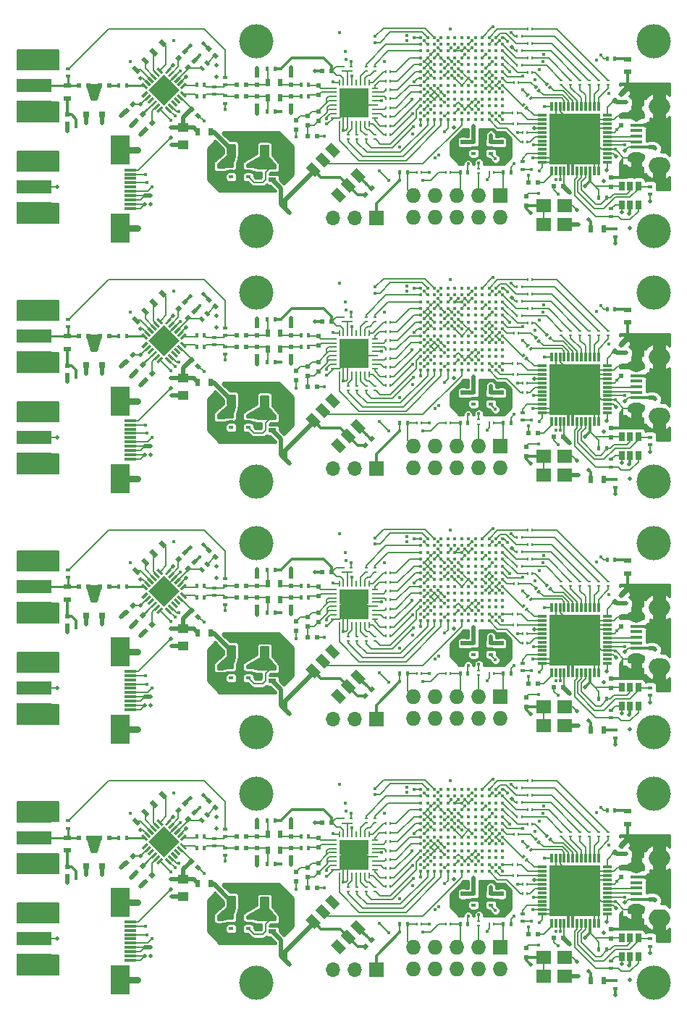
<source format=gbr>
G04 #@! TF.FileFunction,Copper,L1,Top,Signal*
%FSLAX46Y46*%
G04 Gerber Fmt 4.6, Leading zero omitted, Abs format (unit mm)*
G04 Created by KiCad (PCBNEW 4.0.5) date Tue Apr 18 23:58:23 2017*
%MOMM*%
%LPD*%
G01*
G04 APERTURE LIST*
%ADD10C,0.050000*%
%ADD11C,0.450000*%
%ADD12R,0.500000X0.600000*%
%ADD13R,0.280000X0.430000*%
%ADD14O,0.400000X0.400000*%
%ADD15R,0.400000X0.600000*%
%ADD16R,0.430000X0.280000*%
%ADD17R,0.600000X0.400000*%
%ADD18R,0.900000X2.000000*%
%ADD19R,1.700000X1.500000*%
%ADD20R,0.600000X0.500000*%
%ADD21R,1.727200X1.727200*%
%ADD22O,1.727200X1.727200*%
%ADD23R,1.350000X0.400000*%
%ADD24O,2.000000X1.300000*%
%ADD25O,2.500000X2.000000*%
%ADD26R,0.900000X0.500000*%
%ADD27C,4.000000*%
%ADD28R,6.000000X6.000000*%
%ADD29R,1.000000X0.300000*%
%ADD30R,0.300000X1.000000*%
%ADD31R,0.650000X1.060000*%
%ADD32R,0.500000X0.900000*%
%ADD33R,1.700000X1.700000*%
%ADD34O,1.700000X1.700000*%
%ADD35R,0.700000X0.250000*%
%ADD36R,0.250000X0.700000*%
%ADD37R,1.725000X1.725000*%
%ADD38R,1.400000X0.300000*%
%ADD39R,2.300000X3.500000*%
%ADD40R,1.000000X1.250000*%
%ADD41R,1.250000X1.000000*%
%ADD42R,4.064000X1.524000*%
%ADD43R,0.800100X0.800100*%
%ADD44C,0.400000*%
%ADD45C,0.500000*%
%ADD46C,5.000000*%
%ADD47C,3.000000*%
%ADD48C,2.400000*%
%ADD49C,0.220000*%
%ADD50C,0.200000*%
%ADD51C,0.150000*%
%ADD52C,0.300000*%
%ADD53C,0.500000*%
%ADD54C,0.800000*%
%ADD55C,0.254000*%
%ADD56C,0.250000*%
G04 APERTURE END LIST*
D10*
D11*
X75170000Y-90220000D03*
X74010000Y-87540000D03*
X75240000Y-88510000D03*
X74510000Y-90570000D03*
D12*
X74310000Y-88540000D03*
X74310000Y-89640000D03*
D11*
X75230000Y-89410000D03*
X69960000Y-87340000D03*
X68920000Y-90330000D03*
D12*
X69785000Y-88540000D03*
X69785000Y-89640000D03*
D11*
X68710000Y-88990000D03*
D13*
X76170000Y-85090000D03*
X75650000Y-85090000D03*
X76670000Y-79540000D03*
X76150000Y-79540000D03*
X76670000Y-77840000D03*
X76150000Y-77840000D03*
X76670000Y-76140000D03*
X76150000Y-76140000D03*
D14*
X64860000Y-76290000D03*
X64860000Y-77090000D03*
X64860000Y-77890000D03*
X64860000Y-78690000D03*
X64860000Y-79490000D03*
X64860000Y-80290000D03*
X64860000Y-81090000D03*
X64860000Y-81890000D03*
X64860000Y-82690000D03*
X64860000Y-83490000D03*
X64860000Y-84290000D03*
X64860000Y-85090000D03*
X64860000Y-85890000D03*
X65660000Y-76290000D03*
X65660000Y-77090000D03*
X65660000Y-77890000D03*
X65660000Y-78690000D03*
X65660000Y-79490000D03*
X65660000Y-80290000D03*
X65660000Y-81090000D03*
X65660000Y-81890000D03*
X65660000Y-82690000D03*
X65660000Y-83490000D03*
X65660000Y-84290000D03*
X65660000Y-85090000D03*
X65660000Y-85890000D03*
X66460000Y-76290000D03*
X66460000Y-77090000D03*
X66460000Y-77890000D03*
X66460000Y-78690000D03*
X66460000Y-79490000D03*
X66460000Y-80290000D03*
X66460000Y-81090000D03*
X66460000Y-81890000D03*
X66460000Y-82690000D03*
X66460000Y-83490000D03*
X66460000Y-84290000D03*
X66460000Y-85090000D03*
X66460000Y-85890000D03*
X67260000Y-76290000D03*
X67260000Y-77090000D03*
X67260000Y-77890000D03*
X67260000Y-78690000D03*
X67260000Y-79490000D03*
X67260000Y-80290000D03*
X67260000Y-81090000D03*
X67260000Y-81890000D03*
X67260000Y-82690000D03*
X67260000Y-83490000D03*
X67260000Y-84290000D03*
X67260000Y-85090000D03*
X67260000Y-85890000D03*
X68060000Y-76290000D03*
X68060000Y-77090000D03*
X68060000Y-77890000D03*
X68060000Y-78690000D03*
X68060000Y-79490000D03*
X68060000Y-80290000D03*
X68060000Y-81090000D03*
X68060000Y-81890000D03*
X68060000Y-82690000D03*
X68060000Y-83490000D03*
X68060000Y-84290000D03*
X68060000Y-85090000D03*
X68060000Y-85890000D03*
X68860000Y-76290000D03*
X68860000Y-77090000D03*
X68860000Y-77890000D03*
X68860000Y-78690000D03*
X68860000Y-79490000D03*
X68860000Y-80290000D03*
X68860000Y-81090000D03*
X68860000Y-81890000D03*
X68860000Y-82690000D03*
X68860000Y-83490000D03*
X68860000Y-84290000D03*
X68860000Y-85090000D03*
X68860000Y-85890000D03*
X69660000Y-76290000D03*
X69660000Y-77090000D03*
X69660000Y-77890000D03*
X69660000Y-78690000D03*
X69660000Y-79490000D03*
X69660000Y-80290000D03*
X69660000Y-81090000D03*
X69660000Y-81890000D03*
X69660000Y-82690000D03*
X69660000Y-83490000D03*
X69660000Y-84290000D03*
X69660000Y-85090000D03*
X69660000Y-85890000D03*
X70460000Y-76290000D03*
X70460000Y-77090000D03*
X70460000Y-77890000D03*
X70460000Y-78690000D03*
X70460000Y-79490000D03*
X70460000Y-80290000D03*
X70460000Y-81090000D03*
X70460000Y-81890000D03*
X70460000Y-82690000D03*
X70460000Y-83490000D03*
X70460000Y-84290000D03*
X70460000Y-85090000D03*
X70460000Y-85890000D03*
X71260000Y-76290000D03*
X71260000Y-77090000D03*
X71260000Y-77890000D03*
X71260000Y-78690000D03*
X71260000Y-79490000D03*
X71260000Y-80290000D03*
X71260000Y-81090000D03*
X71260000Y-81890000D03*
X71260000Y-82690000D03*
X71260000Y-83490000D03*
X71260000Y-84290000D03*
X71260000Y-85090000D03*
X71260000Y-85890000D03*
X72060000Y-76290000D03*
X72060000Y-77090000D03*
X72060000Y-77890000D03*
X72060000Y-78690000D03*
X72060000Y-79490000D03*
X72060000Y-80290000D03*
X72060000Y-81090000D03*
X72060000Y-81890000D03*
X72060000Y-82690000D03*
X72060000Y-83490000D03*
X72060000Y-84290000D03*
X72060000Y-85090000D03*
X72060000Y-85890000D03*
X72860000Y-76290000D03*
X72860000Y-77090000D03*
X72860000Y-77890000D03*
X72860000Y-78690000D03*
X72860000Y-79490000D03*
X72860000Y-80290000D03*
X72860000Y-81090000D03*
X72860000Y-81890000D03*
X72860000Y-82690000D03*
X72860000Y-83490000D03*
X72860000Y-84290000D03*
X72860000Y-85090000D03*
X72860000Y-85890000D03*
X73660000Y-76290000D03*
X73660000Y-77090000D03*
X73660000Y-77890000D03*
X73660000Y-78690000D03*
X73660000Y-79490000D03*
X73660000Y-80290000D03*
X73660000Y-81090000D03*
X73660000Y-81890000D03*
X73660000Y-82690000D03*
X73660000Y-83490000D03*
X73660000Y-84290000D03*
X73660000Y-85090000D03*
X73660000Y-85890000D03*
X74460000Y-76290000D03*
X74460000Y-77090000D03*
X74460000Y-77890000D03*
X74460000Y-78690000D03*
X74460000Y-79490000D03*
X74460000Y-80290000D03*
X74460000Y-81090000D03*
X74460000Y-81890000D03*
X74460000Y-82690000D03*
X74460000Y-83490000D03*
X74460000Y-84290000D03*
X74460000Y-85090000D03*
X74460000Y-85890000D03*
D11*
X69510000Y-90640000D03*
D13*
X67805000Y-92040000D03*
X68315000Y-92040000D03*
D15*
X69485000Y-92040000D03*
X70385000Y-92040000D03*
D16*
X71660000Y-91685000D03*
X71660000Y-92195000D03*
D11*
X72560000Y-90740000D03*
X72060000Y-89490000D03*
X72410000Y-87190000D03*
X72060000Y-88690000D03*
D17*
X71060000Y-88540000D03*
X71060000Y-89840000D03*
X71060000Y-89190000D03*
X73060000Y-89840000D03*
X73060000Y-89190000D03*
X73060000Y-88540000D03*
D18*
X72060000Y-89140000D03*
D19*
X79210000Y-98190000D03*
X81710000Y-98190000D03*
X81710000Y-95990000D03*
X79210000Y-95990000D03*
D20*
X78610000Y-93240000D03*
X77510000Y-93240000D03*
X81560000Y-93690000D03*
X80460000Y-93690000D03*
D12*
X77210000Y-95940000D03*
X77210000Y-94840000D03*
D13*
X64965000Y-92040000D03*
X64455000Y-92040000D03*
D11*
X62360000Y-89090000D03*
D15*
X63310000Y-92040000D03*
X62410000Y-92040000D03*
X74510000Y-92040000D03*
X75410000Y-92040000D03*
D13*
X72930000Y-92040000D03*
X73440000Y-92040000D03*
D21*
X74140000Y-94790000D03*
D22*
X74140000Y-97330000D03*
X71600000Y-94790000D03*
X71600000Y-97330000D03*
X69060000Y-94790000D03*
X69060000Y-97330000D03*
X66520000Y-94790000D03*
X66520000Y-97330000D03*
X63980000Y-94790000D03*
X63980000Y-97330000D03*
D10*
G36*
X87535736Y-84017818D02*
X87182182Y-83664264D01*
X87606446Y-83240000D01*
X87960000Y-83593554D01*
X87535736Y-84017818D01*
X87535736Y-84017818D01*
G37*
G36*
X88313554Y-83240000D02*
X87960000Y-82886446D01*
X88384264Y-82462182D01*
X88737818Y-82815736D01*
X88313554Y-83240000D01*
X88313554Y-83240000D01*
G37*
D16*
X86810000Y-81335000D03*
X86810000Y-81845000D03*
D15*
X87560000Y-78790000D03*
X86660000Y-78790000D03*
D11*
X90010000Y-82440000D03*
D12*
X88310000Y-86590000D03*
X88310000Y-85490000D03*
D23*
X90060000Y-89140000D03*
X90060000Y-88490000D03*
X90060000Y-87840000D03*
X90060000Y-87190000D03*
X90060000Y-86540000D03*
D24*
X90060000Y-90340000D03*
X90060000Y-85340000D03*
D25*
X92760000Y-91340000D03*
X92760000Y-84340000D03*
D11*
X93560000Y-86440000D03*
X93560000Y-87240000D03*
X93560000Y-88040000D03*
X93560000Y-88840000D03*
X90810000Y-83240000D03*
X90010000Y-83240000D03*
X91610000Y-82440000D03*
X90810000Y-82440000D03*
D17*
X76760000Y-90840000D03*
X76760000Y-91740000D03*
D13*
X76210000Y-86390000D03*
X75690000Y-86390000D03*
X76805000Y-87390000D03*
X77315000Y-87390000D03*
X77320000Y-88490000D03*
X76800000Y-88490000D03*
D10*
G36*
X77128665Y-83062721D02*
X77432721Y-82758665D01*
X77630711Y-82956655D01*
X77326655Y-83260711D01*
X77128665Y-83062721D01*
X77128665Y-83062721D01*
G37*
G36*
X77489289Y-83423345D02*
X77793345Y-83119289D01*
X77991335Y-83317279D01*
X77687279Y-83621335D01*
X77489289Y-83423345D01*
X77489289Y-83423345D01*
G37*
G36*
X76628665Y-84212721D02*
X76932721Y-83908665D01*
X77130711Y-84106655D01*
X76826655Y-84410711D01*
X76628665Y-84212721D01*
X76628665Y-84212721D01*
G37*
G36*
X76989289Y-84573345D02*
X77293345Y-84269289D01*
X77491335Y-84467279D01*
X77187279Y-84771335D01*
X76989289Y-84573345D01*
X76989289Y-84573345D01*
G37*
D13*
X76320000Y-81540000D03*
X75800000Y-81540000D03*
D10*
G36*
X78078665Y-82162721D02*
X78382721Y-81858665D01*
X78580711Y-82056655D01*
X78276655Y-82360711D01*
X78078665Y-82162721D01*
X78078665Y-82162721D01*
G37*
G36*
X78439289Y-82523345D02*
X78743345Y-82219289D01*
X78941335Y-82417279D01*
X78637279Y-82721335D01*
X78439289Y-82523345D01*
X78439289Y-82523345D01*
G37*
D26*
X89110000Y-80340000D03*
X89110000Y-78840000D03*
D27*
X92110000Y-76790000D03*
D11*
X92410000Y-82440000D03*
X93210000Y-82440000D03*
D16*
X82410000Y-81335000D03*
X82410000Y-81845000D03*
D10*
G36*
X79378665Y-81812721D02*
X79682721Y-81508665D01*
X79880711Y-81706655D01*
X79576655Y-82010711D01*
X79378665Y-81812721D01*
X79378665Y-81812721D01*
G37*
G36*
X79739289Y-82173345D02*
X80043345Y-81869289D01*
X80241335Y-82067279D01*
X79937279Y-82371335D01*
X79739289Y-82173345D01*
X79739289Y-82173345D01*
G37*
D16*
X83510000Y-81335000D03*
X83510000Y-81845000D03*
X84610000Y-81335000D03*
X84610000Y-81845000D03*
X85710000Y-81335000D03*
X85710000Y-81845000D03*
D28*
X82910000Y-88140000D03*
D29*
X86710000Y-90890000D03*
X86710000Y-90390000D03*
X86710000Y-89890000D03*
X86710000Y-89390000D03*
X86710000Y-88890000D03*
X86710000Y-88390000D03*
X86710000Y-87890000D03*
X86710000Y-87390000D03*
X86710000Y-86890000D03*
X86710000Y-86390000D03*
X86710000Y-85890000D03*
X86710000Y-85390000D03*
D30*
X85660000Y-84340000D03*
X85160000Y-84340000D03*
X84660000Y-84340000D03*
X84160000Y-84340000D03*
X83660000Y-84340000D03*
X83160000Y-84340000D03*
X82660000Y-84340000D03*
X82160000Y-84340000D03*
X81660000Y-84340000D03*
X81160000Y-84340000D03*
X80660000Y-84340000D03*
X80160000Y-84340000D03*
D29*
X79110000Y-85390000D03*
X79110000Y-85890000D03*
X79110000Y-86390000D03*
X79110000Y-86890000D03*
X79110000Y-87390000D03*
X79110000Y-87890000D03*
X79110000Y-88390000D03*
X79110000Y-88890000D03*
X79110000Y-89390000D03*
X79110000Y-89890000D03*
X79110000Y-90390000D03*
X79110000Y-90890000D03*
D30*
X80160000Y-91940000D03*
X80660000Y-91940000D03*
X81160000Y-91940000D03*
X81660000Y-91940000D03*
X82160000Y-91940000D03*
X82660000Y-91940000D03*
X83160000Y-91940000D03*
X83660000Y-91940000D03*
X84160000Y-91940000D03*
X84660000Y-91940000D03*
X85160000Y-91940000D03*
X85660000Y-91940000D03*
D16*
X81310000Y-81335000D03*
X81310000Y-81845000D03*
D13*
X77870000Y-76990000D03*
X77350000Y-76990000D03*
X77870000Y-80390000D03*
X77350000Y-80390000D03*
X77870000Y-75290000D03*
X77350000Y-75290000D03*
X77870000Y-78690000D03*
X77350000Y-78690000D03*
D11*
X92410000Y-111740000D03*
D16*
X86810000Y-110635000D03*
X86810000Y-111145000D03*
D26*
X89110000Y-109640000D03*
X89110000Y-108140000D03*
D15*
X87560000Y-108090000D03*
X86660000Y-108090000D03*
D11*
X93210000Y-111740000D03*
D27*
X92110000Y-106090000D03*
D11*
X92110000Y-92840000D03*
X91310000Y-92840000D03*
D17*
X91660000Y-94640000D03*
X91660000Y-93740000D03*
D31*
X88410000Y-95890000D03*
X89360000Y-95890000D03*
X90310000Y-95890000D03*
X90310000Y-93690000D03*
X88410000Y-93690000D03*
X89360000Y-93690000D03*
D11*
X92910000Y-92990000D03*
X93710000Y-92990000D03*
D27*
X92110000Y-98890000D03*
D32*
X86260000Y-98690000D03*
X84760000Y-98690000D03*
D15*
X85710000Y-95040000D03*
X86610000Y-95040000D03*
D17*
X87160000Y-97240000D03*
X87160000Y-96340000D03*
D12*
X87160000Y-93740000D03*
X87160000Y-92640000D03*
D17*
X87610000Y-98690000D03*
X87610000Y-99590000D03*
D16*
X81310000Y-110635000D03*
X81310000Y-111145000D03*
X82410000Y-110635000D03*
X82410000Y-111145000D03*
X85710000Y-110635000D03*
X85710000Y-111145000D03*
X83510000Y-110635000D03*
X83510000Y-111145000D03*
X84610000Y-110635000D03*
X84610000Y-111145000D03*
D11*
X90010000Y-111740000D03*
D10*
G36*
X87535736Y-113317818D02*
X87182182Y-112964264D01*
X87606446Y-112540000D01*
X87960000Y-112893554D01*
X87535736Y-113317818D01*
X87535736Y-113317818D01*
G37*
G36*
X88313554Y-112540000D02*
X87960000Y-112186446D01*
X88384264Y-111762182D01*
X88737818Y-112115736D01*
X88313554Y-112540000D01*
X88313554Y-112540000D01*
G37*
D11*
X90810000Y-112540000D03*
X91610000Y-111740000D03*
X90010000Y-112540000D03*
X90810000Y-111740000D03*
D17*
X91660000Y-123940000D03*
X91660000Y-123040000D03*
D11*
X92110000Y-122140000D03*
D27*
X92110000Y-128190000D03*
D11*
X93710000Y-122290000D03*
X92910000Y-122290000D03*
X91310000Y-122140000D03*
D17*
X87610000Y-127990000D03*
X87610000Y-128890000D03*
D32*
X86260000Y-127990000D03*
X84760000Y-127990000D03*
D12*
X87160000Y-123040000D03*
X87160000Y-121940000D03*
D31*
X88410000Y-125190000D03*
X89360000Y-125190000D03*
X90310000Y-125190000D03*
X90310000Y-122990000D03*
X88410000Y-122990000D03*
X89360000Y-122990000D03*
D15*
X85710000Y-124340000D03*
X86610000Y-124340000D03*
D17*
X87160000Y-126540000D03*
X87160000Y-125640000D03*
D28*
X82910000Y-117440000D03*
D29*
X86710000Y-120190000D03*
X86710000Y-119690000D03*
X86710000Y-119190000D03*
X86710000Y-118690000D03*
X86710000Y-118190000D03*
X86710000Y-117690000D03*
X86710000Y-117190000D03*
X86710000Y-116690000D03*
X86710000Y-116190000D03*
X86710000Y-115690000D03*
X86710000Y-115190000D03*
X86710000Y-114690000D03*
D30*
X85660000Y-113640000D03*
X85160000Y-113640000D03*
X84660000Y-113640000D03*
X84160000Y-113640000D03*
X83660000Y-113640000D03*
X83160000Y-113640000D03*
X82660000Y-113640000D03*
X82160000Y-113640000D03*
X81660000Y-113640000D03*
X81160000Y-113640000D03*
X80660000Y-113640000D03*
X80160000Y-113640000D03*
D29*
X79110000Y-114690000D03*
X79110000Y-115190000D03*
X79110000Y-115690000D03*
X79110000Y-116190000D03*
X79110000Y-116690000D03*
X79110000Y-117190000D03*
X79110000Y-117690000D03*
X79110000Y-118190000D03*
X79110000Y-118690000D03*
X79110000Y-119190000D03*
X79110000Y-119690000D03*
X79110000Y-120190000D03*
D30*
X80160000Y-121240000D03*
X80660000Y-121240000D03*
X81160000Y-121240000D03*
X81660000Y-121240000D03*
X82160000Y-121240000D03*
X82660000Y-121240000D03*
X83160000Y-121240000D03*
X83660000Y-121240000D03*
X84160000Y-121240000D03*
X84660000Y-121240000D03*
X85160000Y-121240000D03*
X85660000Y-121240000D03*
D11*
X93560000Y-118140000D03*
X93560000Y-117340000D03*
X93560000Y-115740000D03*
D12*
X88310000Y-115890000D03*
X88310000Y-114790000D03*
D11*
X93560000Y-116540000D03*
D23*
X90060000Y-118440000D03*
X90060000Y-117790000D03*
X90060000Y-117140000D03*
X90060000Y-116490000D03*
X90060000Y-115840000D03*
D24*
X90060000Y-119640000D03*
X90060000Y-114640000D03*
D25*
X92760000Y-120640000D03*
X92760000Y-113640000D03*
D20*
X78610000Y-122540000D03*
X77510000Y-122540000D03*
X81560000Y-122990000D03*
X80460000Y-122990000D03*
D19*
X79210000Y-127490000D03*
X81710000Y-127490000D03*
X81710000Y-125290000D03*
X79210000Y-125290000D03*
D12*
X77210000Y-125240000D03*
X77210000Y-124140000D03*
D10*
G36*
X58335736Y-124367818D02*
X57982182Y-124014264D01*
X58406446Y-123590000D01*
X58760000Y-123943554D01*
X58335736Y-124367818D01*
X58335736Y-124367818D01*
G37*
G36*
X59113554Y-123590000D02*
X58760000Y-123236446D01*
X59184264Y-122812182D01*
X59537818Y-123165736D01*
X59113554Y-123590000D01*
X59113554Y-123590000D01*
G37*
D33*
X59650000Y-126690000D03*
D34*
X57110000Y-126690000D03*
X54570000Y-126690000D03*
D16*
X57435000Y-117520000D03*
X57435000Y-117010000D03*
X59535000Y-117520000D03*
X59535000Y-117010000D03*
X58485000Y-117520000D03*
X58485000Y-117010000D03*
D10*
G36*
X55440330Y-118950482D02*
X54733224Y-119657588D01*
X53672564Y-118596928D01*
X54379670Y-117889822D01*
X55440330Y-118950482D01*
X55440330Y-118950482D01*
G37*
G36*
X54308959Y-120081853D02*
X53601853Y-120788959D01*
X52541193Y-119728299D01*
X53248299Y-119021193D01*
X54308959Y-120081853D01*
X54308959Y-120081853D01*
G37*
G36*
X53177588Y-121213224D02*
X52470482Y-121920330D01*
X51409822Y-120859670D01*
X52116928Y-120152564D01*
X53177588Y-121213224D01*
X53177588Y-121213224D01*
G37*
G36*
X56147436Y-124183072D02*
X55440330Y-124890178D01*
X54379670Y-123829518D01*
X55086776Y-123122412D01*
X56147436Y-124183072D01*
X56147436Y-124183072D01*
G37*
G36*
X57278807Y-123051701D02*
X56571701Y-123758807D01*
X55511041Y-122698147D01*
X56218147Y-121991041D01*
X57278807Y-123051701D01*
X57278807Y-123051701D01*
G37*
G36*
X58410178Y-121920330D02*
X57703072Y-122627436D01*
X56642412Y-121566776D01*
X57349518Y-120859670D01*
X58410178Y-121920330D01*
X58410178Y-121920330D01*
G37*
D16*
X56385000Y-117520000D03*
X56385000Y-117010000D03*
D13*
X61340000Y-114865000D03*
X60830000Y-114865000D03*
X61340000Y-113815000D03*
X60830000Y-113815000D03*
X61340000Y-116965000D03*
X60830000Y-116965000D03*
X61340000Y-115915000D03*
X60830000Y-115915000D03*
D16*
X58485000Y-109010000D03*
X58485000Y-109520000D03*
X59535000Y-109010000D03*
X59535000Y-109520000D03*
D13*
X61340000Y-111715000D03*
X60830000Y-111715000D03*
X61335000Y-109615000D03*
X60825000Y-109615000D03*
X61340000Y-112765000D03*
X60830000Y-112765000D03*
X61335000Y-110665000D03*
X60825000Y-110665000D03*
D35*
X54685000Y-111515000D03*
X54685000Y-112015000D03*
X54685000Y-112515000D03*
X54685000Y-113015000D03*
X54685000Y-113515000D03*
X54685000Y-114015000D03*
X54685000Y-114515000D03*
X54685000Y-115015000D03*
D36*
X55335000Y-115665000D03*
X55835000Y-115665000D03*
X56335000Y-115665000D03*
X56835000Y-115665000D03*
X57335000Y-115665000D03*
X57835000Y-115665000D03*
X58335000Y-115665000D03*
X58835000Y-115665000D03*
D35*
X59485000Y-115015000D03*
X59485000Y-114515000D03*
X59485000Y-114015000D03*
X59485000Y-113515000D03*
X59485000Y-113015000D03*
X59485000Y-112515000D03*
X59485000Y-112015000D03*
X59485000Y-111515000D03*
D36*
X58835000Y-110865000D03*
X58335000Y-110865000D03*
X57835000Y-110865000D03*
X57335000Y-110865000D03*
X56835000Y-110865000D03*
X56335000Y-110865000D03*
X55835000Y-110865000D03*
X55335000Y-110865000D03*
D37*
X57947500Y-114127500D03*
X57947500Y-112402500D03*
X56222500Y-114127500D03*
X56222500Y-112402500D03*
D16*
X56760000Y-109550000D03*
X56760000Y-109030000D03*
X55760000Y-109030000D03*
X55760000Y-109550000D03*
D12*
X52910000Y-111240000D03*
X52910000Y-112340000D03*
D20*
X54460000Y-109490000D03*
X53360000Y-109490000D03*
D12*
X52935000Y-114265000D03*
X52935000Y-115365000D03*
D11*
X75230000Y-118710000D03*
X75170000Y-119520000D03*
D17*
X76760000Y-120140000D03*
X76760000Y-121040000D03*
D15*
X74510000Y-121340000D03*
X75410000Y-121340000D03*
D21*
X74140000Y-124090000D03*
D22*
X74140000Y-126630000D03*
X71600000Y-124090000D03*
X71600000Y-126630000D03*
X69060000Y-124090000D03*
X69060000Y-126630000D03*
X66520000Y-124090000D03*
X66520000Y-126630000D03*
X63980000Y-124090000D03*
X63980000Y-126630000D03*
D16*
X71660000Y-120985000D03*
X71660000Y-121495000D03*
D15*
X69485000Y-121340000D03*
X70385000Y-121340000D03*
D11*
X74510000Y-119870000D03*
D13*
X72930000Y-121340000D03*
X73440000Y-121340000D03*
D12*
X74310000Y-117840000D03*
X74310000Y-118940000D03*
D11*
X72560000Y-120040000D03*
X68710000Y-118290000D03*
D12*
X69785000Y-117840000D03*
X69785000Y-118940000D03*
D11*
X69510000Y-119940000D03*
X68920000Y-119630000D03*
X62360000Y-118390000D03*
D15*
X63310000Y-121340000D03*
X62410000Y-121340000D03*
D13*
X67805000Y-121340000D03*
X68315000Y-121340000D03*
X64965000Y-121340000D03*
X64455000Y-121340000D03*
D10*
G36*
X78078665Y-111462721D02*
X78382721Y-111158665D01*
X78580711Y-111356655D01*
X78276655Y-111660711D01*
X78078665Y-111462721D01*
X78078665Y-111462721D01*
G37*
G36*
X78439289Y-111823345D02*
X78743345Y-111519289D01*
X78941335Y-111717279D01*
X78637279Y-112021335D01*
X78439289Y-111823345D01*
X78439289Y-111823345D01*
G37*
D13*
X77870000Y-109690000D03*
X77350000Y-109690000D03*
D10*
G36*
X77128665Y-112362721D02*
X77432721Y-112058665D01*
X77630711Y-112256655D01*
X77326655Y-112560711D01*
X77128665Y-112362721D01*
X77128665Y-112362721D01*
G37*
G36*
X77489289Y-112723345D02*
X77793345Y-112419289D01*
X77991335Y-112617279D01*
X77687279Y-112921335D01*
X77489289Y-112723345D01*
X77489289Y-112723345D01*
G37*
G36*
X79378665Y-111112721D02*
X79682721Y-110808665D01*
X79880711Y-111006655D01*
X79576655Y-111310711D01*
X79378665Y-111112721D01*
X79378665Y-111112721D01*
G37*
G36*
X79739289Y-111473345D02*
X80043345Y-111169289D01*
X80241335Y-111367279D01*
X79937279Y-111671335D01*
X79739289Y-111473345D01*
X79739289Y-111473345D01*
G37*
D13*
X76320000Y-110840000D03*
X75800000Y-110840000D03*
X76670000Y-108840000D03*
X76150000Y-108840000D03*
X76170000Y-114390000D03*
X75650000Y-114390000D03*
D14*
X64860000Y-105590000D03*
X64860000Y-106390000D03*
X64860000Y-107190000D03*
X64860000Y-107990000D03*
X64860000Y-108790000D03*
X64860000Y-109590000D03*
X64860000Y-110390000D03*
X64860000Y-111190000D03*
X64860000Y-111990000D03*
X64860000Y-112790000D03*
X64860000Y-113590000D03*
X64860000Y-114390000D03*
X64860000Y-115190000D03*
X65660000Y-105590000D03*
X65660000Y-106390000D03*
X65660000Y-107190000D03*
X65660000Y-107990000D03*
X65660000Y-108790000D03*
X65660000Y-109590000D03*
X65660000Y-110390000D03*
X65660000Y-111190000D03*
X65660000Y-111990000D03*
X65660000Y-112790000D03*
X65660000Y-113590000D03*
X65660000Y-114390000D03*
X65660000Y-115190000D03*
X66460000Y-105590000D03*
X66460000Y-106390000D03*
X66460000Y-107190000D03*
X66460000Y-107990000D03*
X66460000Y-108790000D03*
X66460000Y-109590000D03*
X66460000Y-110390000D03*
X66460000Y-111190000D03*
X66460000Y-111990000D03*
X66460000Y-112790000D03*
X66460000Y-113590000D03*
X66460000Y-114390000D03*
X66460000Y-115190000D03*
X67260000Y-105590000D03*
X67260000Y-106390000D03*
X67260000Y-107190000D03*
X67260000Y-107990000D03*
X67260000Y-108790000D03*
X67260000Y-109590000D03*
X67260000Y-110390000D03*
X67260000Y-111190000D03*
X67260000Y-111990000D03*
X67260000Y-112790000D03*
X67260000Y-113590000D03*
X67260000Y-114390000D03*
X67260000Y-115190000D03*
X68060000Y-105590000D03*
X68060000Y-106390000D03*
X68060000Y-107190000D03*
X68060000Y-107990000D03*
X68060000Y-108790000D03*
X68060000Y-109590000D03*
X68060000Y-110390000D03*
X68060000Y-111190000D03*
X68060000Y-111990000D03*
X68060000Y-112790000D03*
X68060000Y-113590000D03*
X68060000Y-114390000D03*
X68060000Y-115190000D03*
X68860000Y-105590000D03*
X68860000Y-106390000D03*
X68860000Y-107190000D03*
X68860000Y-107990000D03*
X68860000Y-108790000D03*
X68860000Y-109590000D03*
X68860000Y-110390000D03*
X68860000Y-111190000D03*
X68860000Y-111990000D03*
X68860000Y-112790000D03*
X68860000Y-113590000D03*
X68860000Y-114390000D03*
X68860000Y-115190000D03*
X69660000Y-105590000D03*
X69660000Y-106390000D03*
X69660000Y-107190000D03*
X69660000Y-107990000D03*
X69660000Y-108790000D03*
X69660000Y-109590000D03*
X69660000Y-110390000D03*
X69660000Y-111190000D03*
X69660000Y-111990000D03*
X69660000Y-112790000D03*
X69660000Y-113590000D03*
X69660000Y-114390000D03*
X69660000Y-115190000D03*
X70460000Y-105590000D03*
X70460000Y-106390000D03*
X70460000Y-107190000D03*
X70460000Y-107990000D03*
X70460000Y-108790000D03*
X70460000Y-109590000D03*
X70460000Y-110390000D03*
X70460000Y-111190000D03*
X70460000Y-111990000D03*
X70460000Y-112790000D03*
X70460000Y-113590000D03*
X70460000Y-114390000D03*
X70460000Y-115190000D03*
X71260000Y-105590000D03*
X71260000Y-106390000D03*
X71260000Y-107190000D03*
X71260000Y-107990000D03*
X71260000Y-108790000D03*
X71260000Y-109590000D03*
X71260000Y-110390000D03*
X71260000Y-111190000D03*
X71260000Y-111990000D03*
X71260000Y-112790000D03*
X71260000Y-113590000D03*
X71260000Y-114390000D03*
X71260000Y-115190000D03*
X72060000Y-105590000D03*
X72060000Y-106390000D03*
X72060000Y-107190000D03*
X72060000Y-107990000D03*
X72060000Y-108790000D03*
X72060000Y-109590000D03*
X72060000Y-110390000D03*
X72060000Y-111190000D03*
X72060000Y-111990000D03*
X72060000Y-112790000D03*
X72060000Y-113590000D03*
X72060000Y-114390000D03*
X72060000Y-115190000D03*
X72860000Y-105590000D03*
X72860000Y-106390000D03*
X72860000Y-107190000D03*
X72860000Y-107990000D03*
X72860000Y-108790000D03*
X72860000Y-109590000D03*
X72860000Y-110390000D03*
X72860000Y-111190000D03*
X72860000Y-111990000D03*
X72860000Y-112790000D03*
X72860000Y-113590000D03*
X72860000Y-114390000D03*
X72860000Y-115190000D03*
X73660000Y-105590000D03*
X73660000Y-106390000D03*
X73660000Y-107190000D03*
X73660000Y-107990000D03*
X73660000Y-108790000D03*
X73660000Y-109590000D03*
X73660000Y-110390000D03*
X73660000Y-111190000D03*
X73660000Y-111990000D03*
X73660000Y-112790000D03*
X73660000Y-113590000D03*
X73660000Y-114390000D03*
X73660000Y-115190000D03*
X74460000Y-105590000D03*
X74460000Y-106390000D03*
X74460000Y-107190000D03*
X74460000Y-107990000D03*
X74460000Y-108790000D03*
X74460000Y-109590000D03*
X74460000Y-110390000D03*
X74460000Y-111190000D03*
X74460000Y-111990000D03*
X74460000Y-112790000D03*
X74460000Y-113590000D03*
X74460000Y-114390000D03*
X74460000Y-115190000D03*
D13*
X77870000Y-107990000D03*
X77350000Y-107990000D03*
X77870000Y-106290000D03*
X77350000Y-106290000D03*
X76670000Y-107140000D03*
X76150000Y-107140000D03*
X76670000Y-105440000D03*
X76150000Y-105440000D03*
X77870000Y-104590000D03*
X77350000Y-104590000D03*
D10*
G36*
X76628665Y-113512721D02*
X76932721Y-113208665D01*
X77130711Y-113406655D01*
X76826655Y-113710711D01*
X76628665Y-113512721D01*
X76628665Y-113512721D01*
G37*
G36*
X76989289Y-113873345D02*
X77293345Y-113569289D01*
X77491335Y-113767279D01*
X77187279Y-114071335D01*
X76989289Y-113873345D01*
X76989289Y-113873345D01*
G37*
D13*
X76210000Y-115690000D03*
X75690000Y-115690000D03*
D11*
X75240000Y-117810000D03*
D13*
X76805000Y-116690000D03*
X77315000Y-116690000D03*
D11*
X74010000Y-116840000D03*
D13*
X77320000Y-117790000D03*
X76800000Y-117790000D03*
D11*
X69960000Y-116640000D03*
X72060000Y-118790000D03*
D17*
X71060000Y-117840000D03*
X71060000Y-119140000D03*
X71060000Y-118490000D03*
X73060000Y-119140000D03*
X73060000Y-118490000D03*
X73060000Y-117840000D03*
D18*
X72060000Y-118440000D03*
D11*
X72060000Y-117990000D03*
X72410000Y-116490000D03*
D12*
X49710000Y-80690000D03*
X49710000Y-81790000D03*
D15*
X51760000Y-81790000D03*
X50860000Y-81790000D03*
D27*
X45610000Y-76790000D03*
D15*
X47810000Y-79990000D03*
X46910000Y-79990000D03*
D12*
X45710000Y-80690000D03*
X45710000Y-81790000D03*
D32*
X48460000Y-81590000D03*
X46960000Y-81590000D03*
D20*
X44410000Y-83190000D03*
X43310000Y-83190000D03*
D32*
X46960000Y-83390000D03*
X48460000Y-83390000D03*
D15*
X47810000Y-84990000D03*
X46910000Y-84990000D03*
D20*
X44410000Y-81790000D03*
X43310000Y-81790000D03*
D12*
X45710000Y-83190000D03*
X45710000Y-84290000D03*
D11*
X46710000Y-87890000D03*
X47510000Y-87890000D03*
X45910000Y-87890000D03*
X48310000Y-87890000D03*
D12*
X50335000Y-85965000D03*
X50335000Y-87065000D03*
D15*
X51760000Y-83190000D03*
X50860000Y-83190000D03*
D12*
X49710000Y-83190000D03*
X49710000Y-84290000D03*
X51635000Y-85465000D03*
X51635000Y-86565000D03*
X52935000Y-84965000D03*
X52935000Y-86065000D03*
D16*
X57435000Y-88220000D03*
X57435000Y-87710000D03*
X56385000Y-88220000D03*
X56385000Y-87710000D03*
X58485000Y-88220000D03*
X58485000Y-87710000D03*
X59535000Y-88220000D03*
X59535000Y-87710000D03*
X56760000Y-80250000D03*
X56760000Y-79730000D03*
X58485000Y-79710000D03*
X58485000Y-80220000D03*
D20*
X54460000Y-80190000D03*
X53360000Y-80190000D03*
D16*
X55760000Y-79730000D03*
X55760000Y-80250000D03*
D12*
X52910000Y-81940000D03*
X52910000Y-83040000D03*
D35*
X54685000Y-82215000D03*
X54685000Y-82715000D03*
X54685000Y-83215000D03*
X54685000Y-83715000D03*
X54685000Y-84215000D03*
X54685000Y-84715000D03*
X54685000Y-85215000D03*
X54685000Y-85715000D03*
D36*
X55335000Y-86365000D03*
X55835000Y-86365000D03*
X56335000Y-86365000D03*
X56835000Y-86365000D03*
X57335000Y-86365000D03*
X57835000Y-86365000D03*
X58335000Y-86365000D03*
X58835000Y-86365000D03*
D35*
X59485000Y-85715000D03*
X59485000Y-85215000D03*
X59485000Y-84715000D03*
X59485000Y-84215000D03*
X59485000Y-83715000D03*
X59485000Y-83215000D03*
X59485000Y-82715000D03*
X59485000Y-82215000D03*
D36*
X58835000Y-81565000D03*
X58335000Y-81565000D03*
X57835000Y-81565000D03*
X57335000Y-81565000D03*
X56835000Y-81565000D03*
X56335000Y-81565000D03*
X55835000Y-81565000D03*
X55335000Y-81565000D03*
D37*
X57947500Y-84827500D03*
X57947500Y-83102500D03*
X56222500Y-84827500D03*
X56222500Y-83102500D03*
D16*
X59535000Y-79710000D03*
X59535000Y-80220000D03*
D13*
X61340000Y-87665000D03*
X60830000Y-87665000D03*
D20*
X51635000Y-87865000D03*
X52735000Y-87865000D03*
D10*
G36*
X58335736Y-95067818D02*
X57982182Y-94714264D01*
X58406446Y-94290000D01*
X58760000Y-94643554D01*
X58335736Y-95067818D01*
X58335736Y-95067818D01*
G37*
G36*
X59113554Y-94290000D02*
X58760000Y-93936446D01*
X59184264Y-93512182D01*
X59537818Y-93865736D01*
X59113554Y-94290000D01*
X59113554Y-94290000D01*
G37*
D33*
X59650000Y-97390000D03*
D34*
X57110000Y-97390000D03*
X54570000Y-97390000D03*
D10*
G36*
X55440330Y-89650482D02*
X54733224Y-90357588D01*
X53672564Y-89296928D01*
X54379670Y-88589822D01*
X55440330Y-89650482D01*
X55440330Y-89650482D01*
G37*
G36*
X54308959Y-90781853D02*
X53601853Y-91488959D01*
X52541193Y-90428299D01*
X53248299Y-89721193D01*
X54308959Y-90781853D01*
X54308959Y-90781853D01*
G37*
G36*
X53177588Y-91913224D02*
X52470482Y-92620330D01*
X51409822Y-91559670D01*
X52116928Y-90852564D01*
X53177588Y-91913224D01*
X53177588Y-91913224D01*
G37*
G36*
X56147436Y-94883072D02*
X55440330Y-95590178D01*
X54379670Y-94529518D01*
X55086776Y-93822412D01*
X56147436Y-94883072D01*
X56147436Y-94883072D01*
G37*
G36*
X57278807Y-93751701D02*
X56571701Y-94458807D01*
X55511041Y-93398147D01*
X56218147Y-92691041D01*
X57278807Y-93751701D01*
X57278807Y-93751701D01*
G37*
G36*
X58410178Y-92620330D02*
X57703072Y-93327436D01*
X56642412Y-92266776D01*
X57349518Y-91559670D01*
X58410178Y-92620330D01*
X58410178Y-92620330D01*
G37*
D13*
X61340000Y-86615000D03*
X60830000Y-86615000D03*
X61340000Y-85565000D03*
X60830000Y-85565000D03*
X61335000Y-81365000D03*
X60825000Y-81365000D03*
X61340000Y-83465000D03*
X60830000Y-83465000D03*
X61335000Y-80315000D03*
X60825000Y-80315000D03*
X61340000Y-84515000D03*
X60830000Y-84515000D03*
X61340000Y-82415000D03*
X60830000Y-82415000D03*
D11*
X40310000Y-91290000D03*
D12*
X41310000Y-91310000D03*
X41310000Y-92410000D03*
D11*
X40310000Y-90490000D03*
D17*
X42710000Y-91290000D03*
X42710000Y-92590000D03*
X42710000Y-91940000D03*
X44710000Y-92590000D03*
X44710000Y-91940000D03*
X44710000Y-91290000D03*
D18*
X43710000Y-91890000D03*
D11*
X43710000Y-91490000D03*
X43310000Y-93890000D03*
X44110000Y-93890000D03*
X42510000Y-93890000D03*
X44910000Y-93890000D03*
X49410000Y-90690000D03*
X49410000Y-91490000D03*
X48610000Y-91490000D03*
X48610000Y-90690000D03*
D38*
X30910000Y-91790000D03*
X30910000Y-92290000D03*
X30910000Y-92790000D03*
X30910000Y-93290000D03*
X30910000Y-93790000D03*
X30910000Y-94290000D03*
X30910000Y-94790000D03*
X30910000Y-95290000D03*
X30910000Y-95790000D03*
X30910000Y-96290000D03*
D39*
X29710000Y-89490000D03*
X29710000Y-98590000D03*
D11*
X41710000Y-93890000D03*
X41010000Y-93590000D03*
X46510000Y-93890000D03*
D27*
X45610000Y-98890000D03*
D11*
X45710000Y-93890000D03*
X43710000Y-89790000D03*
D40*
X42710000Y-89390000D03*
X44710000Y-89390000D03*
D11*
X43510000Y-87890000D03*
X44310000Y-87890000D03*
X45110000Y-87890000D03*
X43710000Y-88990000D03*
D26*
X47510000Y-92940000D03*
X47510000Y-91440000D03*
D12*
X46010000Y-91340000D03*
X46010000Y-92440000D03*
D11*
X47610000Y-89090000D03*
X47610000Y-89890000D03*
D40*
X46610000Y-89490000D03*
X48610000Y-89490000D03*
D10*
G36*
X32384264Y-84862182D02*
X32737818Y-85215736D01*
X32313554Y-85640000D01*
X31960000Y-85286446D01*
X32384264Y-84862182D01*
X32384264Y-84862182D01*
G37*
G36*
X31606446Y-85640000D02*
X31960000Y-85993554D01*
X31535736Y-86417818D01*
X31182182Y-86064264D01*
X31606446Y-85640000D01*
X31606446Y-85640000D01*
G37*
G36*
X31234264Y-83712182D02*
X31587818Y-84065736D01*
X31163554Y-84490000D01*
X30810000Y-84136446D01*
X31234264Y-83712182D01*
X31234264Y-83712182D01*
G37*
G36*
X30456446Y-84490000D02*
X30810000Y-84843554D01*
X30385736Y-85267818D01*
X30032182Y-84914264D01*
X30456446Y-84490000D01*
X30456446Y-84490000D01*
G37*
D15*
X29560000Y-81940000D03*
X30460000Y-81940000D03*
D10*
G36*
X33484264Y-85912182D02*
X33837818Y-86265736D01*
X33413554Y-86690000D01*
X33060000Y-86336446D01*
X33484264Y-85912182D01*
X33484264Y-85912182D01*
G37*
G36*
X32706446Y-86690000D02*
X33060000Y-87043554D01*
X32635736Y-87467818D01*
X32282182Y-87114264D01*
X32706446Y-86690000D01*
X32706446Y-86690000D01*
G37*
D41*
X37110000Y-86840000D03*
X37110000Y-88840000D03*
D11*
X41110000Y-89690000D03*
X40310000Y-89690000D03*
D32*
X40310000Y-87290000D03*
X38810000Y-87290000D03*
D11*
X40710000Y-88990000D03*
D17*
X42010000Y-81840000D03*
X42010000Y-80940000D03*
D10*
G36*
X39362513Y-80261751D02*
X38938249Y-79837487D01*
X39221091Y-79554645D01*
X39645355Y-79978909D01*
X39362513Y-80261751D01*
X39362513Y-80261751D01*
G37*
G36*
X39998909Y-79625355D02*
X39574645Y-79201091D01*
X39857487Y-78918249D01*
X40281751Y-79342513D01*
X39998909Y-79625355D01*
X39998909Y-79625355D01*
G37*
D15*
X39560000Y-83190000D03*
X38660000Y-83190000D03*
D17*
X42010000Y-84040000D03*
X42010000Y-83140000D03*
X40760000Y-82940000D03*
X40760000Y-82040000D03*
D10*
G36*
X41237818Y-78414264D02*
X40884264Y-78767818D01*
X40460000Y-78343554D01*
X40813554Y-77990000D01*
X41237818Y-78414264D01*
X41237818Y-78414264D01*
G37*
G36*
X40460000Y-77636446D02*
X40106446Y-77990000D01*
X39682182Y-77565736D01*
X40035736Y-77212182D01*
X40460000Y-77636446D01*
X40460000Y-77636446D01*
G37*
D15*
X39560000Y-81790000D03*
X38660000Y-81790000D03*
D10*
G36*
X37682182Y-84615736D02*
X38035736Y-84262182D01*
X38460000Y-84686446D01*
X38106446Y-85040000D01*
X37682182Y-84615736D01*
X37682182Y-84615736D01*
G37*
G36*
X38460000Y-85393554D02*
X38813554Y-85040000D01*
X39237818Y-85464264D01*
X38884264Y-85817818D01*
X38460000Y-85393554D01*
X38460000Y-85393554D01*
G37*
G36*
X36474645Y-79078909D02*
X36121091Y-78725355D01*
X36545355Y-78301091D01*
X36898909Y-78654645D01*
X36474645Y-79078909D01*
X36474645Y-79078909D01*
G37*
G36*
X37252463Y-78301091D02*
X36898909Y-77947537D01*
X37323173Y-77523273D01*
X37676727Y-77876827D01*
X37252463Y-78301091D01*
X37252463Y-78301091D01*
G37*
G36*
X32390062Y-83346586D02*
X32177930Y-83134454D01*
X32778970Y-82533414D01*
X32991102Y-82745546D01*
X32390062Y-83346586D01*
X32390062Y-83346586D01*
G37*
G36*
X32743616Y-83700139D02*
X32531484Y-83488007D01*
X33132524Y-82886967D01*
X33344656Y-83099099D01*
X32743616Y-83700139D01*
X32743616Y-83700139D01*
G37*
G36*
X33097169Y-84053693D02*
X32885037Y-83841561D01*
X33486077Y-83240521D01*
X33698209Y-83452653D01*
X33097169Y-84053693D01*
X33097169Y-84053693D01*
G37*
G36*
X33450722Y-84407246D02*
X33238590Y-84195114D01*
X33839630Y-83594074D01*
X34051762Y-83806206D01*
X33450722Y-84407246D01*
X33450722Y-84407246D01*
G37*
G36*
X33804276Y-84760799D02*
X33592144Y-84548667D01*
X34193184Y-83947627D01*
X34405316Y-84159759D01*
X33804276Y-84760799D01*
X33804276Y-84760799D01*
G37*
G36*
X34157829Y-85114353D02*
X33945697Y-84902221D01*
X34546737Y-84301181D01*
X34758869Y-84513313D01*
X34157829Y-85114353D01*
X34157829Y-85114353D01*
G37*
G36*
X35748819Y-84902221D02*
X35536687Y-85114353D01*
X34935647Y-84513313D01*
X35147779Y-84301181D01*
X35748819Y-84902221D01*
X35748819Y-84902221D01*
G37*
G36*
X36102372Y-84548667D02*
X35890240Y-84760799D01*
X35289200Y-84159759D01*
X35501332Y-83947627D01*
X36102372Y-84548667D01*
X36102372Y-84548667D01*
G37*
G36*
X36455926Y-84195114D02*
X36243794Y-84407246D01*
X35642754Y-83806206D01*
X35854886Y-83594074D01*
X36455926Y-84195114D01*
X36455926Y-84195114D01*
G37*
G36*
X36809479Y-83841561D02*
X36597347Y-84053693D01*
X35996307Y-83452653D01*
X36208439Y-83240521D01*
X36809479Y-83841561D01*
X36809479Y-83841561D01*
G37*
G36*
X37163032Y-83488007D02*
X36950900Y-83700139D01*
X36349860Y-83099099D01*
X36561992Y-82886967D01*
X37163032Y-83488007D01*
X37163032Y-83488007D01*
G37*
G36*
X37516586Y-83134454D02*
X37304454Y-83346586D01*
X36703414Y-82745546D01*
X36915546Y-82533414D01*
X37516586Y-83134454D01*
X37516586Y-83134454D01*
G37*
G36*
X36915546Y-82356636D02*
X36703414Y-82144504D01*
X37304454Y-81543464D01*
X37516586Y-81755596D01*
X36915546Y-82356636D01*
X36915546Y-82356636D01*
G37*
G36*
X36561992Y-82003083D02*
X36349860Y-81790951D01*
X36950900Y-81189911D01*
X37163032Y-81402043D01*
X36561992Y-82003083D01*
X36561992Y-82003083D01*
G37*
G36*
X36208439Y-81649529D02*
X35996307Y-81437397D01*
X36597347Y-80836357D01*
X36809479Y-81048489D01*
X36208439Y-81649529D01*
X36208439Y-81649529D01*
G37*
G36*
X35854886Y-81295976D02*
X35642754Y-81083844D01*
X36243794Y-80482804D01*
X36455926Y-80694936D01*
X35854886Y-81295976D01*
X35854886Y-81295976D01*
G37*
G36*
X35501332Y-80942423D02*
X35289200Y-80730291D01*
X35890240Y-80129251D01*
X36102372Y-80341383D01*
X35501332Y-80942423D01*
X35501332Y-80942423D01*
G37*
G36*
X35147779Y-80588869D02*
X34935647Y-80376737D01*
X35536687Y-79775697D01*
X35748819Y-79987829D01*
X35147779Y-80588869D01*
X35147779Y-80588869D01*
G37*
G36*
X34758869Y-80376737D02*
X34546737Y-80588869D01*
X33945697Y-79987829D01*
X34157829Y-79775697D01*
X34758869Y-80376737D01*
X34758869Y-80376737D01*
G37*
G36*
X34405316Y-80730291D02*
X34193184Y-80942423D01*
X33592144Y-80341383D01*
X33804276Y-80129251D01*
X34405316Y-80730291D01*
X34405316Y-80730291D01*
G37*
G36*
X34051762Y-81083844D02*
X33839630Y-81295976D01*
X33238590Y-80694936D01*
X33450722Y-80482804D01*
X34051762Y-81083844D01*
X34051762Y-81083844D01*
G37*
G36*
X33698209Y-81437397D02*
X33486077Y-81649529D01*
X32885037Y-81048489D01*
X33097169Y-80836357D01*
X33698209Y-81437397D01*
X33698209Y-81437397D01*
G37*
G36*
X33344656Y-81790951D02*
X33132524Y-82003083D01*
X32531484Y-81402043D01*
X32743616Y-81189911D01*
X33344656Y-81790951D01*
X33344656Y-81790951D01*
G37*
G36*
X32991102Y-82144504D02*
X32778970Y-82356636D01*
X32177930Y-81755596D01*
X32390062Y-81543464D01*
X32991102Y-82144504D01*
X32991102Y-82144504D01*
G37*
G36*
X34847258Y-84283503D02*
X33008780Y-82445025D01*
X34847258Y-80606547D01*
X36685736Y-82445025D01*
X34847258Y-84283503D01*
X34847258Y-84283503D01*
G37*
G36*
X34548909Y-76464695D02*
X35185305Y-77101091D01*
X34831751Y-77454645D01*
X34195355Y-76818249D01*
X34548909Y-76464695D01*
X34548909Y-76464695D01*
G37*
G36*
X33488249Y-77525355D02*
X34124645Y-78161751D01*
X33771091Y-78515305D01*
X33134695Y-77878909D01*
X33488249Y-77525355D01*
X33488249Y-77525355D01*
G37*
G36*
X37585736Y-80167818D02*
X37232182Y-79814264D01*
X37656446Y-79390000D01*
X38010000Y-79743554D01*
X37585736Y-80167818D01*
X37585736Y-80167818D01*
G37*
G36*
X38363554Y-79390000D02*
X38010000Y-79036446D01*
X38434264Y-78612182D01*
X38787818Y-78965736D01*
X38363554Y-79390000D01*
X38363554Y-79390000D01*
G37*
G36*
X32498909Y-78514695D02*
X33135305Y-79151091D01*
X32781751Y-79504645D01*
X32145355Y-78868249D01*
X32498909Y-78514695D01*
X32498909Y-78514695D01*
G37*
G36*
X31438249Y-79575355D02*
X32074645Y-80211751D01*
X31721091Y-80565305D01*
X31084695Y-79928909D01*
X31438249Y-79575355D01*
X31438249Y-79575355D01*
G37*
D11*
X19860000Y-89890000D03*
X18260000Y-89890000D03*
X20660000Y-89890000D03*
X21460000Y-97590000D03*
X19060000Y-89890000D03*
D42*
X19610000Y-93790000D03*
X19610000Y-91250000D03*
X19610000Y-96330000D03*
D11*
X19860000Y-97590000D03*
X19060000Y-97590000D03*
X20660000Y-97590000D03*
X18260000Y-97590000D03*
X22260000Y-95990000D03*
X22260000Y-96790000D03*
X22260000Y-97590000D03*
X22260000Y-91490000D03*
X22260000Y-90690000D03*
X22260000Y-89890000D03*
X21460000Y-89890000D03*
X19060000Y-78040000D03*
X18260000Y-78040000D03*
X19860000Y-78040000D03*
X20660000Y-78040000D03*
D42*
X19610000Y-81940000D03*
X19610000Y-79400000D03*
X19610000Y-84480000D03*
D11*
X18260000Y-85740000D03*
X19060000Y-85740000D03*
X19860000Y-85740000D03*
X20660000Y-85740000D03*
D12*
X23510000Y-86440000D03*
X23510000Y-85340000D03*
D11*
X22260000Y-84140000D03*
X22260000Y-84940000D03*
X21460000Y-85740000D03*
X22260000Y-85740000D03*
X21460000Y-78040000D03*
X22260000Y-78840000D03*
X22260000Y-78040000D03*
X22260000Y-79640000D03*
D43*
X25710000Y-85290760D03*
X27610000Y-85290760D03*
X26660000Y-83291780D03*
D26*
X23510000Y-81940000D03*
X23510000Y-83440000D03*
D20*
X25960000Y-81940000D03*
X24860000Y-81940000D03*
D17*
X23610000Y-80840000D03*
X23610000Y-79940000D03*
D20*
X28410000Y-81940000D03*
X27310000Y-81940000D03*
D12*
X41310000Y-120610000D03*
X41310000Y-121710000D03*
D11*
X41710000Y-123190000D03*
X41010000Y-122890000D03*
X40310000Y-119790000D03*
D38*
X30910000Y-121090000D03*
X30910000Y-121590000D03*
X30910000Y-122090000D03*
X30910000Y-122590000D03*
X30910000Y-123090000D03*
X30910000Y-123590000D03*
X30910000Y-124090000D03*
X30910000Y-124590000D03*
X30910000Y-125090000D03*
X30910000Y-125590000D03*
D39*
X29710000Y-118790000D03*
X29710000Y-127890000D03*
D11*
X43710000Y-119090000D03*
X40710000Y-118290000D03*
D40*
X42710000Y-118690000D03*
X44710000Y-118690000D03*
D11*
X40310000Y-118990000D03*
X41110000Y-118990000D03*
D26*
X47510000Y-122240000D03*
X47510000Y-120740000D03*
D12*
X46010000Y-120640000D03*
X46010000Y-121740000D03*
D11*
X43710000Y-120790000D03*
X44110000Y-123190000D03*
X44910000Y-123190000D03*
X46510000Y-123190000D03*
X45710000Y-123190000D03*
X40310000Y-120590000D03*
D17*
X42710000Y-120590000D03*
X42710000Y-121890000D03*
X42710000Y-121240000D03*
X44710000Y-121890000D03*
X44710000Y-121240000D03*
X44710000Y-120590000D03*
D18*
X43710000Y-121190000D03*
D27*
X45610000Y-128190000D03*
D11*
X42510000Y-123190000D03*
X43310000Y-123190000D03*
X18260000Y-126890000D03*
X19860000Y-119190000D03*
X20660000Y-119190000D03*
X18260000Y-119190000D03*
X19060000Y-119190000D03*
X19060000Y-126890000D03*
X22260000Y-126090000D03*
X22260000Y-125290000D03*
X22260000Y-126890000D03*
X21460000Y-119190000D03*
X22260000Y-119190000D03*
X22260000Y-120790000D03*
X22260000Y-119990000D03*
X21460000Y-126890000D03*
X20660000Y-126890000D03*
D42*
X19610000Y-123090000D03*
X19610000Y-120550000D03*
X19610000Y-125630000D03*
D11*
X19860000Y-126890000D03*
D12*
X50335000Y-115265000D03*
X50335000Y-116365000D03*
D20*
X51635000Y-117165000D03*
X52735000Y-117165000D03*
D12*
X51635000Y-114765000D03*
X51635000Y-115865000D03*
D15*
X47810000Y-114290000D03*
X46910000Y-114290000D03*
D11*
X48310000Y-117190000D03*
X44310000Y-117190000D03*
X45110000Y-117190000D03*
X45910000Y-117190000D03*
X47510000Y-117190000D03*
X46710000Y-117190000D03*
D12*
X49710000Y-112490000D03*
X49710000Y-113590000D03*
X49710000Y-109990000D03*
X49710000Y-111090000D03*
D15*
X51760000Y-112490000D03*
X50860000Y-112490000D03*
X51760000Y-111090000D03*
X50860000Y-111090000D03*
D27*
X45610000Y-106090000D03*
D12*
X45710000Y-109990000D03*
X45710000Y-111090000D03*
D15*
X47810000Y-109290000D03*
X46910000Y-109290000D03*
D32*
X48460000Y-110890000D03*
X46960000Y-110890000D03*
X46960000Y-112690000D03*
X48460000Y-112690000D03*
D12*
X45710000Y-112490000D03*
X45710000Y-113590000D03*
D11*
X47610000Y-118390000D03*
X47610000Y-119190000D03*
D40*
X46610000Y-118790000D03*
X48610000Y-118790000D03*
D11*
X48610000Y-120790000D03*
X49410000Y-119990000D03*
X48610000Y-119990000D03*
X49410000Y-120790000D03*
D43*
X25710000Y-114590760D03*
X27610000Y-114590760D03*
X26660000Y-112591780D03*
D20*
X28410000Y-111240000D03*
X27310000Y-111240000D03*
D10*
G36*
X32498909Y-107814695D02*
X33135305Y-108451091D01*
X32781751Y-108804645D01*
X32145355Y-108168249D01*
X32498909Y-107814695D01*
X32498909Y-107814695D01*
G37*
G36*
X31438249Y-108875355D02*
X32074645Y-109511751D01*
X31721091Y-109865305D01*
X31084695Y-109228909D01*
X31438249Y-108875355D01*
X31438249Y-108875355D01*
G37*
D15*
X29560000Y-111240000D03*
X30460000Y-111240000D03*
D17*
X42010000Y-111140000D03*
X42010000Y-110240000D03*
D15*
X39560000Y-112490000D03*
X38660000Y-112490000D03*
D17*
X40760000Y-112240000D03*
X40760000Y-111340000D03*
D10*
G36*
X39362513Y-109561751D02*
X38938249Y-109137487D01*
X39221091Y-108854645D01*
X39645355Y-109278909D01*
X39362513Y-109561751D01*
X39362513Y-109561751D01*
G37*
G36*
X39998909Y-108925355D02*
X39574645Y-108501091D01*
X39857487Y-108218249D01*
X40281751Y-108642513D01*
X39998909Y-108925355D01*
X39998909Y-108925355D01*
G37*
D15*
X39560000Y-111090000D03*
X38660000Y-111090000D03*
D10*
G36*
X34548909Y-105764695D02*
X35185305Y-106401091D01*
X34831751Y-106754645D01*
X34195355Y-106118249D01*
X34548909Y-105764695D01*
X34548909Y-105764695D01*
G37*
G36*
X33488249Y-106825355D02*
X34124645Y-107461751D01*
X33771091Y-107815305D01*
X33134695Y-107178909D01*
X33488249Y-106825355D01*
X33488249Y-106825355D01*
G37*
G36*
X41237818Y-107714264D02*
X40884264Y-108067818D01*
X40460000Y-107643554D01*
X40813554Y-107290000D01*
X41237818Y-107714264D01*
X41237818Y-107714264D01*
G37*
G36*
X40460000Y-106936446D02*
X40106446Y-107290000D01*
X39682182Y-106865736D01*
X40035736Y-106512182D01*
X40460000Y-106936446D01*
X40460000Y-106936446D01*
G37*
G36*
X36474645Y-108378909D02*
X36121091Y-108025355D01*
X36545355Y-107601091D01*
X36898909Y-107954645D01*
X36474645Y-108378909D01*
X36474645Y-108378909D01*
G37*
G36*
X37252463Y-107601091D02*
X36898909Y-107247537D01*
X37323173Y-106823273D01*
X37676727Y-107176827D01*
X37252463Y-107601091D01*
X37252463Y-107601091D01*
G37*
G36*
X37585736Y-109467818D02*
X37232182Y-109114264D01*
X37656446Y-108690000D01*
X38010000Y-109043554D01*
X37585736Y-109467818D01*
X37585736Y-109467818D01*
G37*
G36*
X38363554Y-108690000D02*
X38010000Y-108336446D01*
X38434264Y-107912182D01*
X38787818Y-108265736D01*
X38363554Y-108690000D01*
X38363554Y-108690000D01*
G37*
G36*
X31234264Y-113012182D02*
X31587818Y-113365736D01*
X31163554Y-113790000D01*
X30810000Y-113436446D01*
X31234264Y-113012182D01*
X31234264Y-113012182D01*
G37*
G36*
X30456446Y-113790000D02*
X30810000Y-114143554D01*
X30385736Y-114567818D01*
X30032182Y-114214264D01*
X30456446Y-113790000D01*
X30456446Y-113790000D01*
G37*
G36*
X33484264Y-115212182D02*
X33837818Y-115565736D01*
X33413554Y-115990000D01*
X33060000Y-115636446D01*
X33484264Y-115212182D01*
X33484264Y-115212182D01*
G37*
G36*
X32706446Y-115990000D02*
X33060000Y-116343554D01*
X32635736Y-116767818D01*
X32282182Y-116414264D01*
X32706446Y-115990000D01*
X32706446Y-115990000D01*
G37*
G36*
X37682182Y-113915736D02*
X38035736Y-113562182D01*
X38460000Y-113986446D01*
X38106446Y-114340000D01*
X37682182Y-113915736D01*
X37682182Y-113915736D01*
G37*
G36*
X38460000Y-114693554D02*
X38813554Y-114340000D01*
X39237818Y-114764264D01*
X38884264Y-115117818D01*
X38460000Y-114693554D01*
X38460000Y-114693554D01*
G37*
G36*
X32390062Y-112646586D02*
X32177930Y-112434454D01*
X32778970Y-111833414D01*
X32991102Y-112045546D01*
X32390062Y-112646586D01*
X32390062Y-112646586D01*
G37*
G36*
X32743616Y-113000139D02*
X32531484Y-112788007D01*
X33132524Y-112186967D01*
X33344656Y-112399099D01*
X32743616Y-113000139D01*
X32743616Y-113000139D01*
G37*
G36*
X33097169Y-113353693D02*
X32885037Y-113141561D01*
X33486077Y-112540521D01*
X33698209Y-112752653D01*
X33097169Y-113353693D01*
X33097169Y-113353693D01*
G37*
G36*
X33450722Y-113707246D02*
X33238590Y-113495114D01*
X33839630Y-112894074D01*
X34051762Y-113106206D01*
X33450722Y-113707246D01*
X33450722Y-113707246D01*
G37*
G36*
X33804276Y-114060799D02*
X33592144Y-113848667D01*
X34193184Y-113247627D01*
X34405316Y-113459759D01*
X33804276Y-114060799D01*
X33804276Y-114060799D01*
G37*
G36*
X34157829Y-114414353D02*
X33945697Y-114202221D01*
X34546737Y-113601181D01*
X34758869Y-113813313D01*
X34157829Y-114414353D01*
X34157829Y-114414353D01*
G37*
G36*
X35748819Y-114202221D02*
X35536687Y-114414353D01*
X34935647Y-113813313D01*
X35147779Y-113601181D01*
X35748819Y-114202221D01*
X35748819Y-114202221D01*
G37*
G36*
X36102372Y-113848667D02*
X35890240Y-114060799D01*
X35289200Y-113459759D01*
X35501332Y-113247627D01*
X36102372Y-113848667D01*
X36102372Y-113848667D01*
G37*
G36*
X36455926Y-113495114D02*
X36243794Y-113707246D01*
X35642754Y-113106206D01*
X35854886Y-112894074D01*
X36455926Y-113495114D01*
X36455926Y-113495114D01*
G37*
G36*
X36809479Y-113141561D02*
X36597347Y-113353693D01*
X35996307Y-112752653D01*
X36208439Y-112540521D01*
X36809479Y-113141561D01*
X36809479Y-113141561D01*
G37*
G36*
X37163032Y-112788007D02*
X36950900Y-113000139D01*
X36349860Y-112399099D01*
X36561992Y-112186967D01*
X37163032Y-112788007D01*
X37163032Y-112788007D01*
G37*
G36*
X37516586Y-112434454D02*
X37304454Y-112646586D01*
X36703414Y-112045546D01*
X36915546Y-111833414D01*
X37516586Y-112434454D01*
X37516586Y-112434454D01*
G37*
G36*
X36915546Y-111656636D02*
X36703414Y-111444504D01*
X37304454Y-110843464D01*
X37516586Y-111055596D01*
X36915546Y-111656636D01*
X36915546Y-111656636D01*
G37*
G36*
X36561992Y-111303083D02*
X36349860Y-111090951D01*
X36950900Y-110489911D01*
X37163032Y-110702043D01*
X36561992Y-111303083D01*
X36561992Y-111303083D01*
G37*
G36*
X36208439Y-110949529D02*
X35996307Y-110737397D01*
X36597347Y-110136357D01*
X36809479Y-110348489D01*
X36208439Y-110949529D01*
X36208439Y-110949529D01*
G37*
G36*
X35854886Y-110595976D02*
X35642754Y-110383844D01*
X36243794Y-109782804D01*
X36455926Y-109994936D01*
X35854886Y-110595976D01*
X35854886Y-110595976D01*
G37*
G36*
X35501332Y-110242423D02*
X35289200Y-110030291D01*
X35890240Y-109429251D01*
X36102372Y-109641383D01*
X35501332Y-110242423D01*
X35501332Y-110242423D01*
G37*
G36*
X35147779Y-109888869D02*
X34935647Y-109676737D01*
X35536687Y-109075697D01*
X35748819Y-109287829D01*
X35147779Y-109888869D01*
X35147779Y-109888869D01*
G37*
G36*
X34758869Y-109676737D02*
X34546737Y-109888869D01*
X33945697Y-109287829D01*
X34157829Y-109075697D01*
X34758869Y-109676737D01*
X34758869Y-109676737D01*
G37*
G36*
X34405316Y-110030291D02*
X34193184Y-110242423D01*
X33592144Y-109641383D01*
X33804276Y-109429251D01*
X34405316Y-110030291D01*
X34405316Y-110030291D01*
G37*
G36*
X34051762Y-110383844D02*
X33839630Y-110595976D01*
X33238590Y-109994936D01*
X33450722Y-109782804D01*
X34051762Y-110383844D01*
X34051762Y-110383844D01*
G37*
G36*
X33698209Y-110737397D02*
X33486077Y-110949529D01*
X32885037Y-110348489D01*
X33097169Y-110136357D01*
X33698209Y-110737397D01*
X33698209Y-110737397D01*
G37*
G36*
X33344656Y-111090951D02*
X33132524Y-111303083D01*
X32531484Y-110702043D01*
X32743616Y-110489911D01*
X33344656Y-111090951D01*
X33344656Y-111090951D01*
G37*
G36*
X32991102Y-111444504D02*
X32778970Y-111656636D01*
X32177930Y-111055596D01*
X32390062Y-110843464D01*
X32991102Y-111444504D01*
X32991102Y-111444504D01*
G37*
G36*
X34847258Y-113583503D02*
X33008780Y-111745025D01*
X34847258Y-109906547D01*
X36685736Y-111745025D01*
X34847258Y-113583503D01*
X34847258Y-113583503D01*
G37*
G36*
X32384264Y-114162182D02*
X32737818Y-114515736D01*
X32313554Y-114940000D01*
X31960000Y-114586446D01*
X32384264Y-114162182D01*
X32384264Y-114162182D01*
G37*
G36*
X31606446Y-114940000D02*
X31960000Y-115293554D01*
X31535736Y-115717818D01*
X31182182Y-115364264D01*
X31606446Y-114940000D01*
X31606446Y-114940000D01*
G37*
D41*
X37110000Y-116140000D03*
X37110000Y-118140000D03*
D32*
X40310000Y-116590000D03*
X38810000Y-116590000D03*
D20*
X44410000Y-112490000D03*
X43310000Y-112490000D03*
D17*
X42010000Y-113340000D03*
X42010000Y-112440000D03*
D11*
X43710000Y-118290000D03*
X43510000Y-117190000D03*
D20*
X44410000Y-111090000D03*
X43310000Y-111090000D03*
D11*
X19060000Y-107340000D03*
X19860000Y-107340000D03*
X20660000Y-107340000D03*
D42*
X19610000Y-111240000D03*
X19610000Y-108700000D03*
X19610000Y-113780000D03*
D11*
X21460000Y-107340000D03*
X18260000Y-107340000D03*
X21460000Y-115040000D03*
X20660000Y-115040000D03*
X19060000Y-115040000D03*
X19860000Y-115040000D03*
X18260000Y-115040000D03*
X22260000Y-115040000D03*
D12*
X23510000Y-115740000D03*
X23510000Y-114640000D03*
D26*
X23510000Y-111240000D03*
X23510000Y-112740000D03*
D11*
X22260000Y-113440000D03*
D20*
X25960000Y-111240000D03*
X24860000Y-111240000D03*
D11*
X22260000Y-114240000D03*
X22260000Y-108940000D03*
X22260000Y-107340000D03*
X22260000Y-108140000D03*
D17*
X23610000Y-110140000D03*
X23610000Y-109240000D03*
D10*
G36*
X32498909Y-49214695D02*
X33135305Y-49851091D01*
X32781751Y-50204645D01*
X32145355Y-49568249D01*
X32498909Y-49214695D01*
X32498909Y-49214695D01*
G37*
G36*
X31438249Y-50275355D02*
X32074645Y-50911751D01*
X31721091Y-51265305D01*
X31084695Y-50628909D01*
X31438249Y-50275355D01*
X31438249Y-50275355D01*
G37*
G36*
X34548909Y-47164695D02*
X35185305Y-47801091D01*
X34831751Y-48154645D01*
X34195355Y-47518249D01*
X34548909Y-47164695D01*
X34548909Y-47164695D01*
G37*
G36*
X33488249Y-48225355D02*
X34124645Y-48861751D01*
X33771091Y-49215305D01*
X33134695Y-48578909D01*
X33488249Y-48225355D01*
X33488249Y-48225355D01*
G37*
G36*
X37585736Y-50867818D02*
X37232182Y-50514264D01*
X37656446Y-50090000D01*
X38010000Y-50443554D01*
X37585736Y-50867818D01*
X37585736Y-50867818D01*
G37*
G36*
X38363554Y-50090000D02*
X38010000Y-49736446D01*
X38434264Y-49312182D01*
X38787818Y-49665736D01*
X38363554Y-50090000D01*
X38363554Y-50090000D01*
G37*
G36*
X32390062Y-54046586D02*
X32177930Y-53834454D01*
X32778970Y-53233414D01*
X32991102Y-53445546D01*
X32390062Y-54046586D01*
X32390062Y-54046586D01*
G37*
G36*
X32743616Y-54400139D02*
X32531484Y-54188007D01*
X33132524Y-53586967D01*
X33344656Y-53799099D01*
X32743616Y-54400139D01*
X32743616Y-54400139D01*
G37*
G36*
X33097169Y-54753693D02*
X32885037Y-54541561D01*
X33486077Y-53940521D01*
X33698209Y-54152653D01*
X33097169Y-54753693D01*
X33097169Y-54753693D01*
G37*
G36*
X33450722Y-55107246D02*
X33238590Y-54895114D01*
X33839630Y-54294074D01*
X34051762Y-54506206D01*
X33450722Y-55107246D01*
X33450722Y-55107246D01*
G37*
G36*
X33804276Y-55460799D02*
X33592144Y-55248667D01*
X34193184Y-54647627D01*
X34405316Y-54859759D01*
X33804276Y-55460799D01*
X33804276Y-55460799D01*
G37*
G36*
X34157829Y-55814353D02*
X33945697Y-55602221D01*
X34546737Y-55001181D01*
X34758869Y-55213313D01*
X34157829Y-55814353D01*
X34157829Y-55814353D01*
G37*
G36*
X35748819Y-55602221D02*
X35536687Y-55814353D01*
X34935647Y-55213313D01*
X35147779Y-55001181D01*
X35748819Y-55602221D01*
X35748819Y-55602221D01*
G37*
G36*
X36102372Y-55248667D02*
X35890240Y-55460799D01*
X35289200Y-54859759D01*
X35501332Y-54647627D01*
X36102372Y-55248667D01*
X36102372Y-55248667D01*
G37*
G36*
X36455926Y-54895114D02*
X36243794Y-55107246D01*
X35642754Y-54506206D01*
X35854886Y-54294074D01*
X36455926Y-54895114D01*
X36455926Y-54895114D01*
G37*
G36*
X36809479Y-54541561D02*
X36597347Y-54753693D01*
X35996307Y-54152653D01*
X36208439Y-53940521D01*
X36809479Y-54541561D01*
X36809479Y-54541561D01*
G37*
G36*
X37163032Y-54188007D02*
X36950900Y-54400139D01*
X36349860Y-53799099D01*
X36561992Y-53586967D01*
X37163032Y-54188007D01*
X37163032Y-54188007D01*
G37*
G36*
X37516586Y-53834454D02*
X37304454Y-54046586D01*
X36703414Y-53445546D01*
X36915546Y-53233414D01*
X37516586Y-53834454D01*
X37516586Y-53834454D01*
G37*
G36*
X36915546Y-53056636D02*
X36703414Y-52844504D01*
X37304454Y-52243464D01*
X37516586Y-52455596D01*
X36915546Y-53056636D01*
X36915546Y-53056636D01*
G37*
G36*
X36561992Y-52703083D02*
X36349860Y-52490951D01*
X36950900Y-51889911D01*
X37163032Y-52102043D01*
X36561992Y-52703083D01*
X36561992Y-52703083D01*
G37*
G36*
X36208439Y-52349529D02*
X35996307Y-52137397D01*
X36597347Y-51536357D01*
X36809479Y-51748489D01*
X36208439Y-52349529D01*
X36208439Y-52349529D01*
G37*
G36*
X35854886Y-51995976D02*
X35642754Y-51783844D01*
X36243794Y-51182804D01*
X36455926Y-51394936D01*
X35854886Y-51995976D01*
X35854886Y-51995976D01*
G37*
G36*
X35501332Y-51642423D02*
X35289200Y-51430291D01*
X35890240Y-50829251D01*
X36102372Y-51041383D01*
X35501332Y-51642423D01*
X35501332Y-51642423D01*
G37*
G36*
X35147779Y-51288869D02*
X34935647Y-51076737D01*
X35536687Y-50475697D01*
X35748819Y-50687829D01*
X35147779Y-51288869D01*
X35147779Y-51288869D01*
G37*
G36*
X34758869Y-51076737D02*
X34546737Y-51288869D01*
X33945697Y-50687829D01*
X34157829Y-50475697D01*
X34758869Y-51076737D01*
X34758869Y-51076737D01*
G37*
G36*
X34405316Y-51430291D02*
X34193184Y-51642423D01*
X33592144Y-51041383D01*
X33804276Y-50829251D01*
X34405316Y-51430291D01*
X34405316Y-51430291D01*
G37*
G36*
X34051762Y-51783844D02*
X33839630Y-51995976D01*
X33238590Y-51394936D01*
X33450722Y-51182804D01*
X34051762Y-51783844D01*
X34051762Y-51783844D01*
G37*
G36*
X33698209Y-52137397D02*
X33486077Y-52349529D01*
X32885037Y-51748489D01*
X33097169Y-51536357D01*
X33698209Y-52137397D01*
X33698209Y-52137397D01*
G37*
G36*
X33344656Y-52490951D02*
X33132524Y-52703083D01*
X32531484Y-52102043D01*
X32743616Y-51889911D01*
X33344656Y-52490951D01*
X33344656Y-52490951D01*
G37*
G36*
X32991102Y-52844504D02*
X32778970Y-53056636D01*
X32177930Y-52455596D01*
X32390062Y-52243464D01*
X32991102Y-52844504D01*
X32991102Y-52844504D01*
G37*
G36*
X34847258Y-54983503D02*
X33008780Y-53145025D01*
X34847258Y-51306547D01*
X36685736Y-53145025D01*
X34847258Y-54983503D01*
X34847258Y-54983503D01*
G37*
G36*
X36474645Y-49778909D02*
X36121091Y-49425355D01*
X36545355Y-49001091D01*
X36898909Y-49354645D01*
X36474645Y-49778909D01*
X36474645Y-49778909D01*
G37*
G36*
X37252463Y-49001091D02*
X36898909Y-48647537D01*
X37323173Y-48223273D01*
X37676727Y-48576827D01*
X37252463Y-49001091D01*
X37252463Y-49001091D01*
G37*
D20*
X44410000Y-52490000D03*
X43310000Y-52490000D03*
D12*
X45710000Y-51390000D03*
X45710000Y-52490000D03*
X45710000Y-53890000D03*
X45710000Y-54990000D03*
D20*
X44410000Y-53890000D03*
X43310000Y-53890000D03*
D17*
X42010000Y-54740000D03*
X42010000Y-53840000D03*
D10*
G36*
X41237818Y-49114264D02*
X40884264Y-49467818D01*
X40460000Y-49043554D01*
X40813554Y-48690000D01*
X41237818Y-49114264D01*
X41237818Y-49114264D01*
G37*
G36*
X40460000Y-48336446D02*
X40106446Y-48690000D01*
X39682182Y-48265736D01*
X40035736Y-47912182D01*
X40460000Y-48336446D01*
X40460000Y-48336446D01*
G37*
D17*
X40760000Y-53640000D03*
X40760000Y-52740000D03*
D15*
X39560000Y-53890000D03*
X38660000Y-53890000D03*
D17*
X42010000Y-52540000D03*
X42010000Y-51640000D03*
D10*
G36*
X39362513Y-50961751D02*
X38938249Y-50537487D01*
X39221091Y-50254645D01*
X39645355Y-50678909D01*
X39362513Y-50961751D01*
X39362513Y-50961751D01*
G37*
G36*
X39998909Y-50325355D02*
X39574645Y-49901091D01*
X39857487Y-49618249D01*
X40281751Y-50042513D01*
X39998909Y-50325355D01*
X39998909Y-50325355D01*
G37*
D15*
X39560000Y-52490000D03*
X38660000Y-52490000D03*
D27*
X45610000Y-47490000D03*
D12*
X49710000Y-51390000D03*
X49710000Y-52490000D03*
D15*
X47810000Y-55690000D03*
X46910000Y-55690000D03*
D12*
X49710000Y-53890000D03*
X49710000Y-54990000D03*
D20*
X54460000Y-50890000D03*
X53360000Y-50890000D03*
D15*
X47810000Y-50690000D03*
X46910000Y-50690000D03*
D10*
G36*
X33484264Y-56612182D02*
X33837818Y-56965736D01*
X33413554Y-57390000D01*
X33060000Y-57036446D01*
X33484264Y-56612182D01*
X33484264Y-56612182D01*
G37*
G36*
X32706446Y-57390000D02*
X33060000Y-57743554D01*
X32635736Y-58167818D01*
X32282182Y-57814264D01*
X32706446Y-57390000D01*
X32706446Y-57390000D01*
G37*
D41*
X37110000Y-57540000D03*
X37110000Y-59540000D03*
D32*
X40310000Y-57990000D03*
X38810000Y-57990000D03*
D10*
G36*
X37682182Y-55315736D02*
X38035736Y-54962182D01*
X38460000Y-55386446D01*
X38106446Y-55740000D01*
X37682182Y-55315736D01*
X37682182Y-55315736D01*
G37*
G36*
X38460000Y-56093554D02*
X38813554Y-55740000D01*
X39237818Y-56164264D01*
X38884264Y-56517818D01*
X38460000Y-56093554D01*
X38460000Y-56093554D01*
G37*
G36*
X32384264Y-55562182D02*
X32737818Y-55915736D01*
X32313554Y-56340000D01*
X31960000Y-55986446D01*
X32384264Y-55562182D01*
X32384264Y-55562182D01*
G37*
G36*
X31606446Y-56340000D02*
X31960000Y-56693554D01*
X31535736Y-57117818D01*
X31182182Y-56764264D01*
X31606446Y-56340000D01*
X31606446Y-56340000D01*
G37*
D15*
X51760000Y-53890000D03*
X50860000Y-53890000D03*
D12*
X52910000Y-52640000D03*
X52910000Y-53740000D03*
D15*
X51760000Y-52490000D03*
X50860000Y-52490000D03*
D12*
X50335000Y-56665000D03*
X50335000Y-57765000D03*
X52935000Y-55665000D03*
X52935000Y-56765000D03*
X51635000Y-56165000D03*
X51635000Y-57265000D03*
D11*
X75230000Y-60110000D03*
X74510000Y-61270000D03*
X75170000Y-60920000D03*
D12*
X74310000Y-59240000D03*
X74310000Y-60340000D03*
D13*
X76805000Y-58090000D03*
X77315000Y-58090000D03*
D17*
X76760000Y-61540000D03*
X76760000Y-62440000D03*
D11*
X75240000Y-59210000D03*
X74010000Y-58240000D03*
X72060000Y-59390000D03*
D12*
X69785000Y-59240000D03*
X69785000Y-60340000D03*
D11*
X72060000Y-60190000D03*
X72410000Y-57890000D03*
X69960000Y-58040000D03*
D17*
X71060000Y-59240000D03*
X71060000Y-60540000D03*
X71060000Y-59890000D03*
X73060000Y-60540000D03*
X73060000Y-59890000D03*
X73060000Y-59240000D03*
D18*
X72060000Y-59840000D03*
D11*
X69510000Y-61340000D03*
X72560000Y-61440000D03*
D15*
X69485000Y-62740000D03*
X70385000Y-62740000D03*
D13*
X72930000Y-62740000D03*
X73440000Y-62740000D03*
D21*
X74140000Y-65490000D03*
D22*
X74140000Y-68030000D03*
X71600000Y-65490000D03*
X71600000Y-68030000D03*
X69060000Y-65490000D03*
X69060000Y-68030000D03*
X66520000Y-65490000D03*
X66520000Y-68030000D03*
X63980000Y-65490000D03*
X63980000Y-68030000D03*
D16*
X71660000Y-62385000D03*
X71660000Y-62895000D03*
D15*
X74510000Y-62740000D03*
X75410000Y-62740000D03*
D13*
X76670000Y-50240000D03*
X76150000Y-50240000D03*
X76210000Y-57090000D03*
X75690000Y-57090000D03*
D10*
G36*
X76628665Y-54912721D02*
X76932721Y-54608665D01*
X77130711Y-54806655D01*
X76826655Y-55110711D01*
X76628665Y-54912721D01*
X76628665Y-54912721D01*
G37*
G36*
X76989289Y-55273345D02*
X77293345Y-54969289D01*
X77491335Y-55167279D01*
X77187279Y-55471335D01*
X76989289Y-55273345D01*
X76989289Y-55273345D01*
G37*
D13*
X76320000Y-52240000D03*
X75800000Y-52240000D03*
X76670000Y-48540000D03*
X76150000Y-48540000D03*
D14*
X64860000Y-46990000D03*
X64860000Y-47790000D03*
X64860000Y-48590000D03*
X64860000Y-49390000D03*
X64860000Y-50190000D03*
X64860000Y-50990000D03*
X64860000Y-51790000D03*
X64860000Y-52590000D03*
X64860000Y-53390000D03*
X64860000Y-54190000D03*
X64860000Y-54990000D03*
X64860000Y-55790000D03*
X64860000Y-56590000D03*
X65660000Y-46990000D03*
X65660000Y-47790000D03*
X65660000Y-48590000D03*
X65660000Y-49390000D03*
X65660000Y-50190000D03*
X65660000Y-50990000D03*
X65660000Y-51790000D03*
X65660000Y-52590000D03*
X65660000Y-53390000D03*
X65660000Y-54190000D03*
X65660000Y-54990000D03*
X65660000Y-55790000D03*
X65660000Y-56590000D03*
X66460000Y-46990000D03*
X66460000Y-47790000D03*
X66460000Y-48590000D03*
X66460000Y-49390000D03*
X66460000Y-50190000D03*
X66460000Y-50990000D03*
X66460000Y-51790000D03*
X66460000Y-52590000D03*
X66460000Y-53390000D03*
X66460000Y-54190000D03*
X66460000Y-54990000D03*
X66460000Y-55790000D03*
X66460000Y-56590000D03*
X67260000Y-46990000D03*
X67260000Y-47790000D03*
X67260000Y-48590000D03*
X67260000Y-49390000D03*
X67260000Y-50190000D03*
X67260000Y-50990000D03*
X67260000Y-51790000D03*
X67260000Y-52590000D03*
X67260000Y-53390000D03*
X67260000Y-54190000D03*
X67260000Y-54990000D03*
X67260000Y-55790000D03*
X67260000Y-56590000D03*
X68060000Y-46990000D03*
X68060000Y-47790000D03*
X68060000Y-48590000D03*
X68060000Y-49390000D03*
X68060000Y-50190000D03*
X68060000Y-50990000D03*
X68060000Y-51790000D03*
X68060000Y-52590000D03*
X68060000Y-53390000D03*
X68060000Y-54190000D03*
X68060000Y-54990000D03*
X68060000Y-55790000D03*
X68060000Y-56590000D03*
X68860000Y-46990000D03*
X68860000Y-47790000D03*
X68860000Y-48590000D03*
X68860000Y-49390000D03*
X68860000Y-50190000D03*
X68860000Y-50990000D03*
X68860000Y-51790000D03*
X68860000Y-52590000D03*
X68860000Y-53390000D03*
X68860000Y-54190000D03*
X68860000Y-54990000D03*
X68860000Y-55790000D03*
X68860000Y-56590000D03*
X69660000Y-46990000D03*
X69660000Y-47790000D03*
X69660000Y-48590000D03*
X69660000Y-49390000D03*
X69660000Y-50190000D03*
X69660000Y-50990000D03*
X69660000Y-51790000D03*
X69660000Y-52590000D03*
X69660000Y-53390000D03*
X69660000Y-54190000D03*
X69660000Y-54990000D03*
X69660000Y-55790000D03*
X69660000Y-56590000D03*
X70460000Y-46990000D03*
X70460000Y-47790000D03*
X70460000Y-48590000D03*
X70460000Y-49390000D03*
X70460000Y-50190000D03*
X70460000Y-50990000D03*
X70460000Y-51790000D03*
X70460000Y-52590000D03*
X70460000Y-53390000D03*
X70460000Y-54190000D03*
X70460000Y-54990000D03*
X70460000Y-55790000D03*
X70460000Y-56590000D03*
X71260000Y-46990000D03*
X71260000Y-47790000D03*
X71260000Y-48590000D03*
X71260000Y-49390000D03*
X71260000Y-50190000D03*
X71260000Y-50990000D03*
X71260000Y-51790000D03*
X71260000Y-52590000D03*
X71260000Y-53390000D03*
X71260000Y-54190000D03*
X71260000Y-54990000D03*
X71260000Y-55790000D03*
X71260000Y-56590000D03*
X72060000Y-46990000D03*
X72060000Y-47790000D03*
X72060000Y-48590000D03*
X72060000Y-49390000D03*
X72060000Y-50190000D03*
X72060000Y-50990000D03*
X72060000Y-51790000D03*
X72060000Y-52590000D03*
X72060000Y-53390000D03*
X72060000Y-54190000D03*
X72060000Y-54990000D03*
X72060000Y-55790000D03*
X72060000Y-56590000D03*
X72860000Y-46990000D03*
X72860000Y-47790000D03*
X72860000Y-48590000D03*
X72860000Y-49390000D03*
X72860000Y-50190000D03*
X72860000Y-50990000D03*
X72860000Y-51790000D03*
X72860000Y-52590000D03*
X72860000Y-53390000D03*
X72860000Y-54190000D03*
X72860000Y-54990000D03*
X72860000Y-55790000D03*
X72860000Y-56590000D03*
X73660000Y-46990000D03*
X73660000Y-47790000D03*
X73660000Y-48590000D03*
X73660000Y-49390000D03*
X73660000Y-50190000D03*
X73660000Y-50990000D03*
X73660000Y-51790000D03*
X73660000Y-52590000D03*
X73660000Y-53390000D03*
X73660000Y-54190000D03*
X73660000Y-54990000D03*
X73660000Y-55790000D03*
X73660000Y-56590000D03*
X74460000Y-46990000D03*
X74460000Y-47790000D03*
X74460000Y-48590000D03*
X74460000Y-49390000D03*
X74460000Y-50190000D03*
X74460000Y-50990000D03*
X74460000Y-51790000D03*
X74460000Y-52590000D03*
X74460000Y-53390000D03*
X74460000Y-54190000D03*
X74460000Y-54990000D03*
X74460000Y-55790000D03*
X74460000Y-56590000D03*
D13*
X76170000Y-55790000D03*
X75650000Y-55790000D03*
X76670000Y-46840000D03*
X76150000Y-46840000D03*
D15*
X63310000Y-62740000D03*
X62410000Y-62740000D03*
D13*
X67805000Y-62740000D03*
X68315000Y-62740000D03*
D11*
X68920000Y-61030000D03*
X68710000Y-59690000D03*
D13*
X64965000Y-62740000D03*
X64455000Y-62740000D03*
D11*
X62360000Y-59790000D03*
D16*
X59535000Y-50410000D03*
X59535000Y-50920000D03*
X58485000Y-50410000D03*
X58485000Y-50920000D03*
X55760000Y-50430000D03*
X55760000Y-50950000D03*
X56760000Y-50950000D03*
X56760000Y-50430000D03*
D35*
X54685000Y-52915000D03*
X54685000Y-53415000D03*
X54685000Y-53915000D03*
X54685000Y-54415000D03*
X54685000Y-54915000D03*
X54685000Y-55415000D03*
X54685000Y-55915000D03*
X54685000Y-56415000D03*
D36*
X55335000Y-57065000D03*
X55835000Y-57065000D03*
X56335000Y-57065000D03*
X56835000Y-57065000D03*
X57335000Y-57065000D03*
X57835000Y-57065000D03*
X58335000Y-57065000D03*
X58835000Y-57065000D03*
D35*
X59485000Y-56415000D03*
X59485000Y-55915000D03*
X59485000Y-55415000D03*
X59485000Y-54915000D03*
X59485000Y-54415000D03*
X59485000Y-53915000D03*
X59485000Y-53415000D03*
X59485000Y-52915000D03*
D36*
X58835000Y-52265000D03*
X58335000Y-52265000D03*
X57835000Y-52265000D03*
X57335000Y-52265000D03*
X56835000Y-52265000D03*
X56335000Y-52265000D03*
X55835000Y-52265000D03*
X55335000Y-52265000D03*
D37*
X57947500Y-55527500D03*
X57947500Y-53802500D03*
X56222500Y-55527500D03*
X56222500Y-53802500D03*
D13*
X61335000Y-51015000D03*
X60825000Y-51015000D03*
X61335000Y-52065000D03*
X60825000Y-52065000D03*
D32*
X46960000Y-54090000D03*
X48460000Y-54090000D03*
X48460000Y-52290000D03*
X46960000Y-52290000D03*
D40*
X46610000Y-60190000D03*
X48610000Y-60190000D03*
D11*
X48310000Y-58590000D03*
D16*
X56385000Y-58920000D03*
X56385000Y-58410000D03*
X57435000Y-58920000D03*
X57435000Y-58410000D03*
X58485000Y-58920000D03*
X58485000Y-58410000D03*
D20*
X51635000Y-58565000D03*
X52735000Y-58565000D03*
D13*
X61340000Y-55215000D03*
X60830000Y-55215000D03*
X61340000Y-53115000D03*
X60830000Y-53115000D03*
X61340000Y-54165000D03*
X60830000Y-54165000D03*
X61340000Y-56265000D03*
X60830000Y-56265000D03*
X61340000Y-57315000D03*
X60830000Y-57315000D03*
D26*
X47510000Y-63640000D03*
X47510000Y-62140000D03*
D11*
X49410000Y-61390000D03*
X48610000Y-61390000D03*
X48610000Y-62190000D03*
X49410000Y-62190000D03*
D33*
X59650000Y-68090000D03*
D34*
X57110000Y-68090000D03*
X54570000Y-68090000D03*
D13*
X61340000Y-58365000D03*
X60830000Y-58365000D03*
D10*
G36*
X55440330Y-60350482D02*
X54733224Y-61057588D01*
X53672564Y-59996928D01*
X54379670Y-59289822D01*
X55440330Y-60350482D01*
X55440330Y-60350482D01*
G37*
G36*
X54308959Y-61481853D02*
X53601853Y-62188959D01*
X52541193Y-61128299D01*
X53248299Y-60421193D01*
X54308959Y-61481853D01*
X54308959Y-61481853D01*
G37*
G36*
X53177588Y-62613224D02*
X52470482Y-63320330D01*
X51409822Y-62259670D01*
X52116928Y-61552564D01*
X53177588Y-62613224D01*
X53177588Y-62613224D01*
G37*
G36*
X56147436Y-65583072D02*
X55440330Y-66290178D01*
X54379670Y-65229518D01*
X55086776Y-64522412D01*
X56147436Y-65583072D01*
X56147436Y-65583072D01*
G37*
G36*
X57278807Y-64451701D02*
X56571701Y-65158807D01*
X55511041Y-64098147D01*
X56218147Y-63391041D01*
X57278807Y-64451701D01*
X57278807Y-64451701D01*
G37*
G36*
X58410178Y-63320330D02*
X57703072Y-64027436D01*
X56642412Y-62966776D01*
X57349518Y-62259670D01*
X58410178Y-63320330D01*
X58410178Y-63320330D01*
G37*
G36*
X58335736Y-65767818D02*
X57982182Y-65414264D01*
X58406446Y-64990000D01*
X58760000Y-65343554D01*
X58335736Y-65767818D01*
X58335736Y-65767818D01*
G37*
G36*
X59113554Y-64990000D02*
X58760000Y-64636446D01*
X59184264Y-64212182D01*
X59537818Y-64565736D01*
X59113554Y-64990000D01*
X59113554Y-64990000D01*
G37*
D16*
X59535000Y-58920000D03*
X59535000Y-58410000D03*
D13*
X77870000Y-49390000D03*
X77350000Y-49390000D03*
X77870000Y-51090000D03*
X77350000Y-51090000D03*
X77870000Y-47690000D03*
X77350000Y-47690000D03*
X77870000Y-45990000D03*
X77350000Y-45990000D03*
D10*
G36*
X77128665Y-53762721D02*
X77432721Y-53458665D01*
X77630711Y-53656655D01*
X77326655Y-53960711D01*
X77128665Y-53762721D01*
X77128665Y-53762721D01*
G37*
G36*
X77489289Y-54123345D02*
X77793345Y-53819289D01*
X77991335Y-54017279D01*
X77687279Y-54321335D01*
X77489289Y-54123345D01*
X77489289Y-54123345D01*
G37*
G36*
X78078665Y-52862721D02*
X78382721Y-52558665D01*
X78580711Y-52756655D01*
X78276655Y-53060711D01*
X78078665Y-52862721D01*
X78078665Y-52862721D01*
G37*
G36*
X78439289Y-53223345D02*
X78743345Y-52919289D01*
X78941335Y-53117279D01*
X78637279Y-53421335D01*
X78439289Y-53223345D01*
X78439289Y-53223345D01*
G37*
G36*
X79378665Y-52512721D02*
X79682721Y-52208665D01*
X79880711Y-52406655D01*
X79576655Y-52710711D01*
X79378665Y-52512721D01*
X79378665Y-52512721D01*
G37*
G36*
X79739289Y-52873345D02*
X80043345Y-52569289D01*
X80241335Y-52767279D01*
X79937279Y-53071335D01*
X79739289Y-52873345D01*
X79739289Y-52873345D01*
G37*
D16*
X81310000Y-52035000D03*
X81310000Y-52545000D03*
X82410000Y-52035000D03*
X82410000Y-52545000D03*
D15*
X87560000Y-49490000D03*
X86660000Y-49490000D03*
D16*
X83510000Y-52035000D03*
X83510000Y-52545000D03*
X84610000Y-52035000D03*
X84610000Y-52545000D03*
X85710000Y-52035000D03*
X85710000Y-52545000D03*
X86810000Y-52035000D03*
X86810000Y-52545000D03*
D11*
X93210000Y-53140000D03*
X92410000Y-53140000D03*
X91610000Y-53140000D03*
D27*
X92110000Y-47490000D03*
D26*
X89110000Y-51040000D03*
X89110000Y-49540000D03*
D11*
X90810000Y-53940000D03*
D10*
G36*
X87535736Y-54717818D02*
X87182182Y-54364264D01*
X87606446Y-53940000D01*
X87960000Y-54293554D01*
X87535736Y-54717818D01*
X87535736Y-54717818D01*
G37*
G36*
X88313554Y-53940000D02*
X87960000Y-53586446D01*
X88384264Y-53162182D01*
X88737818Y-53515736D01*
X88313554Y-53940000D01*
X88313554Y-53940000D01*
G37*
D11*
X90810000Y-53140000D03*
X90010000Y-53940000D03*
X90010000Y-53140000D03*
D12*
X87160000Y-64440000D03*
X87160000Y-63340000D03*
D20*
X78610000Y-63940000D03*
X77510000Y-63940000D03*
D28*
X82910000Y-58840000D03*
D29*
X86710000Y-61590000D03*
X86710000Y-61090000D03*
X86710000Y-60590000D03*
X86710000Y-60090000D03*
X86710000Y-59590000D03*
X86710000Y-59090000D03*
X86710000Y-58590000D03*
X86710000Y-58090000D03*
X86710000Y-57590000D03*
X86710000Y-57090000D03*
X86710000Y-56590000D03*
X86710000Y-56090000D03*
D30*
X85660000Y-55040000D03*
X85160000Y-55040000D03*
X84660000Y-55040000D03*
X84160000Y-55040000D03*
X83660000Y-55040000D03*
X83160000Y-55040000D03*
X82660000Y-55040000D03*
X82160000Y-55040000D03*
X81660000Y-55040000D03*
X81160000Y-55040000D03*
X80660000Y-55040000D03*
X80160000Y-55040000D03*
D29*
X79110000Y-56090000D03*
X79110000Y-56590000D03*
X79110000Y-57090000D03*
X79110000Y-57590000D03*
X79110000Y-58090000D03*
X79110000Y-58590000D03*
X79110000Y-59090000D03*
X79110000Y-59590000D03*
X79110000Y-60090000D03*
X79110000Y-60590000D03*
X79110000Y-61090000D03*
X79110000Y-61590000D03*
D30*
X80160000Y-62640000D03*
X80660000Y-62640000D03*
X81160000Y-62640000D03*
X81660000Y-62640000D03*
X82160000Y-62640000D03*
X82660000Y-62640000D03*
X83160000Y-62640000D03*
X83660000Y-62640000D03*
X84160000Y-62640000D03*
X84660000Y-62640000D03*
X85160000Y-62640000D03*
X85660000Y-62640000D03*
D13*
X77320000Y-59190000D03*
X76800000Y-59190000D03*
D20*
X81560000Y-64390000D03*
X80460000Y-64390000D03*
D27*
X92110000Y-69590000D03*
D31*
X88410000Y-66590000D03*
X89360000Y-66590000D03*
X90310000Y-66590000D03*
X90310000Y-64390000D03*
X88410000Y-64390000D03*
X89360000Y-64390000D03*
D17*
X91660000Y-65340000D03*
X91660000Y-64440000D03*
D11*
X92110000Y-63540000D03*
X91310000Y-63540000D03*
X92910000Y-63690000D03*
X93710000Y-63690000D03*
D23*
X90060000Y-59840000D03*
X90060000Y-59190000D03*
X90060000Y-58540000D03*
X90060000Y-57890000D03*
X90060000Y-57240000D03*
D24*
X90060000Y-61040000D03*
X90060000Y-56040000D03*
D25*
X92760000Y-62040000D03*
X92760000Y-55040000D03*
D11*
X93560000Y-58740000D03*
X93560000Y-57940000D03*
X93560000Y-59540000D03*
D12*
X88310000Y-57290000D03*
X88310000Y-56190000D03*
D11*
X93560000Y-57140000D03*
D17*
X87160000Y-67940000D03*
X87160000Y-67040000D03*
X87610000Y-69390000D03*
X87610000Y-70290000D03*
D15*
X85710000Y-65740000D03*
X86610000Y-65740000D03*
D12*
X77210000Y-66640000D03*
X77210000Y-65540000D03*
D19*
X79210000Y-68890000D03*
X81710000Y-68890000D03*
X81710000Y-66690000D03*
X79210000Y-66690000D03*
D32*
X86260000Y-69390000D03*
X84760000Y-69390000D03*
D11*
X43710000Y-59690000D03*
X40310000Y-60390000D03*
X41110000Y-60390000D03*
X40710000Y-59690000D03*
X44110000Y-64590000D03*
X43310000Y-64590000D03*
X42510000Y-64590000D03*
X44910000Y-64590000D03*
D27*
X45610000Y-69590000D03*
D11*
X45710000Y-64590000D03*
X46510000Y-64590000D03*
X41710000Y-64590000D03*
D17*
X42710000Y-61990000D03*
X42710000Y-63290000D03*
X42710000Y-62640000D03*
X44710000Y-63290000D03*
X44710000Y-62640000D03*
X44710000Y-61990000D03*
D18*
X43710000Y-62590000D03*
D12*
X46010000Y-62040000D03*
X46010000Y-63140000D03*
D11*
X43710000Y-62190000D03*
X40310000Y-61990000D03*
D12*
X41310000Y-62010000D03*
X41310000Y-63110000D03*
D11*
X41010000Y-64290000D03*
X40310000Y-61190000D03*
X45110000Y-58590000D03*
X43510000Y-58590000D03*
X44310000Y-58590000D03*
X43710000Y-60490000D03*
D40*
X42710000Y-60090000D03*
X44710000Y-60090000D03*
D11*
X45910000Y-58590000D03*
X46710000Y-58590000D03*
X47610000Y-60590000D03*
X47510000Y-58590000D03*
X47610000Y-59790000D03*
D43*
X25710000Y-55990760D03*
X27610000Y-55990760D03*
X26660000Y-53991780D03*
D10*
G36*
X31234264Y-54412182D02*
X31587818Y-54765736D01*
X31163554Y-55190000D01*
X30810000Y-54836446D01*
X31234264Y-54412182D01*
X31234264Y-54412182D01*
G37*
G36*
X30456446Y-55190000D02*
X30810000Y-55543554D01*
X30385736Y-55967818D01*
X30032182Y-55614264D01*
X30456446Y-55190000D01*
X30456446Y-55190000D01*
G37*
D26*
X23510000Y-52640000D03*
X23510000Y-54140000D03*
D20*
X28410000Y-52640000D03*
X27310000Y-52640000D03*
X25960000Y-52640000D03*
X24860000Y-52640000D03*
D15*
X29560000Y-52640000D03*
X30460000Y-52640000D03*
D12*
X23510000Y-57140000D03*
X23510000Y-56040000D03*
D17*
X23610000Y-51540000D03*
X23610000Y-50640000D03*
D11*
X22260000Y-48740000D03*
X22260000Y-50340000D03*
X22260000Y-49540000D03*
X18260000Y-60590000D03*
X20660000Y-60590000D03*
X19060000Y-60590000D03*
X19860000Y-60590000D03*
X21460000Y-60590000D03*
D42*
X19610000Y-64490000D03*
X19610000Y-61950000D03*
X19610000Y-67030000D03*
D11*
X18260000Y-56440000D03*
X21460000Y-48740000D03*
X19860000Y-48740000D03*
X19060000Y-48740000D03*
X20660000Y-48740000D03*
X18260000Y-48740000D03*
D42*
X19610000Y-52640000D03*
X19610000Y-50100000D03*
X19610000Y-55180000D03*
D38*
X30910000Y-62490000D03*
X30910000Y-62990000D03*
X30910000Y-63490000D03*
X30910000Y-63990000D03*
X30910000Y-64490000D03*
X30910000Y-64990000D03*
X30910000Y-65490000D03*
X30910000Y-65990000D03*
X30910000Y-66490000D03*
X30910000Y-66990000D03*
D39*
X29710000Y-60190000D03*
X29710000Y-69290000D03*
D11*
X22260000Y-60590000D03*
X22260000Y-67490000D03*
X22260000Y-68290000D03*
X22260000Y-66690000D03*
X22260000Y-62190000D03*
X22260000Y-61390000D03*
X19860000Y-56440000D03*
X19060000Y-56440000D03*
X20660000Y-56440000D03*
X22260000Y-55640000D03*
X21460000Y-56440000D03*
X22260000Y-54840000D03*
X22260000Y-56440000D03*
X19860000Y-68290000D03*
X20660000Y-68290000D03*
X19060000Y-68290000D03*
X21460000Y-68290000D03*
X18260000Y-68290000D03*
X75170000Y-31620000D03*
X74510000Y-31970000D03*
X75230000Y-30810000D03*
X90010000Y-24640000D03*
X90810000Y-24640000D03*
X93210000Y-23840000D03*
X92410000Y-23840000D03*
X91610000Y-23840000D03*
X90810000Y-23840000D03*
X90010000Y-23840000D03*
X93560000Y-30240000D03*
X93560000Y-27840000D03*
X93560000Y-29440000D03*
X93560000Y-28640000D03*
X92910000Y-34390000D03*
X93710000Y-34390000D03*
X91310000Y-34240000D03*
X92110000Y-34240000D03*
X62360000Y-30490000D03*
X49410000Y-32890000D03*
X48610000Y-32890000D03*
X49410000Y-32090000D03*
X48610000Y-32090000D03*
X47610000Y-31290000D03*
X47610000Y-30490000D03*
X43710000Y-31190000D03*
X43710000Y-30390000D03*
X48310000Y-29290000D03*
X47510000Y-29290000D03*
X46710000Y-29290000D03*
X45910000Y-29290000D03*
X45110000Y-29290000D03*
X44310000Y-29290000D03*
X43510000Y-29290000D03*
X41010000Y-34990000D03*
X40710000Y-30390000D03*
X41110000Y-31090000D03*
X40310000Y-31890000D03*
X40310000Y-31090000D03*
X40310000Y-32690000D03*
X43710000Y-32890000D03*
X46510000Y-35290000D03*
X45710000Y-35290000D03*
X44910000Y-35290000D03*
X44110000Y-35290000D03*
X43310000Y-35290000D03*
X42510000Y-35290000D03*
X41710000Y-35290000D03*
D12*
X52910000Y-23340000D03*
X52910000Y-24440000D03*
D11*
X69510000Y-32040000D03*
X68920000Y-31730000D03*
X68710000Y-30390000D03*
X75240000Y-29910000D03*
X69960000Y-28740000D03*
X72410000Y-28590000D03*
X74010000Y-28940000D03*
X72560000Y-32140000D03*
X72060000Y-30890000D03*
X72060000Y-30090000D03*
D27*
X45610000Y-18190000D03*
X45610000Y-40290000D03*
X92110000Y-40290000D03*
D11*
X19860000Y-27140000D03*
X20660000Y-27140000D03*
X22260000Y-27140000D03*
X19060000Y-27140000D03*
X21460000Y-27140000D03*
X18260000Y-27140000D03*
X22260000Y-25540000D03*
X22260000Y-26340000D03*
X18260000Y-19440000D03*
X19060000Y-19440000D03*
X20660000Y-19440000D03*
X19860000Y-19440000D03*
X21460000Y-19440000D03*
X22260000Y-21040000D03*
X22260000Y-20240000D03*
X22260000Y-19440000D03*
X22260000Y-37390000D03*
X22260000Y-38990000D03*
X22260000Y-38190000D03*
X21460000Y-38990000D03*
X18260000Y-38990000D03*
X19060000Y-38990000D03*
X20660000Y-38990000D03*
X19860000Y-38990000D03*
X22260000Y-32890000D03*
X22260000Y-32090000D03*
X21460000Y-31290000D03*
X22260000Y-31290000D03*
X20660000Y-31290000D03*
X19060000Y-31290000D03*
X19860000Y-31290000D03*
X18260000Y-31290000D03*
D20*
X28410000Y-23340000D03*
X27310000Y-23340000D03*
D10*
G36*
X32384264Y-26262182D02*
X32737818Y-26615736D01*
X32313554Y-27040000D01*
X31960000Y-26686446D01*
X32384264Y-26262182D01*
X32384264Y-26262182D01*
G37*
G36*
X31606446Y-27040000D02*
X31960000Y-27393554D01*
X31535736Y-27817818D01*
X31182182Y-27464264D01*
X31606446Y-27040000D01*
X31606446Y-27040000D01*
G37*
G36*
X33484264Y-27312182D02*
X33837818Y-27665736D01*
X33413554Y-28090000D01*
X33060000Y-27736446D01*
X33484264Y-27312182D01*
X33484264Y-27312182D01*
G37*
G36*
X32706446Y-28090000D02*
X33060000Y-28443554D01*
X32635736Y-28867818D01*
X32282182Y-28514264D01*
X32706446Y-28090000D01*
X32706446Y-28090000D01*
G37*
G36*
X31234264Y-25112182D02*
X31587818Y-25465736D01*
X31163554Y-25890000D01*
X30810000Y-25536446D01*
X31234264Y-25112182D01*
X31234264Y-25112182D01*
G37*
G36*
X30456446Y-25890000D02*
X30810000Y-26243554D01*
X30385736Y-26667818D01*
X30032182Y-26314264D01*
X30456446Y-25890000D01*
X30456446Y-25890000D01*
G37*
G36*
X37682182Y-26015736D02*
X38035736Y-25662182D01*
X38460000Y-26086446D01*
X38106446Y-26440000D01*
X37682182Y-26015736D01*
X37682182Y-26015736D01*
G37*
G36*
X38460000Y-26793554D02*
X38813554Y-26440000D01*
X39237818Y-26864264D01*
X38884264Y-27217818D01*
X38460000Y-26793554D01*
X38460000Y-26793554D01*
G37*
G36*
X36474645Y-20478909D02*
X36121091Y-20125355D01*
X36545355Y-19701091D01*
X36898909Y-20054645D01*
X36474645Y-20478909D01*
X36474645Y-20478909D01*
G37*
G36*
X37252463Y-19701091D02*
X36898909Y-19347537D01*
X37323173Y-18923273D01*
X37676727Y-19276827D01*
X37252463Y-19701091D01*
X37252463Y-19701091D01*
G37*
G36*
X41237818Y-19814264D02*
X40884264Y-20167818D01*
X40460000Y-19743554D01*
X40813554Y-19390000D01*
X41237818Y-19814264D01*
X41237818Y-19814264D01*
G37*
G36*
X40460000Y-19036446D02*
X40106446Y-19390000D01*
X39682182Y-18965736D01*
X40035736Y-18612182D01*
X40460000Y-19036446D01*
X40460000Y-19036446D01*
G37*
G36*
X37585736Y-21567818D02*
X37232182Y-21214264D01*
X37656446Y-20790000D01*
X38010000Y-21143554D01*
X37585736Y-21567818D01*
X37585736Y-21567818D01*
G37*
G36*
X38363554Y-20790000D02*
X38010000Y-20436446D01*
X38434264Y-20012182D01*
X38787818Y-20365736D01*
X38363554Y-20790000D01*
X38363554Y-20790000D01*
G37*
D20*
X44410000Y-23190000D03*
X43310000Y-23190000D03*
X44410000Y-24590000D03*
X43310000Y-24590000D03*
D12*
X45710000Y-22090000D03*
X45710000Y-23190000D03*
X45710000Y-24590000D03*
X45710000Y-25690000D03*
X49710000Y-22090000D03*
X49710000Y-23190000D03*
X49710000Y-24590000D03*
X49710000Y-25690000D03*
X50335000Y-27365000D03*
X50335000Y-28465000D03*
D20*
X51635000Y-29265000D03*
X52735000Y-29265000D03*
D12*
X51635000Y-26865000D03*
X51635000Y-27965000D03*
D20*
X54460000Y-21590000D03*
X53360000Y-21590000D03*
D12*
X52935000Y-26365000D03*
X52935000Y-27465000D03*
X87160000Y-35140000D03*
X87160000Y-34040000D03*
D20*
X81560000Y-35090000D03*
X80460000Y-35090000D03*
X78610000Y-34640000D03*
X77510000Y-34640000D03*
D10*
G36*
X87535736Y-25417818D02*
X87182182Y-25064264D01*
X87606446Y-24640000D01*
X87960000Y-24993554D01*
X87535736Y-25417818D01*
X87535736Y-25417818D01*
G37*
G36*
X88313554Y-24640000D02*
X87960000Y-24286446D01*
X88384264Y-23862182D01*
X88737818Y-24215736D01*
X88313554Y-24640000D01*
X88313554Y-24640000D01*
G37*
D12*
X88310000Y-27990000D03*
X88310000Y-26890000D03*
X74310000Y-29940000D03*
X74310000Y-31040000D03*
X69785000Y-29940000D03*
X69785000Y-31040000D03*
D40*
X46610000Y-30890000D03*
X48610000Y-30890000D03*
D12*
X46010000Y-32740000D03*
X46010000Y-33840000D03*
X41310000Y-32710000D03*
X41310000Y-33810000D03*
D40*
X42710000Y-30790000D03*
X44710000Y-30790000D03*
D42*
X19610000Y-23340000D03*
X19610000Y-20800000D03*
X19610000Y-25880000D03*
D10*
G36*
X34548909Y-17864695D02*
X35185305Y-18501091D01*
X34831751Y-18854645D01*
X34195355Y-18218249D01*
X34548909Y-17864695D01*
X34548909Y-17864695D01*
G37*
G36*
X33488249Y-18925355D02*
X34124645Y-19561751D01*
X33771091Y-19915305D01*
X33134695Y-19278909D01*
X33488249Y-18925355D01*
X33488249Y-18925355D01*
G37*
D15*
X29560000Y-23340000D03*
X30460000Y-23340000D03*
D10*
G36*
X32498909Y-19914695D02*
X33135305Y-20551091D01*
X32781751Y-20904645D01*
X32145355Y-20268249D01*
X32498909Y-19914695D01*
X32498909Y-19914695D01*
G37*
G36*
X31438249Y-20975355D02*
X32074645Y-21611751D01*
X31721091Y-21965305D01*
X31084695Y-21328909D01*
X31438249Y-20975355D01*
X31438249Y-20975355D01*
G37*
D32*
X48460000Y-22990000D03*
X46960000Y-22990000D03*
X46960000Y-24790000D03*
X48460000Y-24790000D03*
D21*
X74140000Y-36190000D03*
D22*
X74140000Y-38730000D03*
X71600000Y-36190000D03*
X71600000Y-38730000D03*
X69060000Y-36190000D03*
X69060000Y-38730000D03*
X66520000Y-36190000D03*
X66520000Y-38730000D03*
X63980000Y-36190000D03*
X63980000Y-38730000D03*
D10*
G36*
X39362513Y-21661751D02*
X38938249Y-21237487D01*
X39221091Y-20954645D01*
X39645355Y-21378909D01*
X39362513Y-21661751D01*
X39362513Y-21661751D01*
G37*
G36*
X39998909Y-21025355D02*
X39574645Y-20601091D01*
X39857487Y-20318249D01*
X40281751Y-20742513D01*
X39998909Y-21025355D01*
X39998909Y-21025355D01*
G37*
D15*
X47810000Y-21390000D03*
X46910000Y-21390000D03*
X47810000Y-26390000D03*
X46910000Y-26390000D03*
X51760000Y-23190000D03*
X50860000Y-23190000D03*
X51760000Y-24590000D03*
X50860000Y-24590000D03*
X39560000Y-24590000D03*
X38660000Y-24590000D03*
X39560000Y-23190000D03*
X38660000Y-23190000D03*
D17*
X40760000Y-24340000D03*
X40760000Y-23440000D03*
D16*
X56385000Y-29620000D03*
X56385000Y-29110000D03*
X57435000Y-29620000D03*
X57435000Y-29110000D03*
X58485000Y-29620000D03*
X58485000Y-29110000D03*
X59535000Y-29620000D03*
X59535000Y-29110000D03*
D13*
X61340000Y-29065000D03*
X60830000Y-29065000D03*
X61340000Y-28015000D03*
X60830000Y-28015000D03*
X61340000Y-26965000D03*
X60830000Y-26965000D03*
X61340000Y-25915000D03*
X60830000Y-25915000D03*
X61340000Y-24865000D03*
X60830000Y-24865000D03*
X61340000Y-23815000D03*
X60830000Y-23815000D03*
X61335000Y-22765000D03*
X60825000Y-22765000D03*
X61335000Y-21715000D03*
X60825000Y-21715000D03*
D16*
X59535000Y-21110000D03*
X59535000Y-21620000D03*
X58485000Y-21110000D03*
X58485000Y-21620000D03*
D17*
X91660000Y-36040000D03*
X91660000Y-35140000D03*
X87160000Y-38640000D03*
X87160000Y-37740000D03*
D15*
X85710000Y-36440000D03*
X86610000Y-36440000D03*
D17*
X76760000Y-32240000D03*
X76760000Y-33140000D03*
D16*
X86810000Y-22735000D03*
X86810000Y-23245000D03*
X85710000Y-22735000D03*
X85710000Y-23245000D03*
X84610000Y-22735000D03*
X84610000Y-23245000D03*
X83510000Y-22735000D03*
X83510000Y-23245000D03*
X82410000Y-22735000D03*
X82410000Y-23245000D03*
X81310000Y-22735000D03*
X81310000Y-23245000D03*
D10*
G36*
X79378665Y-23212721D02*
X79682721Y-22908665D01*
X79880711Y-23106655D01*
X79576655Y-23410711D01*
X79378665Y-23212721D01*
X79378665Y-23212721D01*
G37*
G36*
X79739289Y-23573345D02*
X80043345Y-23269289D01*
X80241335Y-23467279D01*
X79937279Y-23771335D01*
X79739289Y-23573345D01*
X79739289Y-23573345D01*
G37*
G36*
X78078665Y-23562721D02*
X78382721Y-23258665D01*
X78580711Y-23456655D01*
X78276655Y-23760711D01*
X78078665Y-23562721D01*
X78078665Y-23562721D01*
G37*
G36*
X78439289Y-23923345D02*
X78743345Y-23619289D01*
X78941335Y-23817279D01*
X78637279Y-24121335D01*
X78439289Y-23923345D01*
X78439289Y-23923345D01*
G37*
G36*
X77128665Y-24462721D02*
X77432721Y-24158665D01*
X77630711Y-24356655D01*
X77326655Y-24660711D01*
X77128665Y-24462721D01*
X77128665Y-24462721D01*
G37*
G36*
X77489289Y-24823345D02*
X77793345Y-24519289D01*
X77991335Y-24717279D01*
X77687279Y-25021335D01*
X77489289Y-24823345D01*
X77489289Y-24823345D01*
G37*
G36*
X76628665Y-25612721D02*
X76932721Y-25308665D01*
X77130711Y-25506655D01*
X76826655Y-25810711D01*
X76628665Y-25612721D01*
X76628665Y-25612721D01*
G37*
G36*
X76989289Y-25973345D02*
X77293345Y-25669289D01*
X77491335Y-25867279D01*
X77187279Y-26171335D01*
X76989289Y-25973345D01*
X76989289Y-25973345D01*
G37*
D13*
X76805000Y-28790000D03*
X77315000Y-28790000D03*
D17*
X87610000Y-40090000D03*
X87610000Y-40990000D03*
D16*
X71660000Y-33085000D03*
X71660000Y-33595000D03*
D13*
X64965000Y-33440000D03*
X64455000Y-33440000D03*
X72930000Y-33440000D03*
X73440000Y-33440000D03*
X67805000Y-33440000D03*
X68315000Y-33440000D03*
D15*
X74510000Y-33440000D03*
X75410000Y-33440000D03*
X69485000Y-33440000D03*
X70385000Y-33440000D03*
X63310000Y-33440000D03*
X62410000Y-33440000D03*
D10*
G36*
X32390062Y-24746586D02*
X32177930Y-24534454D01*
X32778970Y-23933414D01*
X32991102Y-24145546D01*
X32390062Y-24746586D01*
X32390062Y-24746586D01*
G37*
G36*
X32743616Y-25100139D02*
X32531484Y-24888007D01*
X33132524Y-24286967D01*
X33344656Y-24499099D01*
X32743616Y-25100139D01*
X32743616Y-25100139D01*
G37*
G36*
X33097169Y-25453693D02*
X32885037Y-25241561D01*
X33486077Y-24640521D01*
X33698209Y-24852653D01*
X33097169Y-25453693D01*
X33097169Y-25453693D01*
G37*
G36*
X33450722Y-25807246D02*
X33238590Y-25595114D01*
X33839630Y-24994074D01*
X34051762Y-25206206D01*
X33450722Y-25807246D01*
X33450722Y-25807246D01*
G37*
G36*
X33804276Y-26160799D02*
X33592144Y-25948667D01*
X34193184Y-25347627D01*
X34405316Y-25559759D01*
X33804276Y-26160799D01*
X33804276Y-26160799D01*
G37*
G36*
X34157829Y-26514353D02*
X33945697Y-26302221D01*
X34546737Y-25701181D01*
X34758869Y-25913313D01*
X34157829Y-26514353D01*
X34157829Y-26514353D01*
G37*
G36*
X35748819Y-26302221D02*
X35536687Y-26514353D01*
X34935647Y-25913313D01*
X35147779Y-25701181D01*
X35748819Y-26302221D01*
X35748819Y-26302221D01*
G37*
G36*
X36102372Y-25948667D02*
X35890240Y-26160799D01*
X35289200Y-25559759D01*
X35501332Y-25347627D01*
X36102372Y-25948667D01*
X36102372Y-25948667D01*
G37*
G36*
X36455926Y-25595114D02*
X36243794Y-25807246D01*
X35642754Y-25206206D01*
X35854886Y-24994074D01*
X36455926Y-25595114D01*
X36455926Y-25595114D01*
G37*
G36*
X36809479Y-25241561D02*
X36597347Y-25453693D01*
X35996307Y-24852653D01*
X36208439Y-24640521D01*
X36809479Y-25241561D01*
X36809479Y-25241561D01*
G37*
G36*
X37163032Y-24888007D02*
X36950900Y-25100139D01*
X36349860Y-24499099D01*
X36561992Y-24286967D01*
X37163032Y-24888007D01*
X37163032Y-24888007D01*
G37*
G36*
X37516586Y-24534454D02*
X37304454Y-24746586D01*
X36703414Y-24145546D01*
X36915546Y-23933414D01*
X37516586Y-24534454D01*
X37516586Y-24534454D01*
G37*
G36*
X36915546Y-23756636D02*
X36703414Y-23544504D01*
X37304454Y-22943464D01*
X37516586Y-23155596D01*
X36915546Y-23756636D01*
X36915546Y-23756636D01*
G37*
G36*
X36561992Y-23403083D02*
X36349860Y-23190951D01*
X36950900Y-22589911D01*
X37163032Y-22802043D01*
X36561992Y-23403083D01*
X36561992Y-23403083D01*
G37*
G36*
X36208439Y-23049529D02*
X35996307Y-22837397D01*
X36597347Y-22236357D01*
X36809479Y-22448489D01*
X36208439Y-23049529D01*
X36208439Y-23049529D01*
G37*
G36*
X35854886Y-22695976D02*
X35642754Y-22483844D01*
X36243794Y-21882804D01*
X36455926Y-22094936D01*
X35854886Y-22695976D01*
X35854886Y-22695976D01*
G37*
G36*
X35501332Y-22342423D02*
X35289200Y-22130291D01*
X35890240Y-21529251D01*
X36102372Y-21741383D01*
X35501332Y-22342423D01*
X35501332Y-22342423D01*
G37*
G36*
X35147779Y-21988869D02*
X34935647Y-21776737D01*
X35536687Y-21175697D01*
X35748819Y-21387829D01*
X35147779Y-21988869D01*
X35147779Y-21988869D01*
G37*
G36*
X34758869Y-21776737D02*
X34546737Y-21988869D01*
X33945697Y-21387829D01*
X34157829Y-21175697D01*
X34758869Y-21776737D01*
X34758869Y-21776737D01*
G37*
G36*
X34405316Y-22130291D02*
X34193184Y-22342423D01*
X33592144Y-21741383D01*
X33804276Y-21529251D01*
X34405316Y-22130291D01*
X34405316Y-22130291D01*
G37*
G36*
X34051762Y-22483844D02*
X33839630Y-22695976D01*
X33238590Y-22094936D01*
X33450722Y-21882804D01*
X34051762Y-22483844D01*
X34051762Y-22483844D01*
G37*
G36*
X33698209Y-22837397D02*
X33486077Y-23049529D01*
X32885037Y-22448489D01*
X33097169Y-22236357D01*
X33698209Y-22837397D01*
X33698209Y-22837397D01*
G37*
G36*
X33344656Y-23190951D02*
X33132524Y-23403083D01*
X32531484Y-22802043D01*
X32743616Y-22589911D01*
X33344656Y-23190951D01*
X33344656Y-23190951D01*
G37*
G36*
X32991102Y-23544504D02*
X32778970Y-23756636D01*
X32177930Y-23155596D01*
X32390062Y-22943464D01*
X32991102Y-23544504D01*
X32991102Y-23544504D01*
G37*
G36*
X34847258Y-25683503D02*
X33008780Y-23845025D01*
X34847258Y-22006547D01*
X36685736Y-23845025D01*
X34847258Y-25683503D01*
X34847258Y-25683503D01*
G37*
D35*
X54685000Y-23615000D03*
X54685000Y-24115000D03*
X54685000Y-24615000D03*
X54685000Y-25115000D03*
X54685000Y-25615000D03*
X54685000Y-26115000D03*
X54685000Y-26615000D03*
X54685000Y-27115000D03*
D36*
X55335000Y-27765000D03*
X55835000Y-27765000D03*
X56335000Y-27765000D03*
X56835000Y-27765000D03*
X57335000Y-27765000D03*
X57835000Y-27765000D03*
X58335000Y-27765000D03*
X58835000Y-27765000D03*
D35*
X59485000Y-27115000D03*
X59485000Y-26615000D03*
X59485000Y-26115000D03*
X59485000Y-25615000D03*
X59485000Y-25115000D03*
X59485000Y-24615000D03*
X59485000Y-24115000D03*
X59485000Y-23615000D03*
D36*
X58835000Y-22965000D03*
X58335000Y-22965000D03*
X57835000Y-22965000D03*
X57335000Y-22965000D03*
X56835000Y-22965000D03*
X56335000Y-22965000D03*
X55835000Y-22965000D03*
X55335000Y-22965000D03*
D37*
X57947500Y-26227500D03*
X57947500Y-24502500D03*
X56222500Y-26227500D03*
X56222500Y-24502500D03*
D31*
X88410000Y-37290000D03*
X89360000Y-37290000D03*
X90310000Y-37290000D03*
X90310000Y-35090000D03*
X88410000Y-35090000D03*
X89360000Y-35090000D03*
D28*
X82910000Y-29540000D03*
D29*
X86710000Y-32290000D03*
X86710000Y-31790000D03*
X86710000Y-31290000D03*
X86710000Y-30790000D03*
X86710000Y-30290000D03*
X86710000Y-29790000D03*
X86710000Y-29290000D03*
X86710000Y-28790000D03*
X86710000Y-28290000D03*
X86710000Y-27790000D03*
X86710000Y-27290000D03*
X86710000Y-26790000D03*
D30*
X85660000Y-25740000D03*
X85160000Y-25740000D03*
X84660000Y-25740000D03*
X84160000Y-25740000D03*
X83660000Y-25740000D03*
X83160000Y-25740000D03*
X82660000Y-25740000D03*
X82160000Y-25740000D03*
X81660000Y-25740000D03*
X81160000Y-25740000D03*
X80660000Y-25740000D03*
X80160000Y-25740000D03*
D29*
X79110000Y-26790000D03*
X79110000Y-27290000D03*
X79110000Y-27790000D03*
X79110000Y-28290000D03*
X79110000Y-28790000D03*
X79110000Y-29290000D03*
X79110000Y-29790000D03*
X79110000Y-30290000D03*
X79110000Y-30790000D03*
X79110000Y-31290000D03*
X79110000Y-31790000D03*
X79110000Y-32290000D03*
D30*
X80160000Y-33340000D03*
X80660000Y-33340000D03*
X81160000Y-33340000D03*
X81660000Y-33340000D03*
X82160000Y-33340000D03*
X82660000Y-33340000D03*
X83160000Y-33340000D03*
X83660000Y-33340000D03*
X84160000Y-33340000D03*
X84660000Y-33340000D03*
X85160000Y-33340000D03*
X85660000Y-33340000D03*
D17*
X71060000Y-29940000D03*
X71060000Y-31240000D03*
X71060000Y-30590000D03*
X73060000Y-31240000D03*
X73060000Y-30590000D03*
X73060000Y-29940000D03*
D18*
X72060000Y-30540000D03*
D17*
X42710000Y-32690000D03*
X42710000Y-33990000D03*
X42710000Y-33340000D03*
X44710000Y-33990000D03*
X44710000Y-33340000D03*
X44710000Y-32690000D03*
D18*
X43710000Y-33290000D03*
D14*
X64860000Y-17690000D03*
X64860000Y-18490000D03*
X64860000Y-19290000D03*
X64860000Y-20090000D03*
X64860000Y-20890000D03*
X64860000Y-21690000D03*
X64860000Y-22490000D03*
X64860000Y-23290000D03*
X64860000Y-24090000D03*
X64860000Y-24890000D03*
X64860000Y-25690000D03*
X64860000Y-26490000D03*
X64860000Y-27290000D03*
X65660000Y-17690000D03*
X65660000Y-18490000D03*
X65660000Y-19290000D03*
X65660000Y-20090000D03*
X65660000Y-20890000D03*
X65660000Y-21690000D03*
X65660000Y-22490000D03*
X65660000Y-23290000D03*
X65660000Y-24090000D03*
X65660000Y-24890000D03*
X65660000Y-25690000D03*
X65660000Y-26490000D03*
X65660000Y-27290000D03*
X66460000Y-17690000D03*
X66460000Y-18490000D03*
X66460000Y-19290000D03*
X66460000Y-20090000D03*
X66460000Y-20890000D03*
X66460000Y-21690000D03*
X66460000Y-22490000D03*
X66460000Y-23290000D03*
X66460000Y-24090000D03*
X66460000Y-24890000D03*
X66460000Y-25690000D03*
X66460000Y-26490000D03*
X66460000Y-27290000D03*
X67260000Y-17690000D03*
X67260000Y-18490000D03*
X67260000Y-19290000D03*
X67260000Y-20090000D03*
X67260000Y-20890000D03*
X67260000Y-21690000D03*
X67260000Y-22490000D03*
X67260000Y-23290000D03*
X67260000Y-24090000D03*
X67260000Y-24890000D03*
X67260000Y-25690000D03*
X67260000Y-26490000D03*
X67260000Y-27290000D03*
X68060000Y-17690000D03*
X68060000Y-18490000D03*
X68060000Y-19290000D03*
X68060000Y-20090000D03*
X68060000Y-20890000D03*
X68060000Y-21690000D03*
X68060000Y-22490000D03*
X68060000Y-23290000D03*
X68060000Y-24090000D03*
X68060000Y-24890000D03*
X68060000Y-25690000D03*
X68060000Y-26490000D03*
X68060000Y-27290000D03*
X68860000Y-17690000D03*
X68860000Y-18490000D03*
X68860000Y-19290000D03*
X68860000Y-20090000D03*
X68860000Y-20890000D03*
X68860000Y-21690000D03*
X68860000Y-22490000D03*
X68860000Y-23290000D03*
X68860000Y-24090000D03*
X68860000Y-24890000D03*
X68860000Y-25690000D03*
X68860000Y-26490000D03*
X68860000Y-27290000D03*
X69660000Y-17690000D03*
X69660000Y-18490000D03*
X69660000Y-19290000D03*
X69660000Y-20090000D03*
X69660000Y-20890000D03*
X69660000Y-21690000D03*
X69660000Y-22490000D03*
X69660000Y-23290000D03*
X69660000Y-24090000D03*
X69660000Y-24890000D03*
X69660000Y-25690000D03*
X69660000Y-26490000D03*
X69660000Y-27290000D03*
X70460000Y-17690000D03*
X70460000Y-18490000D03*
X70460000Y-19290000D03*
X70460000Y-20090000D03*
X70460000Y-20890000D03*
X70460000Y-21690000D03*
X70460000Y-22490000D03*
X70460000Y-23290000D03*
X70460000Y-24090000D03*
X70460000Y-24890000D03*
X70460000Y-25690000D03*
X70460000Y-26490000D03*
X70460000Y-27290000D03*
X71260000Y-17690000D03*
X71260000Y-18490000D03*
X71260000Y-19290000D03*
X71260000Y-20090000D03*
X71260000Y-20890000D03*
X71260000Y-21690000D03*
X71260000Y-22490000D03*
X71260000Y-23290000D03*
X71260000Y-24090000D03*
X71260000Y-24890000D03*
X71260000Y-25690000D03*
X71260000Y-26490000D03*
X71260000Y-27290000D03*
X72060000Y-17690000D03*
X72060000Y-18490000D03*
X72060000Y-19290000D03*
X72060000Y-20090000D03*
X72060000Y-20890000D03*
X72060000Y-21690000D03*
X72060000Y-22490000D03*
X72060000Y-23290000D03*
X72060000Y-24090000D03*
X72060000Y-24890000D03*
X72060000Y-25690000D03*
X72060000Y-26490000D03*
X72060000Y-27290000D03*
X72860000Y-17690000D03*
X72860000Y-18490000D03*
X72860000Y-19290000D03*
X72860000Y-20090000D03*
X72860000Y-20890000D03*
X72860000Y-21690000D03*
X72860000Y-22490000D03*
X72860000Y-23290000D03*
X72860000Y-24090000D03*
X72860000Y-24890000D03*
X72860000Y-25690000D03*
X72860000Y-26490000D03*
X72860000Y-27290000D03*
X73660000Y-17690000D03*
X73660000Y-18490000D03*
X73660000Y-19290000D03*
X73660000Y-20090000D03*
X73660000Y-20890000D03*
X73660000Y-21690000D03*
X73660000Y-22490000D03*
X73660000Y-23290000D03*
X73660000Y-24090000D03*
X73660000Y-24890000D03*
X73660000Y-25690000D03*
X73660000Y-26490000D03*
X73660000Y-27290000D03*
X74460000Y-17690000D03*
X74460000Y-18490000D03*
X74460000Y-19290000D03*
X74460000Y-20090000D03*
X74460000Y-20890000D03*
X74460000Y-21690000D03*
X74460000Y-22490000D03*
X74460000Y-23290000D03*
X74460000Y-24090000D03*
X74460000Y-24890000D03*
X74460000Y-25690000D03*
X74460000Y-26490000D03*
X74460000Y-27290000D03*
D20*
X25960000Y-23340000D03*
X24860000Y-23340000D03*
D43*
X25710000Y-26690760D03*
X27610000Y-26690760D03*
X26660000Y-24691780D03*
D32*
X40310000Y-28690000D03*
X38810000Y-28690000D03*
D41*
X37110000Y-28240000D03*
X37110000Y-30240000D03*
D32*
X86260000Y-40090000D03*
X84760000Y-40090000D03*
D26*
X47510000Y-34340000D03*
X47510000Y-32840000D03*
D17*
X23610000Y-22240000D03*
X23610000Y-21340000D03*
D42*
X19610000Y-35190000D03*
X19610000Y-32650000D03*
X19610000Y-37730000D03*
D27*
X92110000Y-18190000D03*
D12*
X77210000Y-37340000D03*
X77210000Y-36240000D03*
D17*
X42010000Y-23240000D03*
X42010000Y-22340000D03*
X42010000Y-25440000D03*
X42010000Y-24540000D03*
D33*
X59650000Y-38790000D03*
D34*
X57110000Y-38790000D03*
X54570000Y-38790000D03*
D23*
X90060000Y-30540000D03*
X90060000Y-29890000D03*
X90060000Y-29240000D03*
X90060000Y-28590000D03*
X90060000Y-27940000D03*
D24*
X90060000Y-31740000D03*
X90060000Y-26740000D03*
D25*
X92760000Y-32740000D03*
X92760000Y-25740000D03*
D19*
X79210000Y-39590000D03*
X81710000Y-39590000D03*
X81710000Y-37390000D03*
X79210000Y-37390000D03*
D13*
X76320000Y-22940000D03*
X75800000Y-22940000D03*
X77870000Y-21790000D03*
X77350000Y-21790000D03*
X76670000Y-20940000D03*
X76150000Y-20940000D03*
X77870000Y-20090000D03*
X77350000Y-20090000D03*
X76670000Y-19240000D03*
X76150000Y-19240000D03*
X77870000Y-18390000D03*
X77350000Y-18390000D03*
X76670000Y-17540000D03*
X76150000Y-17540000D03*
X77870000Y-16690000D03*
X77350000Y-16690000D03*
X76170000Y-26490000D03*
X75650000Y-26490000D03*
X76210000Y-27790000D03*
X75690000Y-27790000D03*
X77320000Y-29890000D03*
X76800000Y-29890000D03*
D16*
X56760000Y-21650000D03*
X56760000Y-21130000D03*
X55760000Y-21130000D03*
X55760000Y-21650000D03*
D38*
X30910000Y-33190000D03*
X30910000Y-33690000D03*
X30910000Y-34190000D03*
X30910000Y-34690000D03*
X30910000Y-35190000D03*
X30910000Y-35690000D03*
X30910000Y-36190000D03*
X30910000Y-36690000D03*
X30910000Y-37190000D03*
X30910000Y-37690000D03*
D39*
X29710000Y-30890000D03*
X29710000Y-39990000D03*
D12*
X23510000Y-27840000D03*
X23510000Y-26740000D03*
D26*
X23510000Y-23340000D03*
X23510000Y-24840000D03*
D10*
G36*
X58335736Y-36467818D02*
X57982182Y-36114264D01*
X58406446Y-35690000D01*
X58760000Y-36043554D01*
X58335736Y-36467818D01*
X58335736Y-36467818D01*
G37*
G36*
X59113554Y-35690000D02*
X58760000Y-35336446D01*
X59184264Y-34912182D01*
X59537818Y-35265736D01*
X59113554Y-35690000D01*
X59113554Y-35690000D01*
G37*
G36*
X55440330Y-31050482D02*
X54733224Y-31757588D01*
X53672564Y-30696928D01*
X54379670Y-29989822D01*
X55440330Y-31050482D01*
X55440330Y-31050482D01*
G37*
G36*
X54308959Y-32181853D02*
X53601853Y-32888959D01*
X52541193Y-31828299D01*
X53248299Y-31121193D01*
X54308959Y-32181853D01*
X54308959Y-32181853D01*
G37*
G36*
X53177588Y-33313224D02*
X52470482Y-34020330D01*
X51409822Y-32959670D01*
X52116928Y-32252564D01*
X53177588Y-33313224D01*
X53177588Y-33313224D01*
G37*
G36*
X56147436Y-36283072D02*
X55440330Y-36990178D01*
X54379670Y-35929518D01*
X55086776Y-35222412D01*
X56147436Y-36283072D01*
X56147436Y-36283072D01*
G37*
G36*
X57278807Y-35151701D02*
X56571701Y-35858807D01*
X55511041Y-34798147D01*
X56218147Y-34091041D01*
X57278807Y-35151701D01*
X57278807Y-35151701D01*
G37*
G36*
X58410178Y-34020330D02*
X57703072Y-34727436D01*
X56642412Y-33666776D01*
X57349518Y-32959670D01*
X58410178Y-34020330D01*
X58410178Y-34020330D01*
G37*
D26*
X89110000Y-21740000D03*
X89110000Y-20240000D03*
D15*
X87560000Y-20190000D03*
X86660000Y-20190000D03*
D44*
X74060000Y-114790000D03*
X74060000Y-111590000D03*
X73260000Y-108390000D03*
X72460000Y-109190000D03*
X75010000Y-106040000D03*
X74060000Y-110790000D03*
X69260000Y-109990000D03*
X66048910Y-114001090D03*
X67660000Y-112390000D03*
X66860000Y-111590000D03*
X69260000Y-113990000D03*
X66060000Y-109190000D03*
X65260000Y-109190000D03*
X66060000Y-108390000D03*
X65260000Y-108390000D03*
X68460000Y-108390000D03*
X64060000Y-105590000D03*
X70860000Y-105990000D03*
X68335000Y-104615000D03*
X66060000Y-107590000D03*
X66871090Y-105978910D03*
X79210000Y-107565000D03*
D45*
X92310000Y-115640000D03*
D44*
X87654908Y-118697638D03*
D45*
X89110000Y-111390000D03*
D44*
X85410000Y-108290000D03*
X86910000Y-112165000D03*
D45*
X83310000Y-127490000D03*
D44*
X80910000Y-123890000D03*
X78685000Y-123840000D03*
D45*
X89260000Y-126190006D03*
X87610000Y-129690000D03*
X86310000Y-122390000D03*
D44*
X77510000Y-121715000D03*
D46*
X82910000Y-117440000D03*
D44*
X78760000Y-121165000D03*
X75760000Y-120390000D03*
X78010000Y-119690000D03*
D45*
X68710000Y-116090000D03*
D44*
X64860000Y-115890000D03*
X71660000Y-113190000D03*
X71660000Y-113990000D03*
D45*
X31710000Y-89490000D03*
X31710000Y-98590000D03*
X32610000Y-94790000D03*
X33310000Y-94790000D03*
D44*
X25710000Y-86315000D03*
X27610000Y-86315000D03*
X29810000Y-85490000D03*
X23510000Y-87240000D03*
X35710000Y-88840000D03*
X56110000Y-78890000D03*
X58472742Y-93390000D03*
X53635000Y-87865000D03*
X55835000Y-87165000D03*
X50335000Y-87965000D03*
X53835000Y-86440000D03*
D47*
X57085000Y-83965000D03*
D45*
X45710000Y-85190000D03*
X49710000Y-85140000D03*
X52460000Y-80190000D03*
X45710000Y-79840010D03*
X49710000Y-79790000D03*
X37910000Y-77289976D03*
X39460000Y-76990000D03*
X41010000Y-80890000D03*
D44*
X39010000Y-78390000D03*
D45*
X41010000Y-79540000D03*
D44*
X36010000Y-76690000D03*
X32060000Y-87690000D03*
X30960000Y-86640000D03*
X42010000Y-84690000D03*
X39510000Y-86090000D03*
D48*
X34847258Y-82445025D03*
D44*
X30910000Y-79140000D03*
X36735000Y-80215000D03*
D45*
X45710000Y-114490000D03*
X49710000Y-114440000D03*
X52460000Y-109490000D03*
X49710000Y-109090000D03*
X45710000Y-109140010D03*
D44*
X53835000Y-115740000D03*
X53635000Y-117165000D03*
X55835000Y-116465000D03*
X58472742Y-122690000D03*
X50335000Y-117265000D03*
X56110000Y-108190000D03*
D47*
X57085000Y-113265000D03*
D45*
X41010000Y-108840000D03*
D44*
X36010000Y-105990000D03*
D45*
X37910000Y-106589976D03*
X41010000Y-110190000D03*
D44*
X39010000Y-107690000D03*
D45*
X39460000Y-106290000D03*
D48*
X34847258Y-111745025D03*
D44*
X36735000Y-109515000D03*
X30910000Y-108440000D03*
X39510000Y-115390000D03*
X42010000Y-113990000D03*
X35710000Y-118140000D03*
D45*
X31710000Y-118790000D03*
X32610000Y-124090000D03*
X31710000Y-127890000D03*
X33310000Y-124090000D03*
D44*
X23510000Y-116540000D03*
X25710000Y-115615000D03*
X27610000Y-115615000D03*
X29810000Y-114790000D03*
X32060000Y-116990000D03*
X30960000Y-115940000D03*
D45*
X68710000Y-86790000D03*
D44*
X71660000Y-83890000D03*
X71660000Y-84690000D03*
X69260000Y-84690000D03*
X74060000Y-85490000D03*
X75760000Y-91090000D03*
D45*
X92310000Y-86340000D03*
D46*
X82910000Y-88140000D03*
D44*
X87654908Y-89397638D03*
X79210000Y-78265000D03*
X85410000Y-78990000D03*
D45*
X89110000Y-82090000D03*
D44*
X86910000Y-82865000D03*
X70860000Y-76690000D03*
X73260000Y-79090000D03*
X72460000Y-79890000D03*
X74060000Y-82290000D03*
X74060000Y-81490000D03*
X75010000Y-76740000D03*
X68335000Y-75315000D03*
X64060000Y-76290000D03*
X69260000Y-80690000D03*
X68460000Y-79090000D03*
X66060000Y-79090000D03*
X65260000Y-79890000D03*
X65260000Y-79090000D03*
X66060000Y-79890000D03*
X66871090Y-76678910D03*
X66060000Y-78290000D03*
X66860000Y-82290000D03*
X67660000Y-83090000D03*
X66048910Y-84701090D03*
X64860000Y-86590000D03*
D45*
X89260000Y-96890006D03*
X87610000Y-100390000D03*
X83310000Y-98190000D03*
D44*
X78685000Y-94540000D03*
X80910000Y-94590000D03*
X77510000Y-92415000D03*
X78010000Y-90390000D03*
X78760000Y-91865000D03*
D45*
X86310000Y-93090000D03*
D44*
X64860000Y-57290000D03*
D45*
X68710000Y-57490000D03*
D44*
X75760000Y-61790000D03*
X74060000Y-56190000D03*
X56110000Y-49590000D03*
X50335000Y-58665000D03*
X53635000Y-58565000D03*
X58472742Y-64090000D03*
D45*
X49710000Y-50490000D03*
X49710000Y-55840000D03*
X45710000Y-55890000D03*
X45710000Y-50540010D03*
X52460000Y-50890000D03*
D44*
X55835000Y-57865000D03*
D47*
X57085000Y-54665000D03*
D44*
X53835000Y-57140000D03*
X69260000Y-51390000D03*
X66048910Y-55401090D03*
X67660000Y-53790000D03*
X66860000Y-52990000D03*
X71660000Y-55390000D03*
X71660000Y-54590000D03*
X69260000Y-55390000D03*
X75010000Y-47440000D03*
X73260000Y-49790000D03*
X74060000Y-52990000D03*
X72460000Y-50590000D03*
X74060000Y-52190000D03*
X79210000Y-48965000D03*
X66060000Y-49790000D03*
X66060000Y-50590000D03*
X65260000Y-49790000D03*
X65260000Y-50590000D03*
X66060000Y-48990000D03*
X68460000Y-49790000D03*
X70860000Y-47390000D03*
X68335000Y-46015000D03*
X64060000Y-46990000D03*
X66871090Y-47378910D03*
X85410000Y-49690000D03*
D45*
X92310000Y-57040000D03*
X89110000Y-52790000D03*
D44*
X86910000Y-53565000D03*
X77510000Y-63115000D03*
X78010000Y-61090000D03*
X78760000Y-62565000D03*
D45*
X89260000Y-67590006D03*
X87610000Y-71090000D03*
X86310000Y-63790000D03*
D46*
X82910000Y-58840000D03*
D44*
X78685000Y-65240000D03*
X80910000Y-65290000D03*
D45*
X83310000Y-68890000D03*
D44*
X87654908Y-60097638D03*
X39010000Y-49090000D03*
X36010000Y-47390000D03*
D45*
X41010000Y-50240000D03*
X37910000Y-47989976D03*
X39460000Y-47690000D03*
X41010000Y-51590000D03*
D44*
X42010000Y-55390000D03*
X39510000Y-56790000D03*
X30910000Y-49840000D03*
X29810000Y-56190000D03*
D45*
X31710000Y-69290000D03*
X32610000Y-65490000D03*
X33310000Y-65490000D03*
D44*
X23510000Y-57940000D03*
X27610000Y-57015000D03*
X25710000Y-57015000D03*
X32060000Y-58390000D03*
X30960000Y-57340000D03*
X35710000Y-59540000D03*
D45*
X31710000Y-60190000D03*
D48*
X34847258Y-53145025D03*
D44*
X36735000Y-50915000D03*
X23510000Y-28640000D03*
D45*
X89260000Y-38290006D03*
X52460000Y-21590000D03*
D44*
X75010000Y-18140000D03*
D45*
X31710000Y-30890000D03*
X31710000Y-39990000D03*
D44*
X58472742Y-34790000D03*
X39510000Y-27490000D03*
D45*
X33310000Y-36190000D03*
X32610000Y-36190000D03*
X87610000Y-41790000D03*
D44*
X85410000Y-20390000D03*
D45*
X37910000Y-18689976D03*
X39460000Y-18390000D03*
X41010000Y-22290000D03*
D44*
X68335000Y-16715000D03*
X56110000Y-20290000D03*
X64860000Y-27990000D03*
X79210000Y-19665000D03*
X78685000Y-35940000D03*
X77510000Y-33815000D03*
X75760000Y-32490000D03*
D45*
X83310000Y-39590000D03*
X86310000Y-34490000D03*
D44*
X87654908Y-30797638D03*
X42010000Y-26090000D03*
D45*
X68710000Y-28190000D03*
X45710000Y-21240010D03*
X41010000Y-20940000D03*
D44*
X36010000Y-18090000D03*
X39010000Y-19790000D03*
X80910000Y-35990000D03*
X66060000Y-19690000D03*
X35710000Y-30240000D03*
X30910000Y-20540000D03*
X32060000Y-29090000D03*
X30960000Y-28040000D03*
X29810000Y-26890000D03*
X27610000Y-27715000D03*
X25710000Y-27715000D03*
X53835000Y-27840000D03*
X36735000Y-21615000D03*
D45*
X45710000Y-26590000D03*
X49710000Y-26540000D03*
X49710000Y-21190000D03*
D44*
X78010000Y-31790000D03*
X78760000Y-33265000D03*
X86910000Y-24265000D03*
D47*
X57085000Y-25365000D03*
D44*
X64060000Y-17690000D03*
X53635000Y-29265000D03*
X50335000Y-29365000D03*
X55835000Y-28565000D03*
D45*
X89110000Y-23490000D03*
D48*
X34847258Y-23845025D03*
D45*
X92310000Y-27740000D03*
D44*
X70860000Y-18090000D03*
X74060000Y-26890000D03*
D46*
X82910000Y-29540000D03*
D44*
X72460000Y-21290000D03*
X71660000Y-26090000D03*
X69260000Y-22090000D03*
X71660000Y-25290000D03*
X74060000Y-23690000D03*
X74060000Y-22890000D03*
X66860000Y-23690000D03*
X66060000Y-20490000D03*
X69260000Y-26090000D03*
X66048910Y-26101090D03*
X67660000Y-24490000D03*
X73260000Y-20490000D03*
X68460000Y-20490000D03*
X66871090Y-18078910D03*
X66060000Y-21290000D03*
X65260000Y-20490000D03*
X65260000Y-21290000D03*
X60260000Y-83715000D03*
X56760000Y-79090000D03*
X53860000Y-85765000D03*
X54610000Y-81465000D03*
D45*
X41510000Y-88190000D03*
D44*
X53860000Y-115065000D03*
X56760000Y-108390000D03*
X54610000Y-110765000D03*
X60260000Y-113015000D03*
D45*
X41510000Y-117490000D03*
D44*
X56760000Y-49790000D03*
X53860000Y-56465000D03*
X60260000Y-54415000D03*
X54610000Y-52165000D03*
D45*
X41510000Y-58890000D03*
X41510000Y-29590000D03*
D44*
X56760000Y-20490000D03*
X54610000Y-22865000D03*
X60260000Y-25115000D03*
X53860000Y-27165000D03*
X48510000Y-84990000D03*
X48510000Y-79990000D03*
X48510000Y-114290000D03*
X48510000Y-109290000D03*
X48510000Y-50690000D03*
X48510000Y-55690000D03*
X48510000Y-26390000D03*
X48510000Y-21390000D03*
X88910000Y-113165000D03*
D45*
X84110000Y-122940000D03*
X77710000Y-126090000D03*
X91660000Y-124740000D03*
X89310000Y-127890000D03*
D44*
X80660000Y-122190000D03*
X81160000Y-122190000D03*
X77785000Y-121040000D03*
D45*
X78110000Y-116190000D03*
D44*
X79310000Y-113640000D03*
D45*
X78110000Y-86890000D03*
D44*
X79310000Y-84340000D03*
X88910000Y-83865000D03*
D45*
X91660000Y-95440000D03*
X89310000Y-98590000D03*
D44*
X81160000Y-92890000D03*
X80660000Y-92890000D03*
D45*
X77710000Y-96790000D03*
D44*
X77785000Y-91740000D03*
D45*
X84110000Y-93640000D03*
D44*
X88910000Y-54565000D03*
X79310000Y-55040000D03*
D45*
X78110000Y-57590000D03*
D44*
X77785000Y-62440000D03*
D45*
X89310000Y-69290000D03*
X91660000Y-66140000D03*
D44*
X80660000Y-63590000D03*
X81160000Y-63590000D03*
D45*
X77710000Y-67490000D03*
X84110000Y-64340000D03*
D44*
X80660000Y-34290000D03*
X81160000Y-34290000D03*
D45*
X77710000Y-38190000D03*
X89310000Y-39990000D03*
X91660000Y-36840000D03*
X84110000Y-35040000D03*
D44*
X77785000Y-33140000D03*
X88910000Y-25265000D03*
D45*
X78110000Y-28290000D03*
D44*
X79310000Y-25740000D03*
D45*
X92310000Y-118590000D03*
X88760000Y-118840000D03*
X92310000Y-89290000D03*
X88760000Y-89540000D03*
X92310000Y-59990000D03*
X88760000Y-60240000D03*
X88760000Y-30940000D03*
X92310000Y-30690000D03*
X82310000Y-123740000D03*
X84460000Y-126840000D03*
D44*
X73060000Y-117040000D03*
X73610000Y-119790000D03*
D45*
X33310000Y-95790000D03*
X32610000Y-95790000D03*
D44*
X24585000Y-86715000D03*
D45*
X49010000Y-96290000D03*
X48510000Y-95790000D03*
X49510000Y-96790000D03*
X48510000Y-125090000D03*
X49010000Y-125590000D03*
X49510000Y-126090000D03*
X32610000Y-125090000D03*
X33310000Y-125090000D03*
D44*
X24585000Y-116015000D03*
X73060000Y-87740000D03*
X73610000Y-90490000D03*
D45*
X84460000Y-97540000D03*
X82310000Y-94440000D03*
D44*
X73610000Y-61190000D03*
X73060000Y-58440000D03*
D45*
X48510000Y-66490000D03*
X49010000Y-66990000D03*
X49510000Y-67490000D03*
X84460000Y-68240000D03*
X82310000Y-65140000D03*
X32610000Y-66490000D03*
X33310000Y-66490000D03*
D44*
X24585000Y-57415000D03*
D45*
X49510000Y-38190000D03*
X49010000Y-37690000D03*
D44*
X24585000Y-28115000D03*
D45*
X48510000Y-37190000D03*
X33310000Y-37190000D03*
X32610000Y-37190000D03*
X84460000Y-38940000D03*
D44*
X73610000Y-31890000D03*
X73060000Y-29140000D03*
D45*
X82310000Y-35840000D03*
X87710000Y-119490000D03*
X87710000Y-90190000D03*
X87710000Y-60890000D03*
X87710000Y-31590000D03*
D44*
X87810000Y-116390000D03*
X87810000Y-87090000D03*
X87810000Y-57790000D03*
X87810000Y-28490000D03*
X73260000Y-111590000D03*
X72460000Y-111590000D03*
X72460000Y-107590000D03*
X72460000Y-109990000D03*
X73260000Y-109990000D03*
X73260000Y-110790000D03*
X68460000Y-109990000D03*
X66060000Y-109990000D03*
X66060000Y-113190000D03*
X67660000Y-113190000D03*
X66860000Y-112390000D03*
X66060000Y-111590000D03*
X70060000Y-113990000D03*
X70860000Y-113990000D03*
X70871581Y-110791581D03*
X65260000Y-109990000D03*
X66060000Y-112390000D03*
X67660000Y-108390000D03*
X69284266Y-109240000D03*
X70060000Y-106790000D03*
X69260000Y-106790000D03*
X70860000Y-106790000D03*
X66860000Y-107590000D03*
X63910000Y-116890000D03*
X71035000Y-115915000D03*
X70860000Y-113190000D03*
X70410000Y-120390000D03*
X66960000Y-119315000D03*
X66560000Y-119690000D03*
X60585000Y-79115000D03*
X56060000Y-77940000D03*
X55360000Y-75690000D03*
X62410000Y-92990000D03*
X62410000Y-122290000D03*
X55360000Y-104990000D03*
X56060000Y-107240000D03*
X60585000Y-108415000D03*
X70060000Y-84690000D03*
X70860000Y-84690000D03*
X70860000Y-83890000D03*
X71035000Y-86615000D03*
X70410000Y-91090000D03*
X66560000Y-90390000D03*
X66960000Y-90015000D03*
X72460000Y-78290000D03*
X70860000Y-77490000D03*
X72460000Y-80690000D03*
X73260000Y-80690000D03*
X73260000Y-82290000D03*
X70871581Y-81491581D03*
X72460000Y-82290000D03*
X73260000Y-81490000D03*
X69260000Y-77490000D03*
X70060000Y-77490000D03*
X67660000Y-79090000D03*
X68460000Y-80690000D03*
X69284266Y-79940000D03*
X65260000Y-80690000D03*
X66060000Y-80690000D03*
X66860000Y-78290000D03*
X66860000Y-83090000D03*
X66060000Y-83090000D03*
X66060000Y-82290000D03*
X66060000Y-83890000D03*
X67660000Y-83890000D03*
X63910000Y-87590000D03*
X63910000Y-58290000D03*
X62410000Y-63690000D03*
X66560000Y-61090000D03*
X66960000Y-60715000D03*
X70410000Y-61790000D03*
X71035000Y-57315000D03*
X56060000Y-48640000D03*
X55360000Y-46390000D03*
X60585000Y-49815000D03*
X65260000Y-51390000D03*
X68460000Y-51390000D03*
X66060000Y-51390000D03*
X66060000Y-54590000D03*
X66060000Y-52990000D03*
X66860000Y-53790000D03*
X66060000Y-53790000D03*
X67660000Y-54590000D03*
X70871581Y-52191581D03*
X73260000Y-51390000D03*
X72460000Y-52990000D03*
X72460000Y-51390000D03*
X73260000Y-52190000D03*
X73260000Y-52990000D03*
X70860000Y-55390000D03*
X70060000Y-55390000D03*
X70860000Y-54590000D03*
X72460000Y-48990000D03*
X69284266Y-50640000D03*
X67660000Y-49790000D03*
X70860000Y-48190000D03*
X70060000Y-48190000D03*
X69260000Y-48190000D03*
X66860000Y-48990000D03*
X66560000Y-31790000D03*
X66960000Y-31415000D03*
X63910000Y-28990000D03*
X56060000Y-19340000D03*
X55360000Y-17090000D03*
X60585000Y-20515000D03*
X71035000Y-28015000D03*
X62410000Y-34390000D03*
X70410000Y-32490000D03*
X70860000Y-25290000D03*
X69260000Y-18890000D03*
X70871581Y-22891581D03*
X69284266Y-21340000D03*
X70060000Y-18890000D03*
X70860000Y-18890000D03*
X72460000Y-22090000D03*
X70060000Y-26090000D03*
X70860000Y-26090000D03*
X68460000Y-22090000D03*
X72460000Y-23690000D03*
X73260000Y-22890000D03*
X73260000Y-23690000D03*
X73260000Y-22090000D03*
X66060000Y-23690000D03*
X66060000Y-25290000D03*
X66860000Y-24490000D03*
X66060000Y-24490000D03*
X67660000Y-25290000D03*
X72460000Y-19690000D03*
X67660000Y-20490000D03*
X66860000Y-19690000D03*
X66060000Y-22090000D03*
X65260000Y-22090000D03*
X56810000Y-80790000D03*
X56810000Y-110090000D03*
X56810000Y-51490000D03*
X56810000Y-22190000D03*
D45*
X88410000Y-126040000D03*
X88410000Y-96740000D03*
X88410000Y-67440000D03*
X88410000Y-38140000D03*
D44*
X88760000Y-118189998D03*
X88760000Y-88889998D03*
X88760000Y-59589998D03*
X88760000Y-30289998D03*
X76760000Y-110140000D03*
X76160000Y-116690000D03*
X76160000Y-87390000D03*
X76760000Y-80840000D03*
X76160000Y-58090000D03*
X76760000Y-51540000D03*
X76760000Y-22240000D03*
X76160000Y-28790000D03*
X68460000Y-109190000D03*
X71660000Y-120290000D03*
X71660000Y-90990000D03*
X68460000Y-79890000D03*
X71660000Y-61690000D03*
X68460000Y-50590000D03*
X71660000Y-32390000D03*
X68460000Y-21290000D03*
X67660000Y-109990000D03*
X65860000Y-121340000D03*
X65860000Y-92040000D03*
X67660000Y-80690000D03*
X65860000Y-62740000D03*
X67660000Y-51390000D03*
X65860000Y-33440000D03*
X67660000Y-22090000D03*
X65260000Y-110790000D03*
X72610000Y-122190000D03*
X72610000Y-92890000D03*
X65260000Y-81490000D03*
X72610000Y-63590000D03*
X65260000Y-52190000D03*
X72610000Y-34290000D03*
X65260000Y-22890000D03*
X64110000Y-110765000D03*
X65110000Y-122290000D03*
X65110000Y-92990000D03*
X64110000Y-81465000D03*
X65110000Y-63690000D03*
X64110000Y-52165000D03*
X65110000Y-34390000D03*
X64110000Y-22865000D03*
X65260001Y-111612506D03*
X67660000Y-109190000D03*
X67660000Y-79890000D03*
X65260001Y-82312506D03*
X65260001Y-53012506D03*
X67660000Y-50590000D03*
X65260001Y-23712506D03*
X67660000Y-21290000D03*
X63210000Y-105390000D03*
X68410000Y-106814266D03*
X68410000Y-77514266D03*
X63210000Y-76090000D03*
X68410000Y-48214266D03*
X63210000Y-46790000D03*
X63210000Y-17490000D03*
X68410000Y-18914266D03*
X63260000Y-105965000D03*
X66860000Y-106790000D03*
X63260000Y-76665000D03*
X66860000Y-77490000D03*
X66860000Y-48190000D03*
X63260000Y-47365000D03*
X63260000Y-18065000D03*
X66860000Y-18890000D03*
X69260000Y-108390000D03*
X78735000Y-109365000D03*
X78735000Y-80065000D03*
X69260000Y-79090000D03*
X78735000Y-50765000D03*
X69260000Y-49790000D03*
X78735000Y-21465000D03*
X69260000Y-20490000D03*
X70060000Y-107590000D03*
X79160000Y-108415000D03*
X79160000Y-79115000D03*
X70060000Y-78290000D03*
X79160000Y-49815000D03*
X70060000Y-48990000D03*
X79160000Y-20515000D03*
X70060000Y-19690000D03*
D45*
X32130532Y-84101091D03*
X32110000Y-81040000D03*
X35660000Y-86840000D03*
X35935000Y-79540000D03*
X32110000Y-110340000D03*
X35935000Y-108840000D03*
X35660000Y-116140000D03*
X32130532Y-113401091D03*
X32130532Y-54801091D03*
X32110000Y-51740000D03*
X35660000Y-57540000D03*
X35935000Y-50240000D03*
X35935000Y-20940000D03*
X32110000Y-22440000D03*
X32130532Y-25501091D03*
X35660000Y-28240000D03*
D44*
X78060000Y-118190000D03*
X73260000Y-114790000D03*
X73260000Y-85490000D03*
X78060000Y-88890000D03*
X73260000Y-56190000D03*
X78060000Y-59590000D03*
X78060000Y-30290000D03*
X73260000Y-26890000D03*
X75310000Y-109640000D03*
X76810000Y-111740000D03*
X76810000Y-82440000D03*
X75310000Y-80340000D03*
X75310000Y-51040000D03*
X76810000Y-53140000D03*
X76810000Y-23840000D03*
X75310000Y-21740000D03*
X67660000Y-116640000D03*
X33410000Y-93790000D03*
D45*
X22360000Y-93790000D03*
D44*
X33410000Y-123090000D03*
D45*
X22360000Y-123090000D03*
D44*
X67660000Y-87340000D03*
X67660000Y-58040000D03*
X33410000Y-64490000D03*
D45*
X22360000Y-64490000D03*
D44*
X33410000Y-35190000D03*
X67660000Y-28740000D03*
D45*
X22360000Y-35190000D03*
D44*
X32710000Y-92290000D03*
X35660000Y-85990000D03*
X59510000Y-76890000D03*
X59510000Y-106190000D03*
X35660000Y-115290000D03*
X32710000Y-121590000D03*
X59510000Y-47590000D03*
X32710000Y-62990000D03*
X35660000Y-56690000D03*
X32710000Y-33690000D03*
X59510000Y-18290000D03*
X35660000Y-27390000D03*
D45*
X35610000Y-87990000D03*
D44*
X36160000Y-85490000D03*
X59510000Y-76190000D03*
X59510000Y-105490000D03*
X36160000Y-114790000D03*
D45*
X35610000Y-117290000D03*
D44*
X59510000Y-46890000D03*
D45*
X35610000Y-58690000D03*
D44*
X36160000Y-56190000D03*
D45*
X35610000Y-29390000D03*
D44*
X59510000Y-17590000D03*
X36160000Y-26890000D03*
D45*
X37460000Y-80890000D03*
X37460000Y-110190000D03*
X37460000Y-51590000D03*
X37460000Y-22290000D03*
D44*
X65237494Y-105990001D03*
X36610000Y-84940000D03*
X36610000Y-114240000D03*
X65237494Y-76690001D03*
X65237494Y-47390001D03*
X36610000Y-55640000D03*
X36610000Y-26340000D03*
X65237494Y-18090001D03*
X73310000Y-104390000D03*
X85910000Y-107690000D03*
X85910000Y-78390000D03*
X73310000Y-75090000D03*
X73310000Y-45790000D03*
X85910000Y-49090000D03*
X73310000Y-16490000D03*
X85910000Y-19790000D03*
X65260000Y-114790000D03*
X64010000Y-116040000D03*
X65260000Y-85490000D03*
X64010000Y-86740000D03*
X65260000Y-56190000D03*
X64010000Y-57440000D03*
X64010000Y-28140000D03*
X65260000Y-26890000D03*
X63910000Y-114490000D03*
X65260000Y-113190000D03*
X65260000Y-83890000D03*
X63910000Y-85190000D03*
X63910000Y-55890000D03*
X65260000Y-54590000D03*
X63910000Y-26590000D03*
X65260000Y-25290000D03*
X65260000Y-112390000D03*
X63860002Y-112840000D03*
X65260000Y-83090000D03*
X63860002Y-83540000D03*
X65260000Y-53790000D03*
X63860002Y-54240000D03*
X63860002Y-24940000D03*
X65260000Y-24490000D03*
X67660000Y-114790000D03*
X60060000Y-91940000D03*
X61160000Y-93040000D03*
X60060000Y-121240000D03*
X61160000Y-122340000D03*
X67660000Y-85490000D03*
X67660000Y-56190000D03*
X60060000Y-62640000D03*
X61160000Y-63740000D03*
X61160000Y-34440000D03*
X60060000Y-33340000D03*
X67660000Y-26890000D03*
D45*
X83110000Y-125790000D03*
X86609998Y-121090000D03*
X83110000Y-96490000D03*
X86609998Y-91790000D03*
X86609998Y-62490000D03*
X83110000Y-67190000D03*
X83110000Y-37890000D03*
X86609998Y-33190000D03*
D44*
X72460000Y-110790000D03*
X78235000Y-110540000D03*
X78235000Y-81240000D03*
X72460000Y-81490000D03*
X72460000Y-52190000D03*
X78235000Y-51940000D03*
X78235000Y-22640000D03*
X72460000Y-22890000D03*
D45*
X75510000Y-106690000D03*
D44*
X74071090Y-106001090D03*
D45*
X75510000Y-77390000D03*
D44*
X74071090Y-76701090D03*
X74071090Y-47401090D03*
D45*
X75510000Y-48090000D03*
X75510000Y-18790000D03*
D44*
X74071090Y-18101090D03*
X75460000Y-105040000D03*
X73260000Y-105990000D03*
X73260000Y-76690000D03*
X75460000Y-75740000D03*
X73260000Y-47390000D03*
X75460000Y-46440000D03*
X75460000Y-17140000D03*
X73260000Y-18090000D03*
X65260000Y-113990000D03*
X32860000Y-93290000D03*
X32860000Y-122590000D03*
X65260000Y-84690000D03*
X65260000Y-55390000D03*
X32860000Y-63990000D03*
X32860000Y-34690000D03*
X65260000Y-26090000D03*
D49*
X29560000Y-111240000D02*
X28410000Y-111240000D01*
X29560000Y-81940000D02*
X28410000Y-81940000D01*
X29560000Y-52640000D02*
X28410000Y-52640000D01*
X29560000Y-23340000D02*
X28410000Y-23340000D01*
D50*
X32394745Y-114551091D02*
X33645176Y-113300660D01*
X32348909Y-114551091D02*
X32394745Y-114551091D01*
X33645176Y-113300660D02*
X33599340Y-113300660D01*
X33599340Y-113300660D02*
X32348909Y-114551091D01*
X33599340Y-84000660D02*
X32348909Y-85251091D01*
X32348909Y-85251091D02*
X32394745Y-85251091D01*
X32394745Y-85251091D02*
X33645176Y-84000660D01*
X33645176Y-84000660D02*
X33599340Y-84000660D01*
X33599340Y-54700660D02*
X32348909Y-55951091D01*
X32348909Y-55951091D02*
X32394745Y-55951091D01*
X32394745Y-55951091D02*
X33645176Y-54700660D01*
X33645176Y-54700660D02*
X33599340Y-54700660D01*
X32348909Y-26651091D02*
X32394745Y-26651091D01*
X32394745Y-26651091D02*
X33645176Y-25400660D01*
X33645176Y-25400660D02*
X33599340Y-25400660D01*
X33599340Y-25400660D02*
X32348909Y-26651091D01*
X85660000Y-121240000D02*
X85660000Y-120190000D01*
X86710000Y-115690000D02*
X84660000Y-115690000D01*
X86710000Y-118690000D02*
X86010000Y-118690000D01*
X86710000Y-116190000D02*
X84160000Y-116190000D01*
X86010000Y-118690000D02*
X84760000Y-117440000D01*
X86710000Y-115190000D02*
X85160000Y-115190000D01*
X84760000Y-117440000D02*
X82910000Y-117440000D01*
D51*
X80660000Y-115190000D02*
X82910000Y-117440000D01*
D50*
X84160000Y-116190000D02*
X82910000Y-117440000D01*
X85160000Y-115190000D02*
X82910000Y-117440000D01*
D51*
X82910000Y-116040000D02*
X82910000Y-117440000D01*
D50*
X84660000Y-115690000D02*
X82910000Y-117440000D01*
X85160000Y-119690000D02*
X82910000Y-117440000D01*
D52*
X82660000Y-121240000D02*
X82660000Y-117690000D01*
D50*
X85160000Y-121240000D02*
X85160000Y-119690000D01*
D52*
X82160000Y-121240000D02*
X82160000Y-120490000D01*
D50*
X85660000Y-120190000D02*
X82910000Y-117440000D01*
D52*
X82160000Y-118190000D02*
X82910000Y-117440000D01*
X82660000Y-117690000D02*
X82910000Y-117440000D01*
D50*
X80160000Y-120190000D02*
X82910000Y-117440000D01*
X80660000Y-119690000D02*
X82910000Y-117440000D01*
X79110000Y-119690000D02*
X78010000Y-119690000D01*
X79110000Y-120190000D02*
X79110000Y-120815000D01*
X79110000Y-120190000D02*
X80160000Y-120190000D01*
X79110000Y-120815000D02*
X78760000Y-121165000D01*
D52*
X82160000Y-121240000D02*
X82160000Y-118190000D01*
D50*
X79110000Y-119690000D02*
X80660000Y-119690000D01*
X86710000Y-118690000D02*
X87647270Y-118690000D01*
D52*
X87160000Y-121940000D02*
X88710000Y-121940000D01*
X88710000Y-121940000D02*
X90060000Y-120590000D01*
X90060000Y-120590000D02*
X90060000Y-119640000D01*
D50*
X90460000Y-119640000D02*
X88597270Y-119640000D01*
X87854907Y-118897637D02*
X87654908Y-118697638D01*
X88597270Y-119640000D02*
X87854907Y-118897637D01*
X87647270Y-118690000D02*
X87654908Y-118697638D01*
D53*
X90460000Y-114640000D02*
X88460000Y-114640000D01*
D50*
X87460000Y-115190000D02*
X86710000Y-115190000D01*
X80460000Y-122990000D02*
X80460000Y-123440000D01*
X80460000Y-123440000D02*
X80910000Y-123890000D01*
X77510000Y-122540000D02*
X77510000Y-121715000D01*
D53*
X81710000Y-127490000D02*
X83310000Y-127490000D01*
D50*
X78685000Y-123840000D02*
X77510000Y-123840000D01*
X77210000Y-124140000D02*
X77210000Y-124090000D01*
X77510000Y-123840000D02*
X77210000Y-124140000D01*
D52*
X89360000Y-126090006D02*
X89260000Y-126190006D01*
X89360000Y-125190000D02*
X89360000Y-126090006D01*
X87610000Y-128890000D02*
X87610000Y-129690000D01*
D50*
X59485000Y-113515000D02*
X57335000Y-113515000D01*
X54685000Y-115015000D02*
X55335000Y-115015000D01*
X55335000Y-115015000D02*
X56222500Y-114127500D01*
X55335000Y-115015000D02*
X57085000Y-113265000D01*
X55835000Y-115665000D02*
X55835000Y-116465000D01*
X55835000Y-116465000D02*
X56117842Y-116465000D01*
X56335000Y-116247842D02*
X56335000Y-115665000D01*
X56117842Y-116465000D02*
X56335000Y-116247842D01*
X55835000Y-115665000D02*
X55835000Y-114515000D01*
X56335000Y-115665000D02*
X56335000Y-114240000D01*
X55835000Y-114515000D02*
X56222500Y-114127500D01*
X56335000Y-114240000D02*
X56222500Y-114127500D01*
X57335000Y-113515000D02*
X57085000Y-113265000D01*
D51*
X50335000Y-116365000D02*
X50335000Y-117265000D01*
D53*
X49710000Y-113590000D02*
X49710000Y-114440000D01*
D51*
X52735000Y-117165000D02*
X53635000Y-117165000D01*
D50*
X53960000Y-115740000D02*
X54685000Y-115015000D01*
X53835000Y-115740000D02*
X53960000Y-115740000D01*
D52*
X58983833Y-123201091D02*
X58472742Y-122690000D01*
X59148909Y-123201091D02*
X58983833Y-123201091D01*
X57526295Y-121743553D02*
X58472742Y-122690000D01*
X57526295Y-121743553D02*
X57513553Y-121743553D01*
X53360000Y-109490000D02*
X52460000Y-109490000D01*
D53*
X49710000Y-109990000D02*
X49710000Y-109090000D01*
D51*
X67260000Y-111990000D02*
X66860000Y-111590000D01*
X67660000Y-112390000D02*
X67260000Y-111990000D01*
X65660000Y-107990000D02*
X65260000Y-108390000D01*
X66060000Y-107590000D02*
X65660000Y-107990000D01*
X66060000Y-108390000D02*
X65660000Y-108790000D01*
X65660000Y-108790000D02*
X65260000Y-108390000D01*
X65660000Y-107990000D02*
X66060000Y-108390000D01*
X65660000Y-108790000D02*
X65260000Y-109190000D01*
X66460000Y-109590000D02*
X66060000Y-109190000D01*
X66060000Y-109190000D02*
X65660000Y-108790000D01*
X64860000Y-115190000D02*
X64860000Y-115890000D01*
X71260000Y-113590000D02*
X71660000Y-113190000D01*
X71260000Y-113590000D02*
X71660000Y-113990000D01*
X68860000Y-114390000D02*
X69260000Y-113990000D01*
X74460000Y-115190000D02*
X74060000Y-114790000D01*
X72860000Y-108790000D02*
X72460000Y-109190000D01*
X72860000Y-108790000D02*
X73260000Y-108390000D01*
X70460000Y-106390000D02*
X70860000Y-105990000D01*
X73660000Y-111190000D02*
X74060000Y-110790000D01*
X68460000Y-108390000D02*
X68060000Y-107990000D01*
X69660000Y-110390000D02*
X69260000Y-109990000D01*
X66460000Y-107190000D02*
X66060000Y-107590000D01*
X81160000Y-114290000D02*
X82910000Y-116040000D01*
X75410000Y-120740000D02*
X75760000Y-120390000D01*
X75410000Y-121340000D02*
X75410000Y-120740000D01*
X81160000Y-113640000D02*
X81160000Y-114290000D01*
X80660000Y-113640000D02*
X80660000Y-115190000D01*
X73660000Y-111190000D02*
X74060000Y-111590000D01*
X74460000Y-105590000D02*
X74560000Y-105590000D01*
X74560000Y-105590000D02*
X75010000Y-106040000D01*
D50*
X88310000Y-114790000D02*
X87860000Y-114790000D01*
D53*
X88460000Y-114640000D02*
X88310000Y-114790000D01*
D50*
X87860000Y-114790000D02*
X87460000Y-115190000D01*
D52*
X89110000Y-109640000D02*
X89110000Y-111390000D01*
D50*
X64860000Y-105590000D02*
X64060000Y-105590000D01*
X77510000Y-94540000D02*
X77210000Y-94840000D01*
X77210000Y-94840000D02*
X77210000Y-94790000D01*
X77510000Y-93240000D02*
X77510000Y-92415000D01*
D53*
X81710000Y-98190000D02*
X83310000Y-98190000D01*
D50*
X80460000Y-93690000D02*
X80460000Y-94140000D01*
X80460000Y-94140000D02*
X80910000Y-94590000D01*
D52*
X89360000Y-95890000D02*
X89360000Y-96790006D01*
X89360000Y-96790006D02*
X89260000Y-96890006D01*
X90460000Y-115840000D02*
X92110000Y-115840000D01*
X92110000Y-115840000D02*
X92310000Y-115640000D01*
D53*
X88348909Y-112151091D02*
X89110000Y-111390000D01*
D52*
X87610000Y-99590000D02*
X87610000Y-100390000D01*
D51*
X80660000Y-85890000D02*
X82910000Y-88140000D01*
X81160000Y-84990000D02*
X82910000Y-86740000D01*
D50*
X86010000Y-89390000D02*
X84760000Y-88140000D01*
D51*
X80660000Y-84340000D02*
X80660000Y-85890000D01*
X81160000Y-84340000D02*
X81160000Y-84990000D01*
X50335000Y-87065000D02*
X50335000Y-87965000D01*
D53*
X49710000Y-84290000D02*
X49710000Y-85140000D01*
X45710000Y-84290000D02*
X45710000Y-85190000D01*
D50*
X42010000Y-84040000D02*
X42010000Y-84690000D01*
D53*
X45710000Y-80690000D02*
X45710000Y-79840010D01*
X49710000Y-80690000D02*
X49710000Y-79790000D01*
D50*
X54685000Y-85715000D02*
X55335000Y-85715000D01*
X55335000Y-85715000D02*
X57085000Y-83965000D01*
X55835000Y-85215000D02*
X56222500Y-84827500D01*
X55335000Y-85715000D02*
X56222500Y-84827500D01*
D52*
X53360000Y-80190000D02*
X52460000Y-80190000D01*
D51*
X68860000Y-85090000D02*
X69260000Y-84690000D01*
X69660000Y-81090000D02*
X69260000Y-80690000D01*
X67260000Y-82690000D02*
X66860000Y-82290000D01*
X67660000Y-83090000D02*
X67260000Y-82690000D01*
X68460000Y-79090000D02*
X68060000Y-78690000D01*
D50*
X64860000Y-76290000D02*
X64060000Y-76290000D01*
D51*
X66460000Y-77890000D02*
X66060000Y-78290000D01*
X65660000Y-78690000D02*
X66060000Y-79090000D01*
X65660000Y-78690000D02*
X65260000Y-79090000D01*
X66060000Y-78290000D02*
X65660000Y-78690000D01*
X66060000Y-79090000D02*
X65660000Y-79490000D01*
X65660000Y-79490000D02*
X65260000Y-79090000D01*
X66460000Y-80290000D02*
X66060000Y-79890000D01*
X66060000Y-79890000D02*
X65660000Y-79490000D01*
X65660000Y-79490000D02*
X65260000Y-79890000D01*
X64860000Y-85890000D02*
X64860000Y-86590000D01*
D52*
X58983833Y-93901091D02*
X58472742Y-93390000D01*
X57526295Y-92443553D02*
X58472742Y-93390000D01*
X57526295Y-92443553D02*
X57513553Y-92443553D01*
X59148909Y-93901091D02*
X58983833Y-93901091D01*
D50*
X56117842Y-87165000D02*
X56335000Y-86947842D01*
X57335000Y-84215000D02*
X57085000Y-83965000D01*
X59485000Y-84215000D02*
X57335000Y-84215000D01*
X53960000Y-86440000D02*
X54685000Y-85715000D01*
X53835000Y-86440000D02*
X53960000Y-86440000D01*
X55835000Y-87165000D02*
X56117842Y-87165000D01*
D51*
X52735000Y-87865000D02*
X53635000Y-87865000D01*
D50*
X56335000Y-84940000D02*
X56222500Y-84827500D01*
X55835000Y-86365000D02*
X55835000Y-85215000D01*
X56335000Y-86365000D02*
X56335000Y-84940000D01*
X56335000Y-86947842D02*
X56335000Y-86365000D01*
X55835000Y-86365000D02*
X55835000Y-87165000D01*
D51*
X70460000Y-77090000D02*
X70860000Y-76690000D01*
X74460000Y-76290000D02*
X74560000Y-76290000D01*
X74560000Y-76290000D02*
X75010000Y-76740000D01*
X72860000Y-79490000D02*
X72460000Y-79890000D01*
X72860000Y-79490000D02*
X73260000Y-79090000D01*
X75410000Y-92040000D02*
X75410000Y-91440000D01*
X74460000Y-85890000D02*
X74060000Y-85490000D01*
X73660000Y-81890000D02*
X74060000Y-81490000D01*
X73660000Y-81890000D02*
X74060000Y-82290000D01*
X71260000Y-84290000D02*
X71660000Y-84690000D01*
X71260000Y-84290000D02*
X71660000Y-83890000D01*
D50*
X78685000Y-94540000D02*
X77510000Y-94540000D01*
D51*
X75410000Y-91440000D02*
X75760000Y-91090000D01*
D50*
X79110000Y-90890000D02*
X80160000Y-90890000D01*
X79110000Y-91515000D02*
X78760000Y-91865000D01*
X79110000Y-90390000D02*
X78010000Y-90390000D01*
X79110000Y-90890000D02*
X79110000Y-91515000D01*
X85160000Y-90390000D02*
X82910000Y-88140000D01*
D52*
X82160000Y-91940000D02*
X82160000Y-88890000D01*
D50*
X85660000Y-90890000D02*
X82910000Y-88140000D01*
D52*
X82160000Y-91940000D02*
X82160000Y-91190000D01*
D50*
X79110000Y-90390000D02*
X80660000Y-90390000D01*
X80160000Y-90890000D02*
X82910000Y-88140000D01*
D52*
X82660000Y-88390000D02*
X82910000Y-88140000D01*
X82160000Y-88890000D02*
X82910000Y-88140000D01*
D50*
X80660000Y-90390000D02*
X82910000Y-88140000D01*
D52*
X82660000Y-91940000D02*
X82660000Y-88390000D01*
D50*
X86710000Y-89390000D02*
X87647270Y-89390000D01*
X87647270Y-89390000D02*
X87654908Y-89397638D01*
X86710000Y-89390000D02*
X86010000Y-89390000D01*
X85660000Y-91940000D02*
X85660000Y-90890000D01*
X85160000Y-91940000D02*
X85160000Y-90390000D01*
X86710000Y-85890000D02*
X85160000Y-85890000D01*
X86710000Y-86390000D02*
X84660000Y-86390000D01*
X86710000Y-86890000D02*
X84160000Y-86890000D01*
D51*
X82910000Y-86740000D02*
X82910000Y-88140000D01*
D50*
X84160000Y-86890000D02*
X82910000Y-88140000D01*
X85160000Y-85890000D02*
X82910000Y-88140000D01*
X84760000Y-88140000D02*
X82910000Y-88140000D01*
X84660000Y-86390000D02*
X82910000Y-88140000D01*
D52*
X89110000Y-80340000D02*
X89110000Y-82090000D01*
D53*
X88348909Y-82851091D02*
X89110000Y-82090000D01*
X88460000Y-85340000D02*
X88310000Y-85490000D01*
D50*
X88310000Y-85490000D02*
X87860000Y-85490000D01*
X87460000Y-85890000D02*
X86710000Y-85890000D01*
X87860000Y-85490000D02*
X87460000Y-85890000D01*
X87854907Y-89597637D02*
X87654908Y-89397638D01*
D53*
X90460000Y-85340000D02*
X88460000Y-85340000D01*
D52*
X90460000Y-86540000D02*
X92110000Y-86540000D01*
X92110000Y-86540000D02*
X92310000Y-86340000D01*
X90060000Y-91290000D02*
X90060000Y-90340000D01*
X88710000Y-92640000D02*
X90060000Y-91290000D01*
X87160000Y-92640000D02*
X88710000Y-92640000D01*
D50*
X88597270Y-90340000D02*
X87854907Y-89597637D01*
X90460000Y-90340000D02*
X88597270Y-90340000D01*
D53*
X32671091Y-116378909D02*
X32060000Y-116990000D01*
X37110000Y-118140000D02*
X35710000Y-118140000D01*
X45710000Y-113590000D02*
X45710000Y-114490000D01*
D50*
X42010000Y-113340000D02*
X42010000Y-113990000D01*
X36049340Y-110189390D02*
X34847258Y-111391472D01*
X34847258Y-111391472D02*
X34847258Y-111745025D01*
D52*
X37910000Y-106590000D02*
X37910000Y-106589976D01*
X37287818Y-107212182D02*
X37910000Y-106590000D01*
D50*
X38848909Y-114728909D02*
X39510000Y-115390000D01*
D52*
X38398909Y-108301091D02*
X39010000Y-107690000D01*
D50*
X30910000Y-124090000D02*
X32610000Y-124090000D01*
X32110000Y-124590000D02*
X32610000Y-124090000D01*
X30910000Y-124590000D02*
X32110000Y-124590000D01*
D53*
X32610000Y-124090000D02*
X33310000Y-124090000D01*
D54*
X29710000Y-127890000D02*
X31710000Y-127890000D01*
D53*
X27610000Y-114590760D02*
X27610000Y-115615000D01*
D54*
X29710000Y-118790000D02*
X31710000Y-118790000D01*
D53*
X30421091Y-114178909D02*
X29810000Y-114790000D01*
X31571091Y-115328909D02*
X30960000Y-115940000D01*
X25710000Y-114590760D02*
X25710000Y-115615000D01*
X23510000Y-115740000D02*
X23510000Y-116540000D01*
X45710000Y-109990000D02*
X45710000Y-109140010D01*
D50*
X36060610Y-110189390D02*
X36735000Y-109515000D01*
X36049340Y-110189390D02*
X36060610Y-110189390D01*
D52*
X40071091Y-106901091D02*
X39460000Y-106290000D01*
D53*
X30421091Y-84878909D02*
X29810000Y-85490000D01*
X32671091Y-87078909D02*
X32060000Y-87690000D01*
X31571091Y-86028909D02*
X30960000Y-86640000D01*
D54*
X29710000Y-89490000D02*
X31710000Y-89490000D01*
D53*
X32610000Y-94790000D02*
X33310000Y-94790000D01*
D50*
X30910000Y-94790000D02*
X32610000Y-94790000D01*
X32110000Y-95290000D02*
X32610000Y-94790000D01*
X30910000Y-95290000D02*
X32110000Y-95290000D01*
D53*
X23510000Y-86440000D02*
X23510000Y-87240000D01*
D54*
X29710000Y-98590000D02*
X31710000Y-98590000D01*
D53*
X25710000Y-85290760D02*
X25710000Y-86315000D01*
X27610000Y-85290760D02*
X27610000Y-86315000D01*
D52*
X38398909Y-79001091D02*
X39010000Y-78390000D01*
X37910000Y-77290000D02*
X37910000Y-77289976D01*
X37287818Y-77912182D02*
X37910000Y-77290000D01*
X40071091Y-77601091D02*
X39460000Y-76990000D01*
D50*
X36060610Y-80889390D02*
X36735000Y-80215000D01*
X34847258Y-82091472D02*
X34847258Y-82445025D01*
X36049340Y-80889390D02*
X34847258Y-82091472D01*
X36049340Y-80889390D02*
X36060610Y-80889390D01*
X38848909Y-85428909D02*
X39510000Y-86090000D01*
D53*
X37110000Y-88840000D02*
X35710000Y-88840000D01*
D51*
X68860000Y-55790000D02*
X69260000Y-55390000D01*
X67660000Y-53790000D02*
X67260000Y-53390000D01*
X67260000Y-53390000D02*
X66860000Y-52990000D01*
X70460000Y-47790000D02*
X70860000Y-47390000D01*
X68460000Y-49790000D02*
X68060000Y-49390000D01*
X69660000Y-51790000D02*
X69260000Y-51390000D01*
X74460000Y-46990000D02*
X74560000Y-46990000D01*
X74560000Y-46990000D02*
X75010000Y-47440000D01*
X72860000Y-50190000D02*
X72460000Y-50590000D01*
X72860000Y-50190000D02*
X73260000Y-49790000D01*
X66060000Y-50590000D02*
X65660000Y-50190000D01*
X65660000Y-50190000D02*
X65260000Y-50590000D01*
X66460000Y-50990000D02*
X66060000Y-50590000D01*
D50*
X64860000Y-46990000D02*
X64060000Y-46990000D01*
D51*
X65660000Y-49390000D02*
X65260000Y-49790000D01*
X66460000Y-48590000D02*
X66060000Y-48990000D01*
X65660000Y-49390000D02*
X66060000Y-49790000D01*
X66060000Y-48990000D02*
X65660000Y-49390000D01*
X66060000Y-49790000D02*
X65660000Y-50190000D01*
X65660000Y-50190000D02*
X65260000Y-49790000D01*
X74460000Y-56590000D02*
X74060000Y-56190000D01*
X71260000Y-54990000D02*
X71660000Y-54590000D01*
X71260000Y-54990000D02*
X71660000Y-55390000D01*
X73660000Y-52590000D02*
X74060000Y-52190000D01*
X73660000Y-52590000D02*
X74060000Y-52990000D01*
D52*
X89110000Y-51040000D02*
X89110000Y-52790000D01*
X90060000Y-61990000D02*
X90060000Y-61040000D01*
X90460000Y-57240000D02*
X92110000Y-57240000D01*
D50*
X87860000Y-56190000D02*
X87460000Y-56590000D01*
X88310000Y-56190000D02*
X87860000Y-56190000D01*
X87460000Y-56590000D02*
X86710000Y-56590000D01*
D52*
X92110000Y-57240000D02*
X92310000Y-57040000D01*
D53*
X90460000Y-56040000D02*
X88460000Y-56040000D01*
X88460000Y-56040000D02*
X88310000Y-56190000D01*
X88348909Y-53551091D02*
X89110000Y-52790000D01*
D50*
X90460000Y-61040000D02*
X88597270Y-61040000D01*
D52*
X87160000Y-63340000D02*
X88710000Y-63340000D01*
X88710000Y-63340000D02*
X90060000Y-61990000D01*
D50*
X87647270Y-60090000D02*
X87654908Y-60097638D01*
X87854907Y-60297637D02*
X87654908Y-60097638D01*
X86710000Y-60090000D02*
X87647270Y-60090000D01*
X88597270Y-61040000D02*
X87854907Y-60297637D01*
D53*
X81710000Y-68890000D02*
X83310000Y-68890000D01*
D50*
X80460000Y-64390000D02*
X80460000Y-64840000D01*
X80460000Y-64840000D02*
X80910000Y-65290000D01*
D52*
X89360000Y-67490006D02*
X89260000Y-67590006D01*
X89360000Y-66590000D02*
X89360000Y-67490006D01*
X87610000Y-70290000D02*
X87610000Y-71090000D01*
D50*
X79110000Y-61090000D02*
X78010000Y-61090000D01*
X77510000Y-63940000D02*
X77510000Y-63115000D01*
X79110000Y-61090000D02*
X80660000Y-61090000D01*
X79110000Y-61590000D02*
X80160000Y-61590000D01*
X79110000Y-61590000D02*
X79110000Y-62215000D01*
X79110000Y-62215000D02*
X78760000Y-62565000D01*
X77210000Y-65540000D02*
X77210000Y-65490000D01*
X77510000Y-65240000D02*
X77210000Y-65540000D01*
X78685000Y-65240000D02*
X77510000Y-65240000D01*
X86710000Y-60090000D02*
X86010000Y-60090000D01*
X85660000Y-62640000D02*
X85660000Y-61590000D01*
X85160000Y-62640000D02*
X85160000Y-61090000D01*
D51*
X80660000Y-56590000D02*
X82910000Y-58840000D01*
X80660000Y-55040000D02*
X80660000Y-56590000D01*
X81160000Y-55690000D02*
X82910000Y-57440000D01*
X81160000Y-55040000D02*
X81160000Y-55690000D01*
D50*
X85160000Y-61090000D02*
X82910000Y-58840000D01*
X84760000Y-58840000D02*
X82910000Y-58840000D01*
X86010000Y-60090000D02*
X84760000Y-58840000D01*
X85660000Y-61590000D02*
X82910000Y-58840000D01*
X84160000Y-57590000D02*
X82910000Y-58840000D01*
X85160000Y-56590000D02*
X82910000Y-58840000D01*
D51*
X82910000Y-57440000D02*
X82910000Y-58840000D01*
D50*
X86710000Y-56590000D02*
X85160000Y-56590000D01*
X84660000Y-57090000D02*
X82910000Y-58840000D01*
X86710000Y-57590000D02*
X84160000Y-57590000D01*
X86710000Y-57090000D02*
X84660000Y-57090000D01*
D52*
X82160000Y-62640000D02*
X82160000Y-61890000D01*
X82160000Y-62640000D02*
X82160000Y-59590000D01*
X82660000Y-62640000D02*
X82660000Y-59090000D01*
D50*
X80660000Y-61090000D02*
X82910000Y-58840000D01*
D52*
X82160000Y-59590000D02*
X82910000Y-58840000D01*
X82660000Y-59090000D02*
X82910000Y-58840000D01*
D50*
X80160000Y-61590000D02*
X82910000Y-58840000D01*
D52*
X53360000Y-50890000D02*
X52460000Y-50890000D01*
D50*
X53835000Y-57140000D02*
X53960000Y-57140000D01*
D53*
X45710000Y-51390000D02*
X45710000Y-50540010D01*
X49710000Y-51390000D02*
X49710000Y-50490000D01*
X45710000Y-54990000D02*
X45710000Y-55890000D01*
X49710000Y-54990000D02*
X49710000Y-55840000D01*
D52*
X37287818Y-48612182D02*
X37910000Y-47990000D01*
D50*
X34847258Y-52791472D02*
X34847258Y-53145025D01*
X36049340Y-51589390D02*
X34847258Y-52791472D01*
D52*
X37910000Y-47990000D02*
X37910000Y-47989976D01*
X38398909Y-49701091D02*
X39010000Y-49090000D01*
X40071091Y-48301091D02*
X39460000Y-47690000D01*
D50*
X36060610Y-51589390D02*
X36735000Y-50915000D01*
X36049340Y-51589390D02*
X36060610Y-51589390D01*
D51*
X50335000Y-57765000D02*
X50335000Y-58665000D01*
X52735000Y-58565000D02*
X53635000Y-58565000D01*
D53*
X23510000Y-57140000D02*
X23510000Y-57940000D01*
X27610000Y-55990760D02*
X27610000Y-57015000D01*
X31571091Y-56728909D02*
X30960000Y-57340000D01*
X30421091Y-55578909D02*
X29810000Y-56190000D01*
D54*
X29710000Y-60190000D02*
X31710000Y-60190000D01*
D53*
X25710000Y-55990760D02*
X25710000Y-57015000D01*
D50*
X30910000Y-65490000D02*
X32610000Y-65490000D01*
D54*
X29710000Y-69290000D02*
X31710000Y-69290000D01*
D50*
X30910000Y-65990000D02*
X32110000Y-65990000D01*
X32110000Y-65990000D02*
X32610000Y-65490000D01*
X42010000Y-54740000D02*
X42010000Y-55390000D01*
D53*
X32610000Y-65490000D02*
X33310000Y-65490000D01*
X32671091Y-57778909D02*
X32060000Y-58390000D01*
X37110000Y-59540000D02*
X35710000Y-59540000D01*
D50*
X38848909Y-56128909D02*
X39510000Y-56790000D01*
X55835000Y-57865000D02*
X56117842Y-57865000D01*
X56117842Y-57865000D02*
X56335000Y-57647842D01*
X55835000Y-57065000D02*
X55835000Y-57865000D01*
X56335000Y-57647842D02*
X56335000Y-57065000D01*
X55835000Y-55915000D02*
X56222500Y-55527500D01*
X56335000Y-55640000D02*
X56222500Y-55527500D01*
X55335000Y-56415000D02*
X56222500Y-55527500D01*
X55835000Y-57065000D02*
X55835000Y-55915000D01*
X57335000Y-54915000D02*
X57085000Y-54665000D01*
X56335000Y-57065000D02*
X56335000Y-55640000D01*
X55335000Y-56415000D02*
X57085000Y-54665000D01*
X54685000Y-56415000D02*
X55335000Y-56415000D01*
X53960000Y-57140000D02*
X54685000Y-56415000D01*
D52*
X59148909Y-64601091D02*
X58983833Y-64601091D01*
X58983833Y-64601091D02*
X58472742Y-64090000D01*
X57526295Y-63143553D02*
X57513553Y-63143553D01*
X57526295Y-63143553D02*
X58472742Y-64090000D01*
D51*
X75410000Y-62140000D02*
X75760000Y-61790000D01*
X75410000Y-62740000D02*
X75410000Y-62140000D01*
D50*
X59485000Y-54915000D02*
X57335000Y-54915000D01*
D51*
X64860000Y-56590000D02*
X64860000Y-57290000D01*
D53*
X23510000Y-27840000D02*
X23510000Y-28640000D01*
D52*
X89360000Y-38190006D02*
X89260000Y-38290006D01*
X89360000Y-37290000D02*
X89360000Y-38190006D01*
X53360000Y-21590000D02*
X52460000Y-21590000D01*
D51*
X74460000Y-17690000D02*
X74560000Y-17690000D01*
X74560000Y-17690000D02*
X75010000Y-18140000D01*
D52*
X87160000Y-34040000D02*
X88710000Y-34040000D01*
X88710000Y-34040000D02*
X90060000Y-32690000D01*
X90060000Y-32690000D02*
X90060000Y-31740000D01*
D54*
X29710000Y-30890000D02*
X31710000Y-30890000D01*
X29710000Y-39990000D02*
X31710000Y-39990000D01*
D52*
X58983833Y-35301091D02*
X58472742Y-34790000D01*
X57526295Y-33843553D02*
X58472742Y-34790000D01*
D50*
X38848909Y-26828909D02*
X39510000Y-27490000D01*
D52*
X89110000Y-21740000D02*
X89110000Y-23490000D01*
X57526295Y-33843553D02*
X57513553Y-33843553D01*
X59148909Y-35301091D02*
X58983833Y-35301091D01*
D53*
X32610000Y-36190000D02*
X33310000Y-36190000D01*
D50*
X30910000Y-36690000D02*
X32110000Y-36690000D01*
X32110000Y-36690000D02*
X32610000Y-36190000D01*
X30910000Y-36190000D02*
X32610000Y-36190000D01*
D52*
X87610000Y-40990000D02*
X87610000Y-41790000D01*
X37910000Y-18690000D02*
X37910000Y-18689976D01*
X40071091Y-19001091D02*
X39460000Y-18390000D01*
D51*
X64860000Y-27290000D02*
X64860000Y-27990000D01*
D50*
X78685000Y-35940000D02*
X77510000Y-35940000D01*
X77510000Y-35940000D02*
X77210000Y-36240000D01*
X77510000Y-34640000D02*
X77510000Y-33815000D01*
X77210000Y-36240000D02*
X77210000Y-36190000D01*
D51*
X75410000Y-33440000D02*
X75410000Y-32840000D01*
X75410000Y-32840000D02*
X75760000Y-32490000D01*
D53*
X81710000Y-39590000D02*
X83310000Y-39590000D01*
D50*
X86710000Y-30790000D02*
X87647270Y-30790000D01*
X87854907Y-30997637D02*
X87654908Y-30797638D01*
X87647270Y-30790000D02*
X87654908Y-30797638D01*
X90460000Y-31740000D02*
X88597270Y-31740000D01*
X88597270Y-31740000D02*
X87854907Y-30997637D01*
X42010000Y-25440000D02*
X42010000Y-26090000D01*
X53835000Y-27840000D02*
X53960000Y-27840000D01*
X53960000Y-27840000D02*
X54685000Y-27115000D01*
X54685000Y-27115000D02*
X55335000Y-27115000D01*
X55335000Y-27115000D02*
X57085000Y-25365000D01*
X56335000Y-27765000D02*
X56335000Y-26340000D01*
X56335000Y-26340000D02*
X56222500Y-26227500D01*
X55835000Y-27765000D02*
X55835000Y-26615000D01*
X55835000Y-26615000D02*
X56222500Y-26227500D01*
X55835000Y-27765000D02*
X55835000Y-28565000D01*
D53*
X45710000Y-22090000D02*
X45710000Y-21240010D01*
D52*
X38398909Y-20401091D02*
X39010000Y-19790000D01*
X37287818Y-19312182D02*
X37910000Y-18690000D01*
X82660000Y-33340000D02*
X82660000Y-29790000D01*
X82660000Y-29790000D02*
X82910000Y-29540000D01*
X82160000Y-33340000D02*
X82160000Y-30290000D01*
X82160000Y-30290000D02*
X82910000Y-29540000D01*
X82160000Y-33340000D02*
X82160000Y-32590000D01*
D50*
X55335000Y-27115000D02*
X56222500Y-26227500D01*
X80460000Y-35090000D02*
X80460000Y-35540000D01*
X80460000Y-35540000D02*
X80910000Y-35990000D01*
D51*
X66460000Y-19290000D02*
X66060000Y-19690000D01*
D50*
X56335000Y-28347842D02*
X56335000Y-27765000D01*
X55835000Y-28565000D02*
X56117842Y-28565000D01*
X56117842Y-28565000D02*
X56335000Y-28347842D01*
X59485000Y-25615000D02*
X57335000Y-25615000D01*
X57335000Y-25615000D02*
X57085000Y-25365000D01*
D53*
X37110000Y-30240000D02*
X35710000Y-30240000D01*
X32671091Y-28478909D02*
X32060000Y-29090000D01*
X31571091Y-27428909D02*
X30960000Y-28040000D01*
X30421091Y-26278909D02*
X29810000Y-26890000D01*
X27610000Y-26690760D02*
X27610000Y-27715000D01*
X25710000Y-26690760D02*
X25710000Y-27715000D01*
D50*
X36049340Y-22289390D02*
X36060610Y-22289390D01*
X36060610Y-22289390D02*
X36735000Y-21615000D01*
X36049340Y-22289390D02*
X34847258Y-23491472D01*
X34847258Y-23491472D02*
X34847258Y-23845025D01*
D53*
X45710000Y-25690000D02*
X45710000Y-26590000D01*
X49710000Y-25690000D02*
X49710000Y-26540000D01*
X49710000Y-22090000D02*
X49710000Y-21190000D01*
D50*
X79110000Y-31790000D02*
X78010000Y-31790000D01*
X79110000Y-32290000D02*
X79110000Y-32915000D01*
X79110000Y-32915000D02*
X78760000Y-33265000D01*
D53*
X88348909Y-24251091D02*
X89110000Y-23490000D01*
X90460000Y-26740000D02*
X88460000Y-26740000D01*
X88460000Y-26740000D02*
X88310000Y-26890000D01*
D50*
X64860000Y-17690000D02*
X64060000Y-17690000D01*
X79110000Y-32290000D02*
X80160000Y-32290000D01*
X80160000Y-32290000D02*
X82910000Y-29540000D01*
X79110000Y-31790000D02*
X80660000Y-31790000D01*
X80660000Y-31790000D02*
X82910000Y-29540000D01*
X86710000Y-28290000D02*
X84160000Y-28290000D01*
X84160000Y-28290000D02*
X82910000Y-29540000D01*
X86710000Y-30790000D02*
X86010000Y-30790000D01*
X86010000Y-30790000D02*
X84760000Y-29540000D01*
X84760000Y-29540000D02*
X82910000Y-29540000D01*
X85660000Y-33340000D02*
X85660000Y-32290000D01*
X85660000Y-32290000D02*
X82910000Y-29540000D01*
X85160000Y-33340000D02*
X85160000Y-31790000D01*
X85160000Y-31790000D02*
X82910000Y-29540000D01*
D51*
X52735000Y-29265000D02*
X53635000Y-29265000D01*
X50335000Y-28465000D02*
X50335000Y-29365000D01*
D50*
X87460000Y-27290000D02*
X86710000Y-27290000D01*
X88310000Y-26890000D02*
X87860000Y-26890000D01*
X87860000Y-26890000D02*
X87460000Y-27290000D01*
X86710000Y-27290000D02*
X85160000Y-27290000D01*
X85160000Y-27290000D02*
X82910000Y-29540000D01*
X86710000Y-27790000D02*
X84660000Y-27790000D01*
X84660000Y-27790000D02*
X82910000Y-29540000D01*
D52*
X90460000Y-27940000D02*
X92110000Y-27940000D01*
X92110000Y-27940000D02*
X92310000Y-27740000D01*
D51*
X70460000Y-18490000D02*
X70860000Y-18090000D01*
X74460000Y-27290000D02*
X74060000Y-26890000D01*
X81160000Y-25740000D02*
X81160000Y-26390000D01*
X81160000Y-26390000D02*
X82910000Y-28140000D01*
X82910000Y-28140000D02*
X82910000Y-29540000D01*
X80660000Y-25740000D02*
X80660000Y-27290000D01*
X80660000Y-27290000D02*
X82910000Y-29540000D01*
X72860000Y-20890000D02*
X72460000Y-21290000D01*
X71260000Y-25690000D02*
X71660000Y-26090000D01*
X69660000Y-22490000D02*
X69260000Y-22090000D01*
X71260000Y-25690000D02*
X71660000Y-25290000D01*
X73660000Y-23290000D02*
X74060000Y-23690000D01*
X73660000Y-23290000D02*
X74060000Y-22890000D01*
X67260000Y-24090000D02*
X66860000Y-23690000D01*
X66060000Y-20490000D02*
X65660000Y-20890000D01*
X65660000Y-20090000D02*
X66060000Y-20490000D01*
X65660000Y-20890000D02*
X65260000Y-20490000D01*
X68860000Y-26490000D02*
X69260000Y-26090000D01*
X67660000Y-24490000D02*
X67260000Y-24090000D01*
X72860000Y-20890000D02*
X73260000Y-20490000D01*
X68460000Y-20490000D02*
X68060000Y-20090000D01*
X66060000Y-19690000D02*
X65660000Y-20090000D01*
X66060000Y-21290000D02*
X65660000Y-20890000D01*
X66460000Y-21690000D02*
X66060000Y-21290000D01*
X65660000Y-20090000D02*
X65260000Y-20490000D01*
X65660000Y-20890000D02*
X65260000Y-21290000D01*
D50*
X33448909Y-114204034D02*
X33448909Y-115601091D01*
X33998730Y-113654213D02*
X33448909Y-114204034D01*
X33998730Y-84354213D02*
X33448909Y-84904034D01*
X33448909Y-84904034D02*
X33448909Y-86301091D01*
X33998730Y-55054213D02*
X33448909Y-55604034D01*
X33448909Y-55604034D02*
X33448909Y-57001091D01*
X33998730Y-25754213D02*
X33448909Y-26304034D01*
X33448909Y-26304034D02*
X33448909Y-27701091D01*
X54685000Y-114515000D02*
X54259998Y-114515000D01*
X54259998Y-114515000D02*
X53860000Y-114914998D01*
X53860000Y-114914998D02*
X53860000Y-115065000D01*
X59485000Y-113015000D02*
X60260000Y-113015000D01*
X55335000Y-110865000D02*
X54710000Y-110865000D01*
X56760000Y-108390000D02*
X56760000Y-109030000D01*
X54710000Y-110865000D02*
X54610000Y-110765000D01*
D53*
X41510000Y-88190000D02*
X42710000Y-89390000D01*
D50*
X55335000Y-81565000D02*
X54710000Y-81565000D01*
X54710000Y-81565000D02*
X54610000Y-81465000D01*
X56760000Y-79090000D02*
X56760000Y-79730000D01*
X59485000Y-83715000D02*
X60260000Y-83715000D01*
X54685000Y-85215000D02*
X54259998Y-85215000D01*
X53860000Y-85614998D02*
X53860000Y-85765000D01*
X54259998Y-85215000D02*
X53860000Y-85614998D01*
D53*
X40610000Y-116590000D02*
X41510000Y-117490000D01*
X40310000Y-116590000D02*
X40610000Y-116590000D01*
X41510000Y-117490000D02*
X42710000Y-118690000D01*
X40610000Y-87290000D02*
X41510000Y-88190000D01*
X40310000Y-87290000D02*
X40610000Y-87290000D01*
D50*
X59485000Y-54415000D02*
X60260000Y-54415000D01*
X54710000Y-52265000D02*
X54610000Y-52165000D01*
D53*
X40610000Y-57990000D02*
X41510000Y-58890000D01*
X40310000Y-57990000D02*
X40610000Y-57990000D01*
X41510000Y-58890000D02*
X42710000Y-60090000D01*
D50*
X55335000Y-52265000D02*
X54710000Y-52265000D01*
X56760000Y-49790000D02*
X56760000Y-50430000D01*
X54685000Y-55915000D02*
X54259998Y-55915000D01*
X54259998Y-55915000D02*
X53860000Y-56314998D01*
X53860000Y-56314998D02*
X53860000Y-56465000D01*
D53*
X41510000Y-29590000D02*
X42710000Y-30790000D01*
X40610000Y-28690000D02*
X41510000Y-29590000D01*
X40310000Y-28690000D02*
X40610000Y-28690000D01*
D50*
X56760000Y-20490000D02*
X56760000Y-21130000D01*
X59485000Y-25115000D02*
X60260000Y-25115000D01*
X55335000Y-22965000D02*
X54710000Y-22965000D01*
X54710000Y-22965000D02*
X54610000Y-22865000D01*
X54685000Y-26615000D02*
X54259998Y-26615000D01*
X54259998Y-26615000D02*
X53860000Y-27014998D01*
X53860000Y-27014998D02*
X53860000Y-27165000D01*
D51*
X35695786Y-109835837D02*
X36510000Y-109021623D01*
X36510000Y-109021623D02*
X36510000Y-107990000D01*
X36510000Y-79721623D02*
X36510000Y-78690000D01*
X35695786Y-80535837D02*
X36510000Y-79721623D01*
X36510000Y-50421623D02*
X36510000Y-49390000D01*
X35695786Y-51235837D02*
X36510000Y-50421623D01*
X35695786Y-21935837D02*
X36510000Y-21121623D01*
X36510000Y-21121623D02*
X36510000Y-20090000D01*
D50*
X39956016Y-108571802D02*
X40848909Y-107678909D01*
X39928198Y-108571802D02*
X39956016Y-108571802D01*
X39928198Y-79271802D02*
X39956016Y-79271802D01*
X39956016Y-79271802D02*
X40848909Y-78378909D01*
X39928198Y-49971802D02*
X39956016Y-49971802D01*
X39956016Y-49971802D02*
X40848909Y-49078909D01*
X39928198Y-20671802D02*
X39956016Y-20671802D01*
X39956016Y-20671802D02*
X40848909Y-19778909D01*
D51*
X39291802Y-109208198D02*
X37750380Y-109208198D01*
X37750380Y-109208198D02*
X37621091Y-109078909D01*
X37621091Y-109324745D02*
X37621091Y-109078909D01*
X36402893Y-110542943D02*
X37621091Y-109324745D01*
X39291802Y-79908198D02*
X37750380Y-79908198D01*
X36402893Y-81242943D02*
X37621091Y-80024745D01*
X37750380Y-79908198D02*
X37621091Y-79778909D01*
X37621091Y-80024745D02*
X37621091Y-79778909D01*
X36402893Y-51942943D02*
X37621091Y-50724745D01*
X37621091Y-50724745D02*
X37621091Y-50478909D01*
X37750380Y-50608198D02*
X37621091Y-50478909D01*
X39291802Y-50608198D02*
X37750380Y-50608198D01*
X39291802Y-21308198D02*
X37750380Y-21308198D01*
X37750380Y-21308198D02*
X37621091Y-21178909D01*
X36402893Y-22642943D02*
X37621091Y-21424745D01*
X37621091Y-21424745D02*
X37621091Y-21178909D01*
D50*
X45710000Y-81790000D02*
X46760000Y-81790000D01*
X46960000Y-81590000D02*
X46960000Y-80040000D01*
X46760000Y-81790000D02*
X46960000Y-81590000D01*
X46960000Y-80040000D02*
X46910000Y-79990000D01*
X45710000Y-81790000D02*
X44410000Y-81790000D01*
X46960000Y-109340000D02*
X46910000Y-109290000D01*
X46960000Y-110890000D02*
X46960000Y-109340000D01*
X45710000Y-111090000D02*
X46760000Y-111090000D01*
X46760000Y-111090000D02*
X46960000Y-110890000D01*
X45710000Y-111090000D02*
X44410000Y-111090000D01*
X46960000Y-50740000D02*
X46910000Y-50690000D01*
X46760000Y-52490000D02*
X46960000Y-52290000D01*
X46960000Y-52290000D02*
X46960000Y-50740000D01*
X45710000Y-52490000D02*
X46760000Y-52490000D01*
X45710000Y-52490000D02*
X44410000Y-52490000D01*
X45710000Y-23190000D02*
X44410000Y-23190000D01*
X46960000Y-22990000D02*
X46960000Y-21440000D01*
X46960000Y-21440000D02*
X46910000Y-21390000D01*
X45710000Y-23190000D02*
X46760000Y-23190000D01*
X46760000Y-23190000D02*
X46960000Y-22990000D01*
X41760000Y-82040000D02*
X42010000Y-81790000D01*
X41810000Y-82040000D02*
X42010000Y-81840000D01*
X40760000Y-82040000D02*
X41810000Y-82040000D01*
X40760000Y-82040000D02*
X39810000Y-82040000D01*
X43310000Y-81790000D02*
X42010000Y-81790000D01*
X43310000Y-111090000D02*
X42010000Y-111090000D01*
X41810000Y-111340000D02*
X42010000Y-111140000D01*
X41760000Y-111340000D02*
X42010000Y-111090000D01*
X40760000Y-111340000D02*
X41810000Y-111340000D01*
X40760000Y-111340000D02*
X39810000Y-111340000D01*
X39810000Y-111340000D02*
X39560000Y-111090000D01*
X39810000Y-82040000D02*
X39560000Y-81790000D01*
X41810000Y-52740000D02*
X42010000Y-52540000D01*
X43310000Y-52490000D02*
X42010000Y-52490000D01*
X40760000Y-52740000D02*
X41810000Y-52740000D01*
X41760000Y-52740000D02*
X42010000Y-52490000D01*
X39810000Y-52740000D02*
X39560000Y-52490000D01*
X40760000Y-52740000D02*
X39810000Y-52740000D01*
X40760000Y-23440000D02*
X41810000Y-23440000D01*
X41810000Y-23440000D02*
X42010000Y-23240000D01*
X40760000Y-23440000D02*
X39810000Y-23440000D01*
X39810000Y-23440000D02*
X39560000Y-23190000D01*
X41760000Y-23440000D02*
X42010000Y-23190000D01*
X43310000Y-23190000D02*
X42010000Y-23190000D01*
X46760000Y-83190000D02*
X46960000Y-83390000D01*
X46960000Y-83390000D02*
X46960000Y-84940000D01*
X46960000Y-84940000D02*
X46910000Y-84990000D01*
X45710000Y-83190000D02*
X46760000Y-83190000D01*
X45710000Y-83190000D02*
X44410000Y-83190000D01*
X45710000Y-112490000D02*
X46760000Y-112490000D01*
X45710000Y-112490000D02*
X44410000Y-112490000D01*
X46960000Y-112690000D02*
X46960000Y-114240000D01*
X46760000Y-112490000D02*
X46960000Y-112690000D01*
X46960000Y-114240000D02*
X46910000Y-114290000D01*
X46760000Y-53890000D02*
X46960000Y-54090000D01*
X46960000Y-55640000D02*
X46910000Y-55690000D01*
X46960000Y-54090000D02*
X46960000Y-55640000D01*
X45710000Y-53890000D02*
X46760000Y-53890000D01*
X45710000Y-53890000D02*
X44410000Y-53890000D01*
X45710000Y-24590000D02*
X44410000Y-24590000D01*
X46960000Y-24790000D02*
X46960000Y-26340000D01*
X46960000Y-26340000D02*
X46910000Y-26390000D01*
X45710000Y-24590000D02*
X46760000Y-24590000D01*
X46760000Y-24590000D02*
X46960000Y-24790000D01*
X41810000Y-82940000D02*
X42010000Y-83140000D01*
X41760000Y-82940000D02*
X42010000Y-83190000D01*
X40760000Y-82940000D02*
X41810000Y-82940000D01*
X43310000Y-83190000D02*
X42010000Y-83190000D01*
X43310000Y-112490000D02*
X42010000Y-112490000D01*
X41810000Y-112240000D02*
X42010000Y-112440000D01*
X40760000Y-112240000D02*
X41810000Y-112240000D01*
X41760000Y-112240000D02*
X42010000Y-112490000D01*
X39810000Y-112240000D02*
X39560000Y-112490000D01*
X40760000Y-112240000D02*
X39810000Y-112240000D01*
X39810000Y-82940000D02*
X39560000Y-83190000D01*
X40760000Y-82940000D02*
X39810000Y-82940000D01*
X41810000Y-53640000D02*
X42010000Y-53840000D01*
X43310000Y-53890000D02*
X42010000Y-53890000D01*
X41760000Y-53640000D02*
X42010000Y-53890000D01*
X40760000Y-53640000D02*
X41810000Y-53640000D01*
X39810000Y-53640000D02*
X39560000Y-53890000D01*
X40760000Y-53640000D02*
X39810000Y-53640000D01*
X40760000Y-24340000D02*
X41810000Y-24340000D01*
X41810000Y-24340000D02*
X42010000Y-24540000D01*
X40760000Y-24340000D02*
X39810000Y-24340000D01*
X39810000Y-24340000D02*
X39560000Y-24590000D01*
X41760000Y-24340000D02*
X42010000Y-24590000D01*
X43310000Y-24590000D02*
X42010000Y-24590000D01*
X49710000Y-111090000D02*
X48660000Y-111090000D01*
X50860000Y-111090000D02*
X49710000Y-111090000D01*
X48660000Y-111090000D02*
X48460000Y-110890000D01*
X50860000Y-81790000D02*
X49710000Y-81790000D01*
X49710000Y-81790000D02*
X48660000Y-81790000D01*
X48660000Y-81790000D02*
X48460000Y-81590000D01*
X48660000Y-52490000D02*
X48460000Y-52290000D01*
X49710000Y-52490000D02*
X48660000Y-52490000D01*
X50860000Y-52490000D02*
X49710000Y-52490000D01*
X49710000Y-23190000D02*
X48660000Y-23190000D01*
X48660000Y-23190000D02*
X48460000Y-22990000D01*
X50860000Y-23190000D02*
X49710000Y-23190000D01*
X50860000Y-112490000D02*
X49710000Y-112490000D01*
X49710000Y-112490000D02*
X48660000Y-112490000D01*
X48660000Y-112490000D02*
X48460000Y-112690000D01*
X48660000Y-83190000D02*
X48460000Y-83390000D01*
X49710000Y-83190000D02*
X48660000Y-83190000D01*
X50860000Y-83190000D02*
X49710000Y-83190000D01*
X50860000Y-53890000D02*
X49710000Y-53890000D01*
X49710000Y-53890000D02*
X48660000Y-53890000D01*
X48660000Y-53890000D02*
X48460000Y-54090000D01*
X49710000Y-24590000D02*
X48660000Y-24590000D01*
X48660000Y-24590000D02*
X48460000Y-24790000D01*
X50860000Y-24590000D02*
X49710000Y-24590000D01*
X52910000Y-111240000D02*
X51910000Y-111240000D01*
X53185000Y-111515000D02*
X52910000Y-111240000D01*
X51910000Y-111240000D02*
X51760000Y-111090000D01*
X54685000Y-111515000D02*
X53185000Y-111515000D01*
X54685000Y-82215000D02*
X53185000Y-82215000D01*
X53185000Y-82215000D02*
X52910000Y-81940000D01*
X51910000Y-81940000D02*
X51760000Y-81790000D01*
X52910000Y-81940000D02*
X51910000Y-81940000D01*
X52910000Y-52640000D02*
X51910000Y-52640000D01*
X53185000Y-52915000D02*
X52910000Y-52640000D01*
X54685000Y-52915000D02*
X53185000Y-52915000D01*
X51910000Y-52640000D02*
X51760000Y-52490000D01*
X54685000Y-23615000D02*
X53185000Y-23615000D01*
X53185000Y-23615000D02*
X52910000Y-23340000D01*
X52910000Y-23340000D02*
X51910000Y-23340000D01*
X51910000Y-23340000D02*
X51760000Y-23190000D01*
X52910000Y-112340000D02*
X51910000Y-112340000D01*
X51910000Y-112340000D02*
X51760000Y-112490000D01*
X53235000Y-112015000D02*
X52910000Y-112340000D01*
X54685000Y-112015000D02*
X53235000Y-112015000D01*
X54685000Y-82715000D02*
X53235000Y-82715000D01*
X53235000Y-82715000D02*
X52910000Y-83040000D01*
X51910000Y-83040000D02*
X51760000Y-83190000D01*
X52910000Y-83040000D02*
X51910000Y-83040000D01*
X51910000Y-53740000D02*
X51760000Y-53890000D01*
X53235000Y-53415000D02*
X52910000Y-53740000D01*
X52910000Y-53740000D02*
X51910000Y-53740000D01*
X54685000Y-53415000D02*
X53235000Y-53415000D01*
X54685000Y-24115000D02*
X53235000Y-24115000D01*
X53235000Y-24115000D02*
X52910000Y-24440000D01*
X52910000Y-24440000D02*
X51910000Y-24440000D01*
X51910000Y-24440000D02*
X51760000Y-24590000D01*
X54135000Y-112515000D02*
X53885000Y-112765000D01*
D51*
X54685000Y-113015000D02*
X54185000Y-113015000D01*
D50*
X53885000Y-112765000D02*
X53885000Y-113265000D01*
X54135000Y-113015000D02*
X53885000Y-113265000D01*
X54685000Y-113015000D02*
X54135000Y-113015000D01*
X53885000Y-113265000D02*
X52935000Y-114215000D01*
X51635000Y-114765000D02*
X50835000Y-114765000D01*
X50835000Y-114765000D02*
X50335000Y-115265000D01*
X52135000Y-114265000D02*
X51635000Y-114765000D01*
X52935000Y-114215000D02*
X52935000Y-114265000D01*
X52935000Y-114265000D02*
X52135000Y-114265000D01*
X54685000Y-112515000D02*
X54135000Y-112515000D01*
X54685000Y-112515000D02*
X54185000Y-112515000D01*
X54135000Y-83215000D02*
X53885000Y-83465000D01*
X53885000Y-83465000D02*
X53885000Y-83965000D01*
X52135000Y-84965000D02*
X51635000Y-85465000D01*
X52935000Y-84965000D02*
X52135000Y-84965000D01*
X50835000Y-85465000D02*
X50335000Y-85965000D01*
X51635000Y-85465000D02*
X50835000Y-85465000D01*
D51*
X54685000Y-83715000D02*
X54185000Y-83715000D01*
D50*
X54685000Y-83715000D02*
X54135000Y-83715000D01*
X54685000Y-83215000D02*
X54135000Y-83215000D01*
X54685000Y-83215000D02*
X54185000Y-83215000D01*
X52935000Y-84915000D02*
X52935000Y-84965000D01*
X53885000Y-83965000D02*
X52935000Y-84915000D01*
X54135000Y-83715000D02*
X53885000Y-83965000D01*
X53885000Y-54665000D02*
X52935000Y-55615000D01*
X52935000Y-55615000D02*
X52935000Y-55665000D01*
X52935000Y-55665000D02*
X52135000Y-55665000D01*
X52135000Y-55665000D02*
X51635000Y-56165000D01*
X50835000Y-56165000D02*
X50335000Y-56665000D01*
X51635000Y-56165000D02*
X50835000Y-56165000D01*
D51*
X54685000Y-54415000D02*
X54185000Y-54415000D01*
D50*
X54685000Y-53915000D02*
X54135000Y-53915000D01*
X54135000Y-53915000D02*
X53885000Y-54165000D01*
X54685000Y-53915000D02*
X54185000Y-53915000D01*
X54685000Y-54415000D02*
X54135000Y-54415000D01*
X53885000Y-54165000D02*
X53885000Y-54665000D01*
X54135000Y-54415000D02*
X53885000Y-54665000D01*
X51635000Y-26865000D02*
X50835000Y-26865000D01*
X50835000Y-26865000D02*
X50335000Y-27365000D01*
X52935000Y-26365000D02*
X52135000Y-26365000D01*
X52135000Y-26365000D02*
X51635000Y-26865000D01*
X54135000Y-25115000D02*
X53885000Y-25365000D01*
X53885000Y-25365000D02*
X52935000Y-26315000D01*
X54685000Y-24615000D02*
X54135000Y-24615000D01*
X54135000Y-24615000D02*
X53885000Y-24865000D01*
X53885000Y-24865000D02*
X53885000Y-25365000D01*
X54685000Y-25115000D02*
X54135000Y-25115000D01*
X52935000Y-26315000D02*
X52935000Y-26365000D01*
X54685000Y-24615000D02*
X54185000Y-24615000D01*
D51*
X54685000Y-25115000D02*
X54185000Y-25115000D01*
D50*
X54170355Y-113515000D02*
X53935000Y-113750355D01*
X54685000Y-113515000D02*
X54170355Y-113515000D01*
X54685000Y-114015000D02*
X54135000Y-114015000D01*
X53935000Y-114315000D02*
X53935000Y-114215000D01*
X53935000Y-113750355D02*
X53935000Y-114215000D01*
X54135000Y-114015000D02*
X53935000Y-114215000D01*
X51635000Y-115865000D02*
X51635000Y-117165000D01*
X51635000Y-115865000D02*
X52435000Y-115865000D01*
X52435000Y-115865000D02*
X52935000Y-115365000D01*
X52935000Y-115365000D02*
X52935000Y-115315000D01*
X52935000Y-115315000D02*
X53935000Y-114315000D01*
X51635000Y-86565000D02*
X51635000Y-87865000D01*
X51635000Y-86565000D02*
X52435000Y-86565000D01*
X52435000Y-86565000D02*
X52935000Y-86065000D01*
X54685000Y-84715000D02*
X54135000Y-84715000D01*
X52935000Y-86015000D02*
X53935000Y-85015000D01*
X52935000Y-86065000D02*
X52935000Y-86015000D01*
X54685000Y-84215000D02*
X54170355Y-84215000D01*
X53935000Y-85015000D02*
X53935000Y-84915000D01*
X54135000Y-84715000D02*
X53935000Y-84915000D01*
X53935000Y-84450355D02*
X53935000Y-84915000D01*
X54170355Y-84215000D02*
X53935000Y-84450355D01*
X52935000Y-56715000D02*
X53935000Y-55715000D01*
X52935000Y-56765000D02*
X52935000Y-56715000D01*
X52435000Y-57265000D02*
X52935000Y-56765000D01*
X51635000Y-57265000D02*
X52435000Y-57265000D01*
X51635000Y-57265000D02*
X51635000Y-58565000D01*
X54685000Y-55415000D02*
X54135000Y-55415000D01*
X54170355Y-54915000D02*
X53935000Y-55150355D01*
X54685000Y-54915000D02*
X54170355Y-54915000D01*
X53935000Y-55150355D02*
X53935000Y-55615000D01*
X54135000Y-55415000D02*
X53935000Y-55615000D01*
X53935000Y-55715000D02*
X53935000Y-55615000D01*
X52935000Y-27465000D02*
X52935000Y-27415000D01*
X52935000Y-27415000D02*
X53935000Y-26415000D01*
X53935000Y-26415000D02*
X53935000Y-26315000D01*
X51635000Y-27965000D02*
X51635000Y-29265000D01*
X51635000Y-27965000D02*
X52435000Y-27965000D01*
X52435000Y-27965000D02*
X52935000Y-27465000D01*
X54135000Y-26115000D02*
X53935000Y-26315000D01*
X53935000Y-25850355D02*
X53935000Y-26315000D01*
X54685000Y-25615000D02*
X54170355Y-25615000D01*
X54170355Y-25615000D02*
X53935000Y-25850355D01*
X54685000Y-26115000D02*
X54135000Y-26115000D01*
X55835000Y-110365000D02*
X55835000Y-110865000D01*
X55010000Y-109990000D02*
X55460000Y-109990000D01*
X55460000Y-109990000D02*
X55835000Y-110365000D01*
X55760000Y-109030000D02*
X54920000Y-109030000D01*
D52*
X54460000Y-109490000D02*
X54460000Y-108940000D01*
D50*
X54510000Y-109490000D02*
X55010000Y-109990000D01*
X54920000Y-109030000D02*
X54460000Y-109490000D01*
D52*
X54460000Y-108940000D02*
X53510000Y-107990000D01*
D50*
X54460000Y-109490000D02*
X54510000Y-109490000D01*
D52*
X53510000Y-107990000D02*
X49810000Y-107990000D01*
X49810000Y-107990000D02*
X48510000Y-109290000D01*
X48510000Y-84990000D02*
X47810000Y-84990000D01*
X48510000Y-79990000D02*
X47810000Y-79990000D01*
X49810000Y-78690000D02*
X48510000Y-79990000D01*
D50*
X55010000Y-80690000D02*
X55460000Y-80690000D01*
X55460000Y-80690000D02*
X55835000Y-81065000D01*
X55835000Y-81065000D02*
X55835000Y-81565000D01*
X55760000Y-79730000D02*
X54920000Y-79730000D01*
D52*
X53510000Y-78690000D02*
X49810000Y-78690000D01*
X54460000Y-79640000D02*
X53510000Y-78690000D01*
D50*
X54510000Y-80190000D02*
X55010000Y-80690000D01*
D52*
X54460000Y-80190000D02*
X54460000Y-79640000D01*
D50*
X54460000Y-80190000D02*
X54510000Y-80190000D01*
X54920000Y-79730000D02*
X54460000Y-80190000D01*
D52*
X48510000Y-114290000D02*
X47810000Y-114290000D01*
X48510000Y-109290000D02*
X47810000Y-109290000D01*
X48510000Y-50690000D02*
X47810000Y-50690000D01*
X49810000Y-49390000D02*
X48510000Y-50690000D01*
X48510000Y-55690000D02*
X47810000Y-55690000D01*
X53510000Y-49390000D02*
X49810000Y-49390000D01*
X54460000Y-50340000D02*
X53510000Y-49390000D01*
D50*
X54510000Y-50890000D02*
X55010000Y-51390000D01*
X54920000Y-50430000D02*
X54460000Y-50890000D01*
X54460000Y-50890000D02*
X54510000Y-50890000D01*
X55010000Y-51390000D02*
X55460000Y-51390000D01*
X55760000Y-50430000D02*
X54920000Y-50430000D01*
D52*
X54460000Y-50890000D02*
X54460000Y-50340000D01*
D50*
X55835000Y-51765000D02*
X55835000Y-52265000D01*
X55460000Y-51390000D02*
X55835000Y-51765000D01*
D52*
X54460000Y-21590000D02*
X54460000Y-21040000D01*
X54460000Y-21040000D02*
X53510000Y-20090000D01*
X53510000Y-20090000D02*
X49810000Y-20090000D01*
X49810000Y-20090000D02*
X48510000Y-21390000D01*
D50*
X55760000Y-21130000D02*
X54920000Y-21130000D01*
X54920000Y-21130000D02*
X54460000Y-21590000D01*
X55460000Y-22090000D02*
X55835000Y-22465000D01*
X55010000Y-22090000D02*
X55460000Y-22090000D01*
X54460000Y-21590000D02*
X54510000Y-21590000D01*
X54510000Y-21590000D02*
X55010000Y-22090000D01*
X55835000Y-22465000D02*
X55835000Y-22965000D01*
D52*
X48510000Y-26390000D02*
X47810000Y-26390000D01*
X48510000Y-21390000D02*
X47810000Y-21390000D01*
D50*
X84660000Y-121990000D02*
X84660000Y-121240000D01*
D52*
X84660000Y-121240000D02*
X84660000Y-122390000D01*
D50*
X88410000Y-122990000D02*
X87210000Y-122990000D01*
X84810000Y-122540000D02*
X84660000Y-122390000D01*
D52*
X84359999Y-122690001D02*
X84110000Y-122940000D01*
X84660000Y-122390000D02*
X84359999Y-122690001D01*
D50*
X81160000Y-121240000D02*
X81160000Y-122190000D01*
D52*
X79210000Y-125290000D02*
X77260000Y-125290000D01*
D50*
X79210000Y-127490000D02*
X79210000Y-125290000D01*
D52*
X77210000Y-125240000D02*
X77210000Y-125590000D01*
X77260000Y-125290000D02*
X77210000Y-125240000D01*
X77210000Y-125590000D02*
X77710000Y-126090000D01*
D50*
X85710000Y-123440000D02*
X85260000Y-122990000D01*
X85260000Y-122990000D02*
X85010000Y-122740000D01*
X85010000Y-122740000D02*
X84810000Y-122540000D01*
X88410000Y-122990000D02*
X85260000Y-122990000D01*
X87210000Y-122990000D02*
X87160000Y-123040000D01*
X91660000Y-123940000D02*
X91660000Y-124740000D01*
X85710000Y-124340000D02*
X85710000Y-123440000D01*
X76760000Y-121040000D02*
X77785000Y-121040000D01*
D51*
X80160000Y-113640000D02*
X79310000Y-113640000D01*
D50*
X79110000Y-116190000D02*
X78110000Y-116190000D01*
X86710000Y-114690000D02*
X86710000Y-113790000D01*
X86710000Y-113790000D02*
X87571091Y-112928909D01*
D53*
X87807182Y-113165000D02*
X87571091Y-112928909D01*
X88910000Y-113165000D02*
X87807182Y-113165000D01*
D52*
X77260000Y-95990000D02*
X77210000Y-95940000D01*
D50*
X79210000Y-98190000D02*
X79210000Y-95990000D01*
D52*
X77210000Y-96290000D02*
X77710000Y-96790000D01*
X79210000Y-95990000D02*
X77260000Y-95990000D01*
X77210000Y-95940000D02*
X77210000Y-96290000D01*
D50*
X84660000Y-92690000D02*
X84660000Y-91940000D01*
D52*
X84660000Y-91940000D02*
X84660000Y-93090000D01*
D50*
X91660000Y-94640000D02*
X91660000Y-95440000D01*
X85710000Y-94140000D02*
X85260000Y-93690000D01*
X85710000Y-95040000D02*
X85710000Y-94140000D01*
X85010000Y-93440000D02*
X84810000Y-93240000D01*
X84810000Y-93240000D02*
X84660000Y-93090000D01*
D52*
X84359999Y-93390001D02*
X84110000Y-93640000D01*
X84660000Y-93090000D02*
X84359999Y-93390001D01*
D50*
X85260000Y-93690000D02*
X85010000Y-93440000D01*
X81160000Y-91940000D02*
X81160000Y-92890000D01*
X79110000Y-86890000D02*
X78110000Y-86890000D01*
D51*
X80160000Y-84340000D02*
X79310000Y-84340000D01*
D50*
X76760000Y-91740000D02*
X77785000Y-91740000D01*
X88410000Y-93690000D02*
X85260000Y-93690000D01*
X86710000Y-85390000D02*
X86710000Y-84490000D01*
D53*
X87807182Y-83865000D02*
X87571091Y-83628909D01*
X88910000Y-83865000D02*
X87807182Y-83865000D01*
D50*
X86710000Y-84490000D02*
X87571091Y-83628909D01*
X87210000Y-93690000D02*
X87160000Y-93740000D01*
X88410000Y-93690000D02*
X87210000Y-93690000D01*
D51*
X80160000Y-55040000D02*
X79310000Y-55040000D01*
D50*
X86710000Y-55190000D02*
X87571091Y-54328909D01*
D53*
X88910000Y-54565000D02*
X87807182Y-54565000D01*
X87807182Y-54565000D02*
X87571091Y-54328909D01*
D50*
X79210000Y-68890000D02*
X79210000Y-66690000D01*
X85710000Y-65740000D02*
X85710000Y-64840000D01*
X81160000Y-62640000D02*
X81160000Y-63590000D01*
X84810000Y-63940000D02*
X84660000Y-63790000D01*
D52*
X84660000Y-63790000D02*
X84359999Y-64090001D01*
X84359999Y-64090001D02*
X84110000Y-64340000D01*
D50*
X85710000Y-64840000D02*
X85260000Y-64390000D01*
X85260000Y-64390000D02*
X85010000Y-64140000D01*
X85010000Y-64140000D02*
X84810000Y-63940000D01*
X84660000Y-63390000D02*
X84660000Y-62640000D01*
D52*
X84660000Y-62640000D02*
X84660000Y-63790000D01*
D50*
X91660000Y-65340000D02*
X91660000Y-66140000D01*
X88410000Y-64390000D02*
X85260000Y-64390000D01*
X88410000Y-64390000D02*
X87210000Y-64390000D01*
X87210000Y-64390000D02*
X87160000Y-64440000D01*
X79110000Y-57590000D02*
X78110000Y-57590000D01*
X76760000Y-62440000D02*
X77785000Y-62440000D01*
D52*
X77260000Y-66690000D02*
X77210000Y-66640000D01*
X79210000Y-66690000D02*
X77260000Y-66690000D01*
X77210000Y-66990000D02*
X77710000Y-67490000D01*
X77210000Y-66640000D02*
X77210000Y-66990000D01*
D50*
X86710000Y-56090000D02*
X86710000Y-55190000D01*
X81160000Y-33340000D02*
X81160000Y-34290000D01*
D52*
X77210000Y-37340000D02*
X77210000Y-37690000D01*
X77210000Y-37690000D02*
X77710000Y-38190000D01*
X79210000Y-37390000D02*
X77260000Y-37390000D01*
X77260000Y-37390000D02*
X77210000Y-37340000D01*
D50*
X79210000Y-39590000D02*
X79210000Y-37390000D01*
X85710000Y-36440000D02*
X85710000Y-35540000D01*
X85710000Y-35540000D02*
X85260000Y-35090000D01*
X85010000Y-34840000D02*
X84810000Y-34640000D01*
X88410000Y-35090000D02*
X85260000Y-35090000D01*
X85260000Y-35090000D02*
X85010000Y-34840000D01*
X84810000Y-34640000D02*
X84660000Y-34490000D01*
X91660000Y-36040000D02*
X91660000Y-36840000D01*
X88410000Y-35090000D02*
X87210000Y-35090000D01*
X87210000Y-35090000D02*
X87160000Y-35140000D01*
D52*
X84359999Y-34790001D02*
X84110000Y-35040000D01*
X84660000Y-33340000D02*
X84660000Y-34490000D01*
X84660000Y-34490000D02*
X84359999Y-34790001D01*
D50*
X76760000Y-33140000D02*
X77785000Y-33140000D01*
D53*
X88910000Y-25265000D02*
X87807182Y-25265000D01*
X87807182Y-25265000D02*
X87571091Y-25028909D01*
D50*
X84660000Y-34090000D02*
X84660000Y-33340000D01*
X86710000Y-26790000D02*
X86710000Y-25890000D01*
X86710000Y-25890000D02*
X87571091Y-25028909D01*
X79110000Y-28290000D02*
X78110000Y-28290000D01*
D51*
X80160000Y-25740000D02*
X79310000Y-25740000D01*
D52*
X90460000Y-118440000D02*
X91610000Y-118440000D01*
D50*
X89160000Y-118440000D02*
X88760000Y-118840000D01*
X90060000Y-118440000D02*
X89160000Y-118440000D01*
D53*
X92160000Y-118440000D02*
X92310000Y-118590000D01*
X91610000Y-118440000D02*
X92160000Y-118440000D01*
X91610000Y-89140000D02*
X92160000Y-89140000D01*
D52*
X90460000Y-89140000D02*
X91610000Y-89140000D01*
D50*
X89160000Y-89140000D02*
X88760000Y-89540000D01*
D53*
X92160000Y-89140000D02*
X92310000Y-89290000D01*
D50*
X90060000Y-89140000D02*
X89160000Y-89140000D01*
D53*
X92160000Y-59840000D02*
X92310000Y-59990000D01*
X91610000Y-59840000D02*
X92160000Y-59840000D01*
D50*
X89160000Y-59840000D02*
X88760000Y-60240000D01*
D52*
X90460000Y-59840000D02*
X91610000Y-59840000D01*
D50*
X90060000Y-59840000D02*
X89160000Y-59840000D01*
X90060000Y-30540000D02*
X89160000Y-30540000D01*
X89160000Y-30540000D02*
X88760000Y-30940000D01*
D53*
X91610000Y-30540000D02*
X92160000Y-30540000D01*
D52*
X90460000Y-30540000D02*
X91610000Y-30540000D01*
D53*
X92160000Y-30540000D02*
X92310000Y-30690000D01*
D50*
X81660000Y-121240000D02*
X81660000Y-123040000D01*
D53*
X81560000Y-122990000D02*
X82310000Y-123740000D01*
D52*
X84760000Y-127140000D02*
X84460000Y-126840000D01*
X84760000Y-127990000D02*
X84760000Y-127140000D01*
D53*
X49010000Y-125590000D02*
X49010000Y-125307158D01*
X48510000Y-125090000D02*
X49010000Y-124590000D01*
X48510000Y-125090000D02*
X49010000Y-125590000D01*
X49010000Y-125307158D02*
X49010000Y-124590000D01*
D52*
X53197258Y-121940000D02*
X55460000Y-121940000D01*
X55460000Y-121940000D02*
X55793884Y-122273884D01*
X52293705Y-121036447D02*
X53197258Y-121940000D01*
X57498909Y-123978909D02*
X56394924Y-122874924D01*
D53*
X49010000Y-125590000D02*
X49510000Y-126090000D01*
X48510000Y-125090000D02*
X48510000Y-123240000D01*
X49010000Y-124590000D02*
X52293705Y-121306295D01*
X52293705Y-121306295D02*
X52293705Y-121036447D01*
D52*
X55793884Y-122273884D02*
X56394924Y-122874924D01*
X58371091Y-123978909D02*
X57498909Y-123978909D01*
D50*
X73060000Y-119140000D02*
X73060000Y-119240000D01*
X73060000Y-119240000D02*
X73610000Y-119790000D01*
D53*
X73060000Y-117840000D02*
X74310000Y-117840000D01*
X73060000Y-117840000D02*
X73060000Y-117040000D01*
D52*
X84760000Y-97840000D02*
X84460000Y-97540000D01*
D53*
X81560000Y-93690000D02*
X82310000Y-94440000D01*
D52*
X84760000Y-98690000D02*
X84760000Y-97840000D01*
D50*
X81660000Y-91940000D02*
X81660000Y-93740000D01*
D53*
X52293705Y-92006295D02*
X52293705Y-91736447D01*
D52*
X52293705Y-91736447D02*
X53197258Y-92640000D01*
D53*
X49010000Y-95290000D02*
X52293705Y-92006295D01*
X48510000Y-95790000D02*
X48510000Y-93940000D01*
X47510000Y-92940000D02*
X47310000Y-92940000D01*
X48510000Y-93940000D02*
X47510000Y-92940000D01*
X49010000Y-96290000D02*
X49010000Y-96007158D01*
X48510000Y-95790000D02*
X49010000Y-96290000D01*
X49010000Y-96290000D02*
X49510000Y-96790000D01*
X48510000Y-95790000D02*
X49010000Y-95290000D01*
X49010000Y-96007158D02*
X49010000Y-95290000D01*
D52*
X58371091Y-94678909D02*
X57498909Y-94678909D01*
X53197258Y-92640000D02*
X55460000Y-92640000D01*
X57498909Y-94678909D02*
X56394924Y-93574924D01*
X55460000Y-92640000D02*
X55793884Y-92973884D01*
X55793884Y-92973884D02*
X56394924Y-93574924D01*
D50*
X73060000Y-89840000D02*
X73060000Y-89940000D01*
X73060000Y-89940000D02*
X73610000Y-90490000D01*
D53*
X73060000Y-88540000D02*
X73060000Y-87740000D01*
X73060000Y-88540000D02*
X74310000Y-88540000D01*
X48510000Y-123240000D02*
X47510000Y-122240000D01*
X47510000Y-122240000D02*
X47310000Y-122240000D01*
D50*
X30910000Y-125090000D02*
X32610000Y-125090000D01*
X30910000Y-125590000D02*
X32110000Y-125590000D01*
X32110000Y-125590000D02*
X32610000Y-125090000D01*
D52*
X24585000Y-115165000D02*
X24585000Y-116015000D01*
X24060000Y-114640000D02*
X24585000Y-115165000D01*
X23510000Y-114640000D02*
X23510000Y-112740000D01*
X23510000Y-114640000D02*
X24060000Y-114640000D01*
D50*
X30910000Y-96290000D02*
X32110000Y-96290000D01*
X30910000Y-95790000D02*
X32610000Y-95790000D01*
X32110000Y-96290000D02*
X32610000Y-95790000D01*
D52*
X23510000Y-85340000D02*
X23510000Y-83440000D01*
X23510000Y-85340000D02*
X24060000Y-85340000D01*
X24060000Y-85340000D02*
X24585000Y-85865000D01*
X24585000Y-85865000D02*
X24585000Y-86715000D01*
X84760000Y-68540000D02*
X84460000Y-68240000D01*
D50*
X81660000Y-62640000D02*
X81660000Y-64440000D01*
D53*
X81560000Y-64390000D02*
X82310000Y-65140000D01*
D52*
X84760000Y-69390000D02*
X84760000Y-68540000D01*
D53*
X47510000Y-63640000D02*
X47310000Y-63640000D01*
X48510000Y-64640000D02*
X47510000Y-63640000D01*
X48510000Y-66490000D02*
X48510000Y-64640000D01*
X48510000Y-66490000D02*
X49010000Y-66990000D01*
X49010000Y-66990000D02*
X49010000Y-66707158D01*
X49010000Y-66990000D02*
X49510000Y-67490000D01*
X49010000Y-65990000D02*
X52293705Y-62706295D01*
X49010000Y-66707158D02*
X49010000Y-65990000D01*
X48510000Y-66490000D02*
X49010000Y-65990000D01*
X52293705Y-62706295D02*
X52293705Y-62436447D01*
D52*
X53197258Y-63340000D02*
X55460000Y-63340000D01*
X52293705Y-62436447D02*
X53197258Y-63340000D01*
X24060000Y-56040000D02*
X24585000Y-56565000D01*
X23510000Y-56040000D02*
X23510000Y-54140000D01*
X23510000Y-56040000D02*
X24060000Y-56040000D01*
X24585000Y-56565000D02*
X24585000Y-57415000D01*
D50*
X30910000Y-66990000D02*
X32110000Y-66990000D01*
X30910000Y-66490000D02*
X32610000Y-66490000D01*
X32110000Y-66990000D02*
X32610000Y-66490000D01*
D52*
X55793884Y-63673884D02*
X56394924Y-64274924D01*
X55460000Y-63340000D02*
X55793884Y-63673884D01*
X57498909Y-65378909D02*
X56394924Y-64274924D01*
X58371091Y-65378909D02*
X57498909Y-65378909D01*
D50*
X73060000Y-60640000D02*
X73610000Y-61190000D01*
X73060000Y-60540000D02*
X73060000Y-60640000D01*
D53*
X73060000Y-59240000D02*
X74310000Y-59240000D01*
X73060000Y-59240000D02*
X73060000Y-58440000D01*
X48510000Y-37190000D02*
X49010000Y-36690000D01*
X49010000Y-37690000D02*
X49010000Y-37407158D01*
X49010000Y-36690000D02*
X52293705Y-33406295D01*
X49010000Y-37407158D02*
X49010000Y-36690000D01*
X49010000Y-37690000D02*
X49510000Y-38190000D01*
X48510000Y-37190000D02*
X49010000Y-37690000D01*
D52*
X23510000Y-26740000D02*
X23510000Y-24840000D01*
X24585000Y-27265000D02*
X24585000Y-28115000D01*
X23510000Y-26740000D02*
X24060000Y-26740000D01*
X24060000Y-26740000D02*
X24585000Y-27265000D01*
D53*
X48510000Y-37190000D02*
X48510000Y-35340000D01*
X48510000Y-35340000D02*
X47510000Y-34340000D01*
X52293705Y-33406295D02*
X52293705Y-33136447D01*
D52*
X52293705Y-33136447D02*
X53197258Y-34040000D01*
X55793884Y-34373884D02*
X56394924Y-34974924D01*
X53197258Y-34040000D02*
X55460000Y-34040000D01*
X55460000Y-34040000D02*
X55793884Y-34373884D01*
X58371091Y-36078909D02*
X57498909Y-36078909D01*
X57498909Y-36078909D02*
X56394924Y-34974924D01*
D50*
X30910000Y-37690000D02*
X32110000Y-37690000D01*
X32110000Y-37690000D02*
X32610000Y-37190000D01*
X30910000Y-37190000D02*
X32610000Y-37190000D01*
D52*
X84760000Y-40090000D02*
X84760000Y-39240000D01*
X84760000Y-39240000D02*
X84460000Y-38940000D01*
D53*
X47510000Y-34340000D02*
X47310000Y-34340000D01*
D50*
X73060000Y-31240000D02*
X73060000Y-31340000D01*
X73060000Y-31340000D02*
X73610000Y-31890000D01*
D53*
X73060000Y-29940000D02*
X73060000Y-29140000D01*
X73060000Y-29940000D02*
X74310000Y-29940000D01*
X81560000Y-35090000D02*
X82310000Y-35840000D01*
D50*
X81660000Y-33340000D02*
X81660000Y-35140000D01*
X80160000Y-121240000D02*
X80160000Y-121590000D01*
X80160000Y-121590000D02*
X79210000Y-122540000D01*
X79110000Y-122540000D02*
X78610000Y-122540000D01*
X79210000Y-122540000D02*
X79110000Y-122540000D01*
X79110000Y-93240000D02*
X78610000Y-93240000D01*
X80160000Y-91940000D02*
X80160000Y-92290000D01*
X80160000Y-92290000D02*
X79210000Y-93240000D01*
X79210000Y-93240000D02*
X79110000Y-93240000D01*
X80160000Y-62990000D02*
X79210000Y-63940000D01*
X80160000Y-62640000D02*
X80160000Y-62990000D01*
X79110000Y-63940000D02*
X78610000Y-63940000D01*
X79210000Y-63940000D02*
X79110000Y-63940000D01*
X80160000Y-33340000D02*
X80160000Y-33690000D01*
X80160000Y-33690000D02*
X79210000Y-34640000D01*
X79210000Y-34640000D02*
X79110000Y-34640000D01*
X79110000Y-34640000D02*
X78610000Y-34640000D01*
X86710000Y-119190000D02*
X87410000Y-119190000D01*
X87410000Y-119190000D02*
X87710000Y-119490000D01*
X86710000Y-89890000D02*
X87410000Y-89890000D01*
X87410000Y-89890000D02*
X87710000Y-90190000D01*
X87410000Y-60590000D02*
X87710000Y-60890000D01*
X86710000Y-60590000D02*
X87410000Y-60590000D01*
X86710000Y-31290000D02*
X87410000Y-31290000D01*
X87410000Y-31290000D02*
X87710000Y-31590000D01*
X87510000Y-116690000D02*
X87810000Y-116390000D01*
X87810000Y-116390000D02*
X88310000Y-115890000D01*
X86710000Y-116690000D02*
X87510000Y-116690000D01*
X86710000Y-87390000D02*
X87510000Y-87390000D01*
X87510000Y-87390000D02*
X87810000Y-87090000D01*
X87810000Y-87090000D02*
X88310000Y-86590000D01*
X87510000Y-58090000D02*
X87810000Y-57790000D01*
X87810000Y-57790000D02*
X88310000Y-57290000D01*
X86710000Y-58090000D02*
X87510000Y-58090000D01*
X87510000Y-28790000D02*
X87810000Y-28490000D01*
X87810000Y-28490000D02*
X88310000Y-27990000D01*
X86710000Y-28790000D02*
X87510000Y-28790000D01*
D52*
X59650000Y-126690000D02*
X59650000Y-125050000D01*
X59650000Y-125050000D02*
X62410000Y-122290000D01*
D51*
X62410000Y-121340000D02*
X62410000Y-122290000D01*
X66460000Y-111990000D02*
X66060000Y-112390000D01*
X66860000Y-112390000D02*
X66460000Y-111990000D01*
X67260000Y-112790000D02*
X66860000Y-112390000D01*
X66460000Y-111990000D02*
X66060000Y-111590000D01*
X66860000Y-112390000D02*
X66460000Y-112790000D01*
X65660000Y-109590000D02*
X65260000Y-109990000D01*
X66460000Y-110390000D02*
X66060000Y-109990000D01*
X66060000Y-109990000D02*
X65660000Y-109590000D01*
X66460000Y-112790000D02*
X66060000Y-113190000D01*
X66460000Y-112790000D02*
X66060000Y-112390000D01*
D53*
X71060000Y-115940000D02*
X71035000Y-115915000D01*
D51*
X70460000Y-113590000D02*
X70060000Y-113990000D01*
X70460000Y-113590000D02*
X70860000Y-113990000D01*
X71260000Y-112790000D02*
X70860000Y-113190000D01*
X70460000Y-113590000D02*
X70860000Y-113190000D01*
X67260000Y-112790000D02*
X67660000Y-113190000D01*
X68860000Y-113590000D02*
X69260000Y-113190000D01*
X69660000Y-113590000D02*
X70060000Y-113990000D01*
X69660000Y-113590000D02*
X69260000Y-113190000D01*
X70385000Y-121340000D02*
X70385000Y-120415000D01*
D53*
X71060000Y-117840000D02*
X69785000Y-117840000D01*
D51*
X70385000Y-120415000D02*
X70410000Y-120390000D01*
D53*
X71060000Y-117840000D02*
X71060000Y-115940000D01*
D51*
X72060000Y-107990000D02*
X72460000Y-107590000D01*
X72860000Y-109590000D02*
X72460000Y-109990000D01*
X70460000Y-107190000D02*
X70060000Y-106790000D01*
X70460000Y-107190000D02*
X70860000Y-106790000D01*
X69660000Y-107190000D02*
X70060000Y-106790000D01*
X70470000Y-110390000D02*
X70871581Y-110791581D01*
X70460000Y-110390000D02*
X69660000Y-111190000D01*
X69660000Y-111190000D02*
X68860000Y-110390000D01*
X70460000Y-110390000D02*
X70470000Y-110390000D01*
X70460000Y-110390000D02*
X70060000Y-109990000D01*
X72860000Y-111190000D02*
X72460000Y-111590000D01*
X72860000Y-110390000D02*
X73260000Y-109990000D01*
X72860000Y-109590000D02*
X73260000Y-109990000D01*
X68860000Y-110390000D02*
X68460000Y-109990000D01*
X68860000Y-107190000D02*
X69260000Y-106790000D01*
X68860000Y-107190000D02*
X69660000Y-107190000D01*
X69660000Y-109590000D02*
X69634266Y-109590000D01*
X70060000Y-109990000D02*
X69660000Y-109590000D01*
X69634266Y-109590000D02*
X69284266Y-109240000D01*
X67260000Y-107990000D02*
X67660000Y-108390000D01*
X66460000Y-107990000D02*
X66860000Y-107590000D01*
X67260000Y-107990000D02*
X66860000Y-107590000D01*
X72860000Y-111190000D02*
X73260000Y-111590000D01*
X72860000Y-110390000D02*
X73260000Y-110790000D01*
X72860000Y-111990000D02*
X73260000Y-111590000D01*
X72860000Y-111190000D02*
X73260000Y-110790000D01*
X69660000Y-80290000D02*
X69634266Y-80290000D01*
X69634266Y-80290000D02*
X69284266Y-79940000D01*
X70060000Y-80690000D02*
X69660000Y-80290000D01*
X70460000Y-84290000D02*
X70060000Y-84690000D01*
X69660000Y-84290000D02*
X70060000Y-84690000D01*
X68860000Y-84290000D02*
X69260000Y-83890000D01*
X69660000Y-84290000D02*
X69260000Y-83890000D01*
X69660000Y-81890000D02*
X68860000Y-81090000D01*
X70460000Y-81090000D02*
X69660000Y-81890000D01*
X70460000Y-81090000D02*
X70060000Y-80690000D01*
X68860000Y-81090000D02*
X68460000Y-80690000D01*
X66860000Y-83090000D02*
X66460000Y-82690000D01*
X66860000Y-83090000D02*
X66460000Y-83490000D01*
X67260000Y-83490000D02*
X66860000Y-83090000D01*
X67260000Y-83490000D02*
X67660000Y-83890000D01*
X66460000Y-78690000D02*
X66860000Y-78290000D01*
X67260000Y-78690000D02*
X67660000Y-79090000D01*
X67260000Y-78690000D02*
X66860000Y-78290000D01*
X66460000Y-83490000D02*
X66060000Y-83090000D01*
X66460000Y-82690000D02*
X66060000Y-82290000D01*
X66460000Y-82690000D02*
X66060000Y-83090000D01*
X66460000Y-83490000D02*
X66060000Y-83890000D01*
X65660000Y-80290000D02*
X65260000Y-80690000D01*
X66060000Y-80690000D02*
X65660000Y-80290000D01*
X66460000Y-81090000D02*
X66060000Y-80690000D01*
X62410000Y-92040000D02*
X62410000Y-92990000D01*
D52*
X59650000Y-95750000D02*
X62410000Y-92990000D01*
X59650000Y-97390000D02*
X59650000Y-95750000D01*
D51*
X68860000Y-77890000D02*
X69660000Y-77890000D01*
X68860000Y-77890000D02*
X69260000Y-77490000D01*
X70460000Y-77890000D02*
X70860000Y-77490000D01*
X70460000Y-77890000D02*
X70060000Y-77490000D01*
X69660000Y-77890000D02*
X70060000Y-77490000D01*
X72860000Y-80290000D02*
X73260000Y-80690000D01*
X72860000Y-80290000D02*
X72460000Y-80690000D01*
X72060000Y-78690000D02*
X72460000Y-78290000D01*
X70385000Y-92040000D02*
X70385000Y-91115000D01*
X70385000Y-91115000D02*
X70410000Y-91090000D01*
D53*
X71060000Y-88540000D02*
X69785000Y-88540000D01*
X71060000Y-88540000D02*
X71060000Y-86640000D01*
D51*
X72860000Y-81090000D02*
X73260000Y-80690000D01*
X72860000Y-81890000D02*
X73260000Y-81490000D01*
X72860000Y-81090000D02*
X73260000Y-81490000D01*
X72860000Y-81890000D02*
X72460000Y-82290000D01*
X72860000Y-82690000D02*
X73260000Y-82290000D01*
X70460000Y-81090000D02*
X70470000Y-81090000D01*
X70470000Y-81090000D02*
X70871581Y-81491581D01*
X72860000Y-81890000D02*
X73260000Y-82290000D01*
D53*
X71060000Y-86640000D02*
X71035000Y-86615000D01*
D51*
X70460000Y-84290000D02*
X70860000Y-83890000D01*
X70460000Y-84290000D02*
X70860000Y-84690000D01*
X71260000Y-83490000D02*
X70860000Y-83890000D01*
X68860000Y-54990000D02*
X69260000Y-54590000D01*
X69660000Y-54990000D02*
X69260000Y-54590000D01*
X67260000Y-54190000D02*
X67660000Y-54590000D01*
X66860000Y-53790000D02*
X66460000Y-54190000D01*
X66460000Y-54190000D02*
X66060000Y-53790000D01*
X66860000Y-53790000D02*
X66460000Y-53390000D01*
X66460000Y-53390000D02*
X66060000Y-53790000D01*
X66460000Y-54190000D02*
X66060000Y-54590000D01*
X67260000Y-54190000D02*
X66860000Y-53790000D01*
X66460000Y-53390000D02*
X66060000Y-52990000D01*
X65660000Y-50990000D02*
X65260000Y-51390000D01*
X70460000Y-48590000D02*
X70860000Y-48190000D01*
X70460000Y-48590000D02*
X70060000Y-48190000D01*
X69660000Y-48590000D02*
X70060000Y-48190000D01*
X68860000Y-48590000D02*
X69660000Y-48590000D01*
X68860000Y-48590000D02*
X69260000Y-48190000D01*
X68860000Y-51790000D02*
X68460000Y-51390000D01*
X69634266Y-50990000D02*
X69284266Y-50640000D01*
X67260000Y-49390000D02*
X67660000Y-49790000D01*
X66460000Y-49390000D02*
X66860000Y-48990000D01*
X67260000Y-49390000D02*
X66860000Y-48990000D01*
X70460000Y-51790000D02*
X70060000Y-51390000D01*
X70470000Y-51790000D02*
X70871581Y-52191581D01*
X70060000Y-51390000D02*
X69660000Y-50990000D01*
X70460000Y-51790000D02*
X70470000Y-51790000D01*
X69660000Y-52590000D02*
X68860000Y-51790000D01*
X69660000Y-50990000D02*
X69634266Y-50990000D01*
X70460000Y-51790000D02*
X69660000Y-52590000D01*
X72060000Y-49390000D02*
X72460000Y-48990000D01*
X66460000Y-51790000D02*
X66060000Y-51390000D01*
X66060000Y-51390000D02*
X65660000Y-50990000D01*
X72860000Y-53390000D02*
X73260000Y-52990000D01*
X70460000Y-54990000D02*
X70860000Y-54590000D01*
X70460000Y-54990000D02*
X70060000Y-55390000D01*
X69660000Y-54990000D02*
X70060000Y-55390000D01*
X70460000Y-54990000D02*
X70860000Y-55390000D01*
X71260000Y-54190000D02*
X70860000Y-54590000D01*
X72860000Y-52590000D02*
X73260000Y-52990000D01*
X72860000Y-52590000D02*
X72460000Y-52990000D01*
X72860000Y-52590000D02*
X73260000Y-52190000D01*
X72860000Y-51790000D02*
X73260000Y-51390000D01*
X72860000Y-51790000D02*
X73260000Y-52190000D01*
X72860000Y-50990000D02*
X72460000Y-51390000D01*
X72860000Y-50990000D02*
X73260000Y-51390000D01*
X62410000Y-62740000D02*
X62410000Y-63690000D01*
D52*
X59650000Y-68090000D02*
X59650000Y-66450000D01*
X59650000Y-66450000D02*
X62410000Y-63690000D01*
D53*
X71060000Y-59240000D02*
X69785000Y-59240000D01*
X71060000Y-57340000D02*
X71035000Y-57315000D01*
X71060000Y-59240000D02*
X71060000Y-57340000D01*
D51*
X70385000Y-61815000D02*
X70410000Y-61790000D01*
X70385000Y-62740000D02*
X70385000Y-61815000D01*
D52*
X59650000Y-38790000D02*
X59650000Y-37150000D01*
X59650000Y-37150000D02*
X62410000Y-34390000D01*
D53*
X71060000Y-29940000D02*
X71060000Y-28040000D01*
X71060000Y-28040000D02*
X71035000Y-28015000D01*
X71060000Y-29940000D02*
X69785000Y-29940000D01*
D51*
X62410000Y-33440000D02*
X62410000Y-34390000D01*
X70385000Y-33440000D02*
X70385000Y-32515000D01*
X70385000Y-32515000D02*
X70410000Y-32490000D01*
X71260000Y-24890000D02*
X70860000Y-25290000D01*
X70460000Y-25690000D02*
X70860000Y-25290000D01*
X68860000Y-19290000D02*
X69260000Y-18890000D01*
X70460000Y-22490000D02*
X70470000Y-22490000D01*
X70470000Y-22490000D02*
X70871581Y-22891581D01*
X69660000Y-21690000D02*
X69634266Y-21690000D01*
X69634266Y-21690000D02*
X69284266Y-21340000D01*
X68860000Y-19290000D02*
X69660000Y-19290000D01*
X69660000Y-23290000D02*
X68860000Y-22490000D01*
X70460000Y-22490000D02*
X69660000Y-23290000D01*
X68860000Y-25690000D02*
X69260000Y-25290000D01*
X69660000Y-25690000D02*
X69260000Y-25290000D01*
X70460000Y-19290000D02*
X70060000Y-18890000D01*
X69660000Y-19290000D02*
X70060000Y-18890000D01*
X70460000Y-19290000D02*
X70860000Y-18890000D01*
X72860000Y-21690000D02*
X72460000Y-22090000D01*
X70460000Y-25690000D02*
X70060000Y-26090000D01*
X69660000Y-25690000D02*
X70060000Y-26090000D01*
X70460000Y-25690000D02*
X70860000Y-26090000D01*
X68860000Y-22490000D02*
X68460000Y-22090000D01*
X70060000Y-22090000D02*
X69660000Y-21690000D01*
X70460000Y-22490000D02*
X70060000Y-22090000D01*
X72860000Y-23290000D02*
X72460000Y-23690000D01*
X72860000Y-22490000D02*
X73260000Y-22890000D01*
X72860000Y-23290000D02*
X73260000Y-22890000D01*
X72860000Y-24090000D02*
X73260000Y-23690000D01*
X72860000Y-23290000D02*
X73260000Y-23690000D01*
X72860000Y-22490000D02*
X73260000Y-22090000D01*
X72860000Y-21690000D02*
X73260000Y-22090000D01*
X66460000Y-24090000D02*
X66060000Y-23690000D01*
X66460000Y-24890000D02*
X66060000Y-25290000D01*
X66860000Y-24490000D02*
X66460000Y-24890000D01*
X66860000Y-24490000D02*
X66460000Y-24090000D01*
X67260000Y-24890000D02*
X66860000Y-24490000D01*
X66460000Y-24090000D02*
X66060000Y-24490000D01*
X66460000Y-24890000D02*
X66060000Y-24490000D01*
X67260000Y-24890000D02*
X67660000Y-25290000D01*
X72060000Y-20090000D02*
X72460000Y-19690000D01*
X67260000Y-20090000D02*
X67660000Y-20490000D01*
X67260000Y-20090000D02*
X66860000Y-19690000D01*
X66460000Y-20090000D02*
X66860000Y-19690000D01*
X66060000Y-22090000D02*
X65660000Y-21690000D01*
X66460000Y-22490000D02*
X66060000Y-22090000D01*
X65660000Y-21690000D02*
X65260000Y-22090000D01*
D50*
X46360000Y-93240000D02*
X46710000Y-92890000D01*
X45360000Y-93240000D02*
X46360000Y-93240000D01*
X44710000Y-92590000D02*
X45360000Y-93240000D01*
D53*
X47510000Y-91440000D02*
X46110000Y-91440000D01*
D50*
X46710000Y-92890000D02*
X46710000Y-92040000D01*
D53*
X46110000Y-91440000D02*
X46010000Y-91340000D01*
D50*
X47310000Y-91440000D02*
X47510000Y-91440000D01*
X46710000Y-92040000D02*
X47310000Y-91440000D01*
D53*
X46110000Y-120740000D02*
X46010000Y-120640000D01*
X47510000Y-120740000D02*
X46110000Y-120740000D01*
D50*
X47310000Y-120740000D02*
X47510000Y-120740000D01*
X46710000Y-122190000D02*
X46710000Y-121340000D01*
X46360000Y-122540000D02*
X46710000Y-122190000D01*
X44710000Y-121890000D02*
X45360000Y-122540000D01*
X45360000Y-122540000D02*
X46360000Y-122540000D01*
X46710000Y-121340000D02*
X47310000Y-120740000D01*
X44710000Y-63290000D02*
X45360000Y-63940000D01*
D53*
X46110000Y-62140000D02*
X46010000Y-62040000D01*
D50*
X46710000Y-63590000D02*
X46710000Y-62740000D01*
X46710000Y-62740000D02*
X47310000Y-62140000D01*
X47310000Y-62140000D02*
X47510000Y-62140000D01*
X45360000Y-63940000D02*
X46360000Y-63940000D01*
X46360000Y-63940000D02*
X46710000Y-63590000D01*
D53*
X47510000Y-62140000D02*
X46110000Y-62140000D01*
D50*
X44710000Y-33990000D02*
X45360000Y-34640000D01*
X45360000Y-34640000D02*
X46360000Y-34640000D01*
X46360000Y-34640000D02*
X46710000Y-34290000D01*
X46710000Y-34290000D02*
X46710000Y-33440000D01*
X46710000Y-33440000D02*
X47310000Y-32840000D01*
X47310000Y-32840000D02*
X47510000Y-32840000D01*
D53*
X47510000Y-32840000D02*
X46110000Y-32840000D01*
X46110000Y-32840000D02*
X46010000Y-32740000D01*
D52*
X86260000Y-127990000D02*
X87610000Y-127990000D01*
X86260000Y-98690000D02*
X87610000Y-98690000D01*
X86260000Y-69390000D02*
X87610000Y-69390000D01*
X86260000Y-40090000D02*
X87610000Y-40090000D01*
D50*
X35079238Y-108755328D02*
X34529059Y-109305507D01*
X34529059Y-109305507D02*
X34352283Y-109482283D01*
X35079238Y-106648578D02*
X35079238Y-108755328D01*
X34690330Y-106259670D02*
X35079238Y-106648578D01*
X34690330Y-76959670D02*
X35079238Y-77348578D01*
X35079238Y-77348578D02*
X35079238Y-79455328D01*
X34529059Y-80005507D02*
X34352283Y-80182283D01*
X35079238Y-79455328D02*
X34529059Y-80005507D01*
X34690330Y-47659670D02*
X35079238Y-48048578D01*
X35079238Y-48048578D02*
X35079238Y-50155328D01*
X35079238Y-50155328D02*
X34529059Y-50705507D01*
X34529059Y-50705507D02*
X34352283Y-50882283D01*
X34690330Y-18359670D02*
X35079238Y-18748578D01*
X35079238Y-20855328D02*
X34529059Y-21405507D01*
X34529059Y-21405507D02*
X34352283Y-21582283D01*
X35079238Y-18748578D02*
X35079238Y-20855328D01*
X33998730Y-109835837D02*
X33627500Y-109464607D01*
X33627500Y-107322500D02*
X33629670Y-107320330D01*
X33627500Y-109464607D02*
X33627500Y-107322500D01*
X33627500Y-80164607D02*
X33627500Y-78022500D01*
X33627500Y-78022500D02*
X33629670Y-78020330D01*
X33998730Y-80535837D02*
X33627500Y-80164607D01*
X33627500Y-50864607D02*
X33627500Y-48722500D01*
X33627500Y-48722500D02*
X33629670Y-48720330D01*
X33998730Y-51235837D02*
X33627500Y-50864607D01*
X33998730Y-21935837D02*
X33627500Y-21564607D01*
X33627500Y-21564607D02*
X33627500Y-19422500D01*
X33627500Y-19422500D02*
X33629670Y-19420330D01*
D49*
X32574466Y-111240000D02*
X32584516Y-111250050D01*
X30460000Y-111240000D02*
X32574466Y-111240000D01*
X32574466Y-81940000D02*
X32584516Y-81950050D01*
X30460000Y-81940000D02*
X32574466Y-81940000D01*
X32574466Y-52640000D02*
X32584516Y-52650050D01*
X30460000Y-52640000D02*
X32574466Y-52640000D01*
X30460000Y-23340000D02*
X32574466Y-23340000D01*
X32574466Y-23340000D02*
X32584516Y-23350050D01*
D50*
X33645176Y-110189390D02*
X32640330Y-109184544D01*
X32640330Y-109184544D02*
X32640330Y-108309670D01*
X33645176Y-80889390D02*
X32640330Y-79884544D01*
X32640330Y-79884544D02*
X32640330Y-79009670D01*
X33645176Y-51589390D02*
X32640330Y-50584544D01*
X32640330Y-50584544D02*
X32640330Y-49709670D01*
X33645176Y-22289390D02*
X32640330Y-21284544D01*
X32640330Y-21284544D02*
X32640330Y-20409670D01*
X33291623Y-110542943D02*
X32119010Y-109370330D01*
X32119010Y-109370330D02*
X31579670Y-109370330D01*
X33291623Y-81242943D02*
X32119010Y-80070330D01*
X32119010Y-80070330D02*
X31579670Y-80070330D01*
X32119010Y-50770330D02*
X31579670Y-50770330D01*
X33291623Y-51942943D02*
X32119010Y-50770330D01*
X33291623Y-22642943D02*
X32119010Y-21470330D01*
X32119010Y-21470330D02*
X31579670Y-21470330D01*
X90360000Y-117690000D02*
X90460000Y-117790000D01*
X86710000Y-117690000D02*
X90360000Y-117690000D01*
X86710000Y-88390000D02*
X90360000Y-88390000D01*
X90360000Y-88390000D02*
X90460000Y-88490000D01*
X90360000Y-59090000D02*
X90460000Y-59190000D01*
X86710000Y-59090000D02*
X90360000Y-59090000D01*
X86710000Y-29790000D02*
X90360000Y-29790000D01*
X90360000Y-29790000D02*
X90460000Y-29890000D01*
X86710000Y-117190000D02*
X90410000Y-117190000D01*
X90410000Y-117190000D02*
X90460000Y-117140000D01*
X86710000Y-87890000D02*
X90410000Y-87890000D01*
X90410000Y-87890000D02*
X90460000Y-87840000D01*
X90410000Y-58590000D02*
X90460000Y-58540000D01*
X86710000Y-58590000D02*
X90410000Y-58590000D01*
X86710000Y-29290000D02*
X90410000Y-29290000D01*
X90410000Y-29290000D02*
X90460000Y-29240000D01*
D51*
X74510000Y-123720000D02*
X74140000Y-124090000D01*
X74510000Y-121340000D02*
X74510000Y-123720000D01*
X74510000Y-121340000D02*
X73440000Y-121340000D01*
X74510000Y-94420000D02*
X74140000Y-94790000D01*
X74510000Y-92040000D02*
X73440000Y-92040000D01*
X74510000Y-92040000D02*
X74510000Y-94420000D01*
X74510000Y-65120000D02*
X74140000Y-65490000D01*
X74510000Y-62740000D02*
X74510000Y-65120000D01*
X74510000Y-62740000D02*
X73440000Y-62740000D01*
X74510000Y-33440000D02*
X74510000Y-35820000D01*
X74510000Y-35820000D02*
X74140000Y-36190000D01*
X74510000Y-33440000D02*
X73440000Y-33440000D01*
X71660000Y-124030000D02*
X71600000Y-124090000D01*
X71660000Y-121495000D02*
X71660000Y-124030000D01*
X71660000Y-94730000D02*
X71600000Y-94790000D01*
X71660000Y-92195000D02*
X71660000Y-94730000D01*
X71660000Y-62895000D02*
X71660000Y-65430000D01*
X71660000Y-65430000D02*
X71600000Y-65490000D01*
X71660000Y-33595000D02*
X71660000Y-36130000D01*
X71660000Y-36130000D02*
X71600000Y-36190000D01*
X68315000Y-121340000D02*
X69260000Y-121340000D01*
X69485000Y-121340000D02*
X68315000Y-121340000D01*
X69485000Y-121340000D02*
X69485000Y-123665000D01*
X69485000Y-123665000D02*
X69060000Y-124090000D01*
X69485000Y-92040000D02*
X69485000Y-94365000D01*
X69485000Y-94365000D02*
X69060000Y-94790000D01*
X68315000Y-92040000D02*
X69260000Y-92040000D01*
X69485000Y-92040000D02*
X68315000Y-92040000D01*
X68315000Y-62740000D02*
X69260000Y-62740000D01*
X69485000Y-62740000D02*
X68315000Y-62740000D01*
X69485000Y-62740000D02*
X69485000Y-65065000D01*
X69485000Y-65065000D02*
X69060000Y-65490000D01*
X69485000Y-33440000D02*
X68315000Y-33440000D01*
X68315000Y-33440000D02*
X69260000Y-33440000D01*
X69485000Y-33440000D02*
X69485000Y-35765000D01*
X69485000Y-35765000D02*
X69060000Y-36190000D01*
X64455000Y-121340000D02*
X63310000Y-121340000D01*
X63310000Y-123420000D02*
X63980000Y-124090000D01*
X63310000Y-121340000D02*
X63310000Y-123420000D01*
X64455000Y-92040000D02*
X63310000Y-92040000D01*
X63310000Y-94120000D02*
X63980000Y-94790000D01*
X63310000Y-92040000D02*
X63310000Y-94120000D01*
X63310000Y-64820000D02*
X63980000Y-65490000D01*
X64455000Y-62740000D02*
X63310000Y-62740000D01*
X63310000Y-62740000D02*
X63310000Y-64820000D01*
X64455000Y-33440000D02*
X63310000Y-33440000D01*
X63310000Y-33440000D02*
X63310000Y-35520000D01*
X63310000Y-35520000D02*
X63980000Y-36190000D01*
D50*
X56835000Y-110865000D02*
X56835000Y-110115000D01*
X56835000Y-110115000D02*
X56810000Y-110090000D01*
X56835000Y-80815000D02*
X56810000Y-80790000D01*
X56835000Y-81565000D02*
X56835000Y-80815000D01*
X56835000Y-52265000D02*
X56835000Y-51515000D01*
X56835000Y-51515000D02*
X56810000Y-51490000D0
... [181287 chars truncated]
</source>
